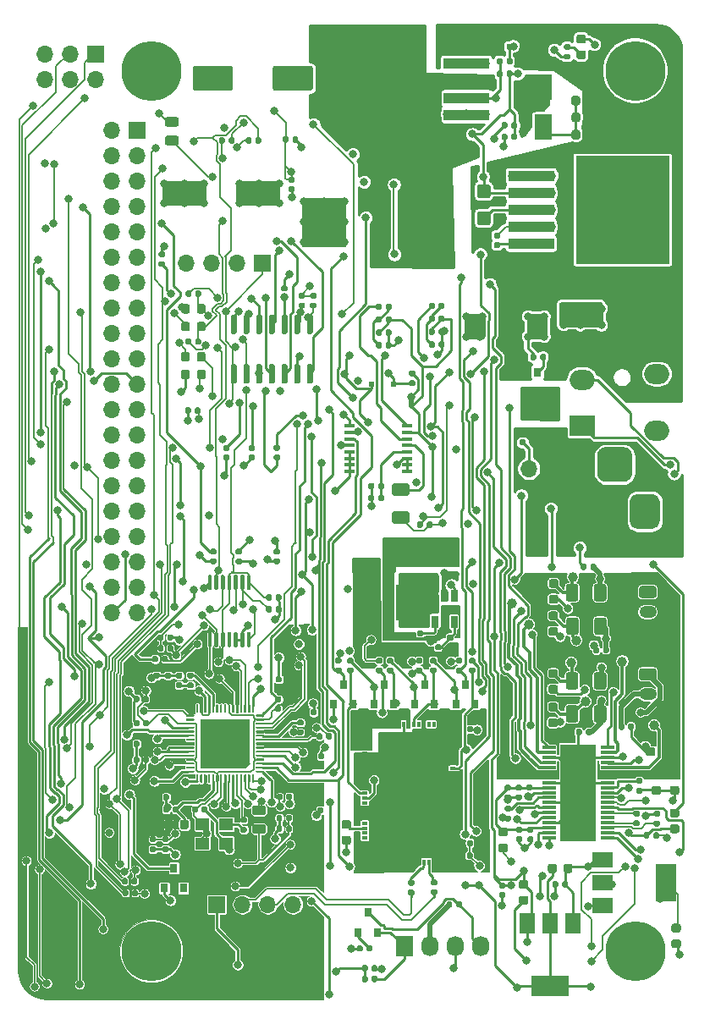
<source format=gbr>
G04 #@! TF.GenerationSoftware,KiCad,Pcbnew,(5.1.9)-1*
G04 #@! TF.CreationDate,2021-01-16T15:24:30-08:00*
G04 #@! TF.ProjectId,SJ-201-R6,534a2d32-3031-42d5-9236-2e6b69636164,rev?*
G04 #@! TF.SameCoordinates,Original*
G04 #@! TF.FileFunction,Copper,L1,Top*
G04 #@! TF.FilePolarity,Positive*
%FSLAX46Y46*%
G04 Gerber Fmt 4.6, Leading zero omitted, Abs format (unit mm)*
G04 Created by KiCad (PCBNEW (5.1.9)-1) date 2021-01-16 15:24:30*
%MOMM*%
%LPD*%
G01*
G04 APERTURE LIST*
G04 #@! TA.AperFunction,EtchedComponent*
%ADD10C,0.100000*%
G04 #@! TD*
G04 #@! TA.AperFunction,SMDPad,CuDef*
%ADD11C,0.100000*%
G04 #@! TD*
G04 #@! TA.AperFunction,SMDPad,CuDef*
%ADD12R,5.000000X4.500000*%
G04 #@! TD*
G04 #@! TA.AperFunction,ComponentPad*
%ADD13C,0.600000*%
G04 #@! TD*
G04 #@! TA.AperFunction,SMDPad,CuDef*
%ADD14R,4.500000X5.000000*%
G04 #@! TD*
G04 #@! TA.AperFunction,ComponentPad*
%ADD15O,1.700000X1.700000*%
G04 #@! TD*
G04 #@! TA.AperFunction,ComponentPad*
%ADD16R,1.700000X1.700000*%
G04 #@! TD*
G04 #@! TA.AperFunction,SMDPad,CuDef*
%ADD17R,0.800000X0.900000*%
G04 #@! TD*
G04 #@! TA.AperFunction,SMDPad,CuDef*
%ADD18C,0.500000*%
G04 #@! TD*
G04 #@! TA.AperFunction,SMDPad,CuDef*
%ADD19R,1.000000X0.400000*%
G04 #@! TD*
G04 #@! TA.AperFunction,ComponentPad*
%ADD20O,2.500000X2.000000*%
G04 #@! TD*
G04 #@! TA.AperFunction,ComponentPad*
%ADD21R,2.500000X2.000000*%
G04 #@! TD*
G04 #@! TA.AperFunction,ComponentPad*
%ADD22O,1.730000X2.030000*%
G04 #@! TD*
G04 #@! TA.AperFunction,ComponentPad*
%ADD23R,1.730000X2.030000*%
G04 #@! TD*
G04 #@! TA.AperFunction,SMDPad,CuDef*
%ADD24R,1.500000X2.000000*%
G04 #@! TD*
G04 #@! TA.AperFunction,SMDPad,CuDef*
%ADD25R,3.800000X2.000000*%
G04 #@! TD*
G04 #@! TA.AperFunction,SMDPad,CuDef*
%ADD26R,1.500000X3.600000*%
G04 #@! TD*
G04 #@! TA.AperFunction,ComponentPad*
%ADD27R,3.500000X3.500000*%
G04 #@! TD*
G04 #@! TA.AperFunction,SMDPad,CuDef*
%ADD28R,9.400000X10.800000*%
G04 #@! TD*
G04 #@! TA.AperFunction,SMDPad,CuDef*
%ADD29R,4.600000X1.100000*%
G04 #@! TD*
G04 #@! TA.AperFunction,ComponentPad*
%ADD30O,1.750000X1.200000*%
G04 #@! TD*
G04 #@! TA.AperFunction,SMDPad,CuDef*
%ADD31R,2.000000X1.500000*%
G04 #@! TD*
G04 #@! TA.AperFunction,SMDPad,CuDef*
%ADD32R,2.000000X3.800000*%
G04 #@! TD*
G04 #@! TA.AperFunction,ComponentPad*
%ADD33C,0.499999*%
G04 #@! TD*
G04 #@! TA.AperFunction,SMDPad,CuDef*
%ADD34R,3.600000X9.700001*%
G04 #@! TD*
G04 #@! TA.AperFunction,SMDPad,CuDef*
%ADD35R,1.400000X0.299999*%
G04 #@! TD*
G04 #@! TA.AperFunction,SMDPad,CuDef*
%ADD36R,0.400000X0.400000*%
G04 #@! TD*
G04 #@! TA.AperFunction,SMDPad,CuDef*
%ADD37R,0.800000X0.800000*%
G04 #@! TD*
G04 #@! TA.AperFunction,SMDPad,CuDef*
%ADD38R,0.600000X0.300000*%
G04 #@! TD*
G04 #@! TA.AperFunction,SMDPad,CuDef*
%ADD39R,0.300000X0.600000*%
G04 #@! TD*
G04 #@! TA.AperFunction,ComponentPad*
%ADD40C,6.000000*%
G04 #@! TD*
G04 #@! TA.AperFunction,SMDPad,CuDef*
%ADD41R,1.200000X0.900000*%
G04 #@! TD*
G04 #@! TA.AperFunction,SMDPad,CuDef*
%ADD42R,0.650000X1.220000*%
G04 #@! TD*
G04 #@! TA.AperFunction,SMDPad,CuDef*
%ADD43R,1.400000X1.200000*%
G04 #@! TD*
G04 #@! TA.AperFunction,SMDPad,CuDef*
%ADD44R,1.800000X2.500000*%
G04 #@! TD*
G04 #@! TA.AperFunction,SMDPad,CuDef*
%ADD45R,0.500000X0.500000*%
G04 #@! TD*
G04 #@! TA.AperFunction,ViaPad*
%ADD46C,0.800000*%
G04 #@! TD*
G04 #@! TA.AperFunction,ViaPad*
%ADD47C,1.000000*%
G04 #@! TD*
G04 #@! TA.AperFunction,Conductor*
%ADD48C,0.250000*%
G04 #@! TD*
G04 #@! TA.AperFunction,Conductor*
%ADD49C,0.200000*%
G04 #@! TD*
G04 #@! TA.AperFunction,Conductor*
%ADD50C,0.500000*%
G04 #@! TD*
G04 #@! TA.AperFunction,Conductor*
%ADD51C,0.350000*%
G04 #@! TD*
G04 #@! TA.AperFunction,Conductor*
%ADD52C,0.261112*%
G04 #@! TD*
G04 #@! TA.AperFunction,Conductor*
%ADD53C,0.127000*%
G04 #@! TD*
G04 #@! TA.AperFunction,Conductor*
%ADD54C,0.100000*%
G04 #@! TD*
G04 #@! TA.AperFunction,Conductor*
%ADD55C,0.254000*%
G04 #@! TD*
G04 #@! TA.AperFunction,Conductor*
%ADD56C,0.300000*%
G04 #@! TD*
G04 #@! TA.AperFunction,Conductor*
%ADD57C,0.050000*%
G04 #@! TD*
G04 APERTURE END LIST*
D10*
G04 #@! TO.C,NT1*
G36*
X39750000Y-37600000D02*
G01*
X39750000Y-38600000D01*
X39250000Y-38600000D01*
X39250000Y-37600000D01*
X39750000Y-37600000D01*
G37*
G04 #@! TD*
G04 #@! TA.AperFunction,SMDPad,CuDef*
D11*
G04 #@! TO.P,U8,61*
G04 #@! TO.N,GND*
G36*
X22882336Y-73815290D02*
G01*
X23377310Y-74310264D01*
X22875264Y-74812310D01*
X22380290Y-74317336D01*
X22882336Y-73815290D01*
G37*
G04 #@! TD.AperFunction*
D12*
X20878800Y-72059800D03*
D13*
X18783800Y-70345800D03*
X19783800Y-70345800D03*
X20783800Y-70345800D03*
X21783800Y-70345800D03*
X22783800Y-70345800D03*
X18783800Y-71345800D03*
X19783800Y-71345800D03*
X20783800Y-71345800D03*
X21783800Y-71345800D03*
X22783800Y-71345800D03*
X18783800Y-72345800D03*
X19783800Y-72345800D03*
X20783800Y-72345800D03*
X21783800Y-72345800D03*
X22783800Y-72345800D03*
X18783800Y-73345800D03*
X19783800Y-73345800D03*
X20783800Y-73345800D03*
X21783800Y-73345800D03*
X22783800Y-73345800D03*
X18783800Y-74345800D03*
X19783800Y-74345800D03*
X20783800Y-74345800D03*
X21783800Y-74345800D03*
X22783800Y-74345800D03*
D14*
X20624800Y-72313800D03*
G04 #@! TO.P,U8,60*
G04 #@! TO.N,/xmos/TDO*
G04 #@! TA.AperFunction,SMDPad,CuDef*
G36*
G01*
X23778800Y-75451300D02*
X23778800Y-76176300D01*
G75*
G02*
X23728800Y-76226300I-50000J0D01*
G01*
X23628800Y-76226300D01*
G75*
G02*
X23578800Y-76176300I0J50000D01*
G01*
X23578800Y-75451300D01*
G75*
G02*
X23628800Y-75401300I50000J0D01*
G01*
X23728800Y-75401300D01*
G75*
G02*
X23778800Y-75451300I0J-50000D01*
G01*
G37*
G04 #@! TD.AperFunction*
G04 #@! TO.P,U8,59*
G04 #@! TO.N,/xmos/TDI*
G04 #@! TA.AperFunction,SMDPad,CuDef*
G36*
G01*
X23378800Y-75451300D02*
X23378800Y-76176300D01*
G75*
G02*
X23328800Y-76226300I-50000J0D01*
G01*
X23228800Y-76226300D01*
G75*
G02*
X23178800Y-76176300I0J50000D01*
G01*
X23178800Y-75451300D01*
G75*
G02*
X23228800Y-75401300I50000J0D01*
G01*
X23328800Y-75401300D01*
G75*
G02*
X23378800Y-75451300I0J-50000D01*
G01*
G37*
G04 #@! TD.AperFunction*
G04 #@! TO.P,U8,58*
G04 #@! TO.N,/xmos/TCK*
G04 #@! TA.AperFunction,SMDPad,CuDef*
G36*
G01*
X22978800Y-75451300D02*
X22978800Y-76176300D01*
G75*
G02*
X22928800Y-76226300I-50000J0D01*
G01*
X22828800Y-76226300D01*
G75*
G02*
X22778800Y-76176300I0J50000D01*
G01*
X22778800Y-75451300D01*
G75*
G02*
X22828800Y-75401300I50000J0D01*
G01*
X22928800Y-75401300D01*
G75*
G02*
X22978800Y-75451300I0J-50000D01*
G01*
G37*
G04 #@! TD.AperFunction*
G04 #@! TO.P,U8,57*
G04 #@! TO.N,/xmos/TMS*
G04 #@! TA.AperFunction,SMDPad,CuDef*
G36*
G01*
X22578800Y-75451300D02*
X22578800Y-76176300D01*
G75*
G02*
X22528800Y-76226300I-50000J0D01*
G01*
X22428800Y-76226300D01*
G75*
G02*
X22378800Y-76176300I0J50000D01*
G01*
X22378800Y-75451300D01*
G75*
G02*
X22428800Y-75401300I50000J0D01*
G01*
X22528800Y-75401300D01*
G75*
G02*
X22578800Y-75451300I0J-50000D01*
G01*
G37*
G04 #@! TD.AperFunction*
G04 #@! TO.P,U8,56*
G04 #@! TO.N,/xmos/24M*
G04 #@! TA.AperFunction,SMDPad,CuDef*
G36*
G01*
X22178800Y-75451300D02*
X22178800Y-76176300D01*
G75*
G02*
X22128800Y-76226300I-50000J0D01*
G01*
X22028800Y-76226300D01*
G75*
G02*
X21978800Y-76176300I0J50000D01*
G01*
X21978800Y-75451300D01*
G75*
G02*
X22028800Y-75401300I50000J0D01*
G01*
X22128800Y-75401300D01*
G75*
G02*
X22178800Y-75451300I0J-50000D01*
G01*
G37*
G04 #@! TD.AperFunction*
G04 #@! TO.P,U8,55*
G04 #@! TO.N,XMOS_Reset*
G04 #@! TA.AperFunction,SMDPad,CuDef*
G36*
G01*
X21778800Y-75451300D02*
X21778800Y-76176300D01*
G75*
G02*
X21728800Y-76226300I-50000J0D01*
G01*
X21628800Y-76226300D01*
G75*
G02*
X21578800Y-76176300I0J50000D01*
G01*
X21578800Y-75451300D01*
G75*
G02*
X21628800Y-75401300I50000J0D01*
G01*
X21728800Y-75401300D01*
G75*
G02*
X21778800Y-75451300I0J-50000D01*
G01*
G37*
G04 #@! TD.AperFunction*
G04 #@! TO.P,U8,54*
G04 #@! TO.N,SDA*
G04 #@! TA.AperFunction,SMDPad,CuDef*
G36*
G01*
X21378800Y-75451300D02*
X21378800Y-76176300D01*
G75*
G02*
X21328800Y-76226300I-50000J0D01*
G01*
X21228800Y-76226300D01*
G75*
G02*
X21178800Y-76176300I0J50000D01*
G01*
X21178800Y-75451300D01*
G75*
G02*
X21228800Y-75401300I50000J0D01*
G01*
X21328800Y-75401300D01*
G75*
G02*
X21378800Y-75451300I0J-50000D01*
G01*
G37*
G04 #@! TD.AperFunction*
G04 #@! TO.P,U8,53*
G04 #@! TO.N,+1V0*
G04 #@! TA.AperFunction,SMDPad,CuDef*
G36*
G01*
X20978800Y-75451300D02*
X20978800Y-76176300D01*
G75*
G02*
X20928800Y-76226300I-50000J0D01*
G01*
X20828800Y-76226300D01*
G75*
G02*
X20778800Y-76176300I0J50000D01*
G01*
X20778800Y-75451300D01*
G75*
G02*
X20828800Y-75401300I50000J0D01*
G01*
X20928800Y-75401300D01*
G75*
G02*
X20978800Y-75451300I0J-50000D01*
G01*
G37*
G04 #@! TD.AperFunction*
G04 #@! TO.P,U8,52*
G04 #@! TO.N,SCL*
G04 #@! TA.AperFunction,SMDPad,CuDef*
G36*
G01*
X20578800Y-75451300D02*
X20578800Y-76176300D01*
G75*
G02*
X20528800Y-76226300I-50000J0D01*
G01*
X20428800Y-76226300D01*
G75*
G02*
X20378800Y-76176300I0J50000D01*
G01*
X20378800Y-75451300D01*
G75*
G02*
X20428800Y-75401300I50000J0D01*
G01*
X20528800Y-75401300D01*
G75*
G02*
X20578800Y-75451300I0J-50000D01*
G01*
G37*
G04 #@! TD.AperFunction*
G04 #@! TO.P,U8,51*
G04 #@! TO.N,+3V3*
G04 #@! TA.AperFunction,SMDPad,CuDef*
G36*
G01*
X20028800Y-75401300D02*
X20128800Y-75401300D01*
G75*
G02*
X20178800Y-75451300I0J-50000D01*
G01*
X20178800Y-76176300D01*
G75*
G02*
X20128800Y-76226300I-50000J0D01*
G01*
X20028800Y-76226300D01*
G75*
G02*
X19978800Y-76176300I0J50000D01*
G01*
X19978800Y-75451300D01*
G75*
G02*
X20028800Y-75401300I50000J0D01*
G01*
G37*
G04 #@! TD.AperFunction*
G04 #@! TO.P,U8,50*
G04 #@! TO.N,Net-(C36-Pad1)*
G04 #@! TA.AperFunction,SMDPad,CuDef*
G36*
G01*
X19628800Y-75401300D02*
X19728800Y-75401300D01*
G75*
G02*
X19778800Y-75451300I0J-50000D01*
G01*
X19778800Y-76176300D01*
G75*
G02*
X19728800Y-76226300I-50000J0D01*
G01*
X19628800Y-76226300D01*
G75*
G02*
X19578800Y-76176300I0J50000D01*
G01*
X19578800Y-75451300D01*
G75*
G02*
X19628800Y-75401300I50000J0D01*
G01*
G37*
G04 #@! TD.AperFunction*
G04 #@! TO.P,U8,49*
G04 #@! TO.N,N/C*
G04 #@! TA.AperFunction,SMDPad,CuDef*
G36*
G01*
X19228800Y-75401300D02*
X19328800Y-75401300D01*
G75*
G02*
X19378800Y-75451300I0J-50000D01*
G01*
X19378800Y-76176300D01*
G75*
G02*
X19328800Y-76226300I-50000J0D01*
G01*
X19228800Y-76226300D01*
G75*
G02*
X19178800Y-76176300I0J50000D01*
G01*
X19178800Y-75451300D01*
G75*
G02*
X19228800Y-75401300I50000J0D01*
G01*
G37*
G04 #@! TD.AperFunction*
G04 #@! TO.P,U8,48*
G04 #@! TO.N,+1V0*
G04 #@! TA.AperFunction,SMDPad,CuDef*
G36*
G01*
X18828800Y-75401300D02*
X18928800Y-75401300D01*
G75*
G02*
X18978800Y-75451300I0J-50000D01*
G01*
X18978800Y-76176300D01*
G75*
G02*
X18928800Y-76226300I-50000J0D01*
G01*
X18828800Y-76226300D01*
G75*
G02*
X18778800Y-76176300I0J50000D01*
G01*
X18778800Y-75451300D01*
G75*
G02*
X18828800Y-75401300I50000J0D01*
G01*
G37*
G04 #@! TD.AperFunction*
G04 #@! TO.P,U8,47*
G04 #@! TO.N,N/C*
G04 #@! TA.AperFunction,SMDPad,CuDef*
G36*
G01*
X18428800Y-75401300D02*
X18528800Y-75401300D01*
G75*
G02*
X18578800Y-75451300I0J-50000D01*
G01*
X18578800Y-76176300D01*
G75*
G02*
X18528800Y-76226300I-50000J0D01*
G01*
X18428800Y-76226300D01*
G75*
G02*
X18378800Y-76176300I0J50000D01*
G01*
X18378800Y-75451300D01*
G75*
G02*
X18428800Y-75401300I50000J0D01*
G01*
G37*
G04 #@! TD.AperFunction*
G04 #@! TO.P,U8,46*
G04 #@! TO.N,Net-(GO_2-Pad1)*
G04 #@! TA.AperFunction,SMDPad,CuDef*
G36*
G01*
X18028800Y-75401300D02*
X18128800Y-75401300D01*
G75*
G02*
X18178800Y-75451300I0J-50000D01*
G01*
X18178800Y-76176300D01*
G75*
G02*
X18128800Y-76226300I-50000J0D01*
G01*
X18028800Y-76226300D01*
G75*
G02*
X17978800Y-76176300I0J50000D01*
G01*
X17978800Y-75451300D01*
G75*
G02*
X18028800Y-75401300I50000J0D01*
G01*
G37*
G04 #@! TD.AperFunction*
G04 #@! TO.P,U8,45*
G04 #@! TO.N,Net-(GO_1-Pad1)*
G04 #@! TA.AperFunction,SMDPad,CuDef*
G36*
G01*
X16966300Y-75163800D02*
X16966300Y-75063800D01*
G75*
G02*
X17016300Y-75013800I50000J0D01*
G01*
X17741300Y-75013800D01*
G75*
G02*
X17791300Y-75063800I0J-50000D01*
G01*
X17791300Y-75163800D01*
G75*
G02*
X17741300Y-75213800I-50000J0D01*
G01*
X17016300Y-75213800D01*
G75*
G02*
X16966300Y-75163800I0J50000D01*
G01*
G37*
G04 #@! TD.AperFunction*
G04 #@! TO.P,U8,44*
G04 #@! TO.N,N/C*
G04 #@! TA.AperFunction,SMDPad,CuDef*
G36*
G01*
X17791300Y-74663800D02*
X17791300Y-74763800D01*
G75*
G02*
X17741300Y-74813800I-50000J0D01*
G01*
X17016300Y-74813800D01*
G75*
G02*
X16966300Y-74763800I0J50000D01*
G01*
X16966300Y-74663800D01*
G75*
G02*
X17016300Y-74613800I50000J0D01*
G01*
X17741300Y-74613800D01*
G75*
G02*
X17791300Y-74663800I0J-50000D01*
G01*
G37*
G04 #@! TD.AperFunction*
G04 #@! TO.P,U8,43*
G04 #@! TO.N,/xmos/MIC_DATA*
G04 #@! TA.AperFunction,SMDPad,CuDef*
G36*
G01*
X17791300Y-74263800D02*
X17791300Y-74363800D01*
G75*
G02*
X17741300Y-74413800I-50000J0D01*
G01*
X17016300Y-74413800D01*
G75*
G02*
X16966300Y-74363800I0J50000D01*
G01*
X16966300Y-74263800D01*
G75*
G02*
X17016300Y-74213800I50000J0D01*
G01*
X17741300Y-74213800D01*
G75*
G02*
X17791300Y-74263800I0J-50000D01*
G01*
G37*
G04 #@! TD.AperFunction*
G04 #@! TO.P,U8,42*
G04 #@! TO.N,+3V3*
G04 #@! TA.AperFunction,SMDPad,CuDef*
G36*
G01*
X17791300Y-73863800D02*
X17791300Y-73963800D01*
G75*
G02*
X17741300Y-74013800I-50000J0D01*
G01*
X17016300Y-74013800D01*
G75*
G02*
X16966300Y-73963800I0J50000D01*
G01*
X16966300Y-73863800D01*
G75*
G02*
X17016300Y-73813800I50000J0D01*
G01*
X17741300Y-73813800D01*
G75*
G02*
X17791300Y-73863800I0J-50000D01*
G01*
G37*
G04 #@! TD.AperFunction*
G04 #@! TO.P,U8,41*
G04 #@! TO.N,/xmos/MIC_CLK*
G04 #@! TA.AperFunction,SMDPad,CuDef*
G36*
G01*
X17791300Y-73463800D02*
X17791300Y-73563800D01*
G75*
G02*
X17741300Y-73613800I-50000J0D01*
G01*
X17016300Y-73613800D01*
G75*
G02*
X16966300Y-73563800I0J50000D01*
G01*
X16966300Y-73463800D01*
G75*
G02*
X17016300Y-73413800I50000J0D01*
G01*
X17741300Y-73413800D01*
G75*
G02*
X17791300Y-73463800I0J-50000D01*
G01*
G37*
G04 #@! TD.AperFunction*
G04 #@! TO.P,U8,40*
G04 #@! TO.N,I2S_MCLK_XMOS*
G04 #@! TA.AperFunction,SMDPad,CuDef*
G36*
G01*
X17791300Y-73063800D02*
X17791300Y-73163800D01*
G75*
G02*
X17741300Y-73213800I-50000J0D01*
G01*
X17016300Y-73213800D01*
G75*
G02*
X16966300Y-73163800I0J50000D01*
G01*
X16966300Y-73063800D01*
G75*
G02*
X17016300Y-73013800I50000J0D01*
G01*
X17741300Y-73013800D01*
G75*
G02*
X17791300Y-73063800I0J-50000D01*
G01*
G37*
G04 #@! TD.AperFunction*
G04 #@! TO.P,U8,39*
G04 #@! TA.AperFunction,SMDPad,CuDef*
G36*
G01*
X17791300Y-72663800D02*
X17791300Y-72763800D01*
G75*
G02*
X17741300Y-72813800I-50000J0D01*
G01*
X17016300Y-72813800D01*
G75*
G02*
X16966300Y-72763800I0J50000D01*
G01*
X16966300Y-72663800D01*
G75*
G02*
X17016300Y-72613800I50000J0D01*
G01*
X17741300Y-72613800D01*
G75*
G02*
X17791300Y-72663800I0J-50000D01*
G01*
G37*
G04 #@! TD.AperFunction*
G04 #@! TO.P,U8,38*
G04 #@! TO.N,+1V0*
G04 #@! TA.AperFunction,SMDPad,CuDef*
G36*
G01*
X17791300Y-72263800D02*
X17791300Y-72363800D01*
G75*
G02*
X17741300Y-72413800I-50000J0D01*
G01*
X17016300Y-72413800D01*
G75*
G02*
X16966300Y-72363800I0J50000D01*
G01*
X16966300Y-72263800D01*
G75*
G02*
X17016300Y-72213800I50000J0D01*
G01*
X17741300Y-72213800D01*
G75*
G02*
X17791300Y-72263800I0J-50000D01*
G01*
G37*
G04 #@! TD.AperFunction*
G04 #@! TO.P,U8,37*
G04 #@! TO.N,N/C*
G04 #@! TA.AperFunction,SMDPad,CuDef*
G36*
G01*
X17791300Y-71863800D02*
X17791300Y-71963800D01*
G75*
G02*
X17741300Y-72013800I-50000J0D01*
G01*
X17016300Y-72013800D01*
G75*
G02*
X16966300Y-71963800I0J50000D01*
G01*
X16966300Y-71863800D01*
G75*
G02*
X17016300Y-71813800I50000J0D01*
G01*
X17741300Y-71813800D01*
G75*
G02*
X17791300Y-71863800I0J-50000D01*
G01*
G37*
G04 #@! TD.AperFunction*
G04 #@! TO.P,U8,36*
G04 #@! TO.N,Net-(GI_2-Pad1)*
G04 #@! TA.AperFunction,SMDPad,CuDef*
G36*
G01*
X17791300Y-71463800D02*
X17791300Y-71563800D01*
G75*
G02*
X17741300Y-71613800I-50000J0D01*
G01*
X17016300Y-71613800D01*
G75*
G02*
X16966300Y-71563800I0J50000D01*
G01*
X16966300Y-71463800D01*
G75*
G02*
X17016300Y-71413800I50000J0D01*
G01*
X17741300Y-71413800D01*
G75*
G02*
X17791300Y-71463800I0J-50000D01*
G01*
G37*
G04 #@! TD.AperFunction*
G04 #@! TO.P,U8,35*
G04 #@! TO.N,Net-(GI_1-Pad1)*
G04 #@! TA.AperFunction,SMDPad,CuDef*
G36*
G01*
X17791300Y-71063800D02*
X17791300Y-71163800D01*
G75*
G02*
X17741300Y-71213800I-50000J0D01*
G01*
X17016300Y-71213800D01*
G75*
G02*
X16966300Y-71163800I0J50000D01*
G01*
X16966300Y-71063800D01*
G75*
G02*
X17016300Y-71013800I50000J0D01*
G01*
X17741300Y-71013800D01*
G75*
G02*
X17791300Y-71063800I0J-50000D01*
G01*
G37*
G04 #@! TD.AperFunction*
G04 #@! TO.P,U8,34*
G04 #@! TO.N,TPU_INTR_33*
G04 #@! TA.AperFunction,SMDPad,CuDef*
G36*
G01*
X17016300Y-70613800D02*
X17741300Y-70613800D01*
G75*
G02*
X17791300Y-70663800I0J-50000D01*
G01*
X17791300Y-70763800D01*
G75*
G02*
X17741300Y-70813800I-50000J0D01*
G01*
X17016300Y-70813800D01*
G75*
G02*
X16966300Y-70763800I0J50000D01*
G01*
X16966300Y-70663800D01*
G75*
G02*
X17016300Y-70613800I50000J0D01*
G01*
G37*
G04 #@! TD.AperFunction*
G04 #@! TO.P,U8,33*
G04 #@! TO.N,+3V3*
G04 #@! TA.AperFunction,SMDPad,CuDef*
G36*
G01*
X17016300Y-70213800D02*
X17741300Y-70213800D01*
G75*
G02*
X17791300Y-70263800I0J-50000D01*
G01*
X17791300Y-70363800D01*
G75*
G02*
X17741300Y-70413800I-50000J0D01*
G01*
X17016300Y-70413800D01*
G75*
G02*
X16966300Y-70363800I0J50000D01*
G01*
X16966300Y-70263800D01*
G75*
G02*
X17016300Y-70213800I50000J0D01*
G01*
G37*
G04 #@! TD.AperFunction*
G04 #@! TO.P,U8,32*
G04 #@! TO.N,N/C*
G04 #@! TA.AperFunction,SMDPad,CuDef*
G36*
G01*
X17016300Y-69813800D02*
X17741300Y-69813800D01*
G75*
G02*
X17791300Y-69863800I0J-50000D01*
G01*
X17791300Y-69963800D01*
G75*
G02*
X17741300Y-70013800I-50000J0D01*
G01*
X17016300Y-70013800D01*
G75*
G02*
X16966300Y-69963800I0J50000D01*
G01*
X16966300Y-69863800D01*
G75*
G02*
X17016300Y-69813800I50000J0D01*
G01*
G37*
G04 #@! TD.AperFunction*
G04 #@! TO.P,U8,31*
G04 #@! TO.N,/xmos/MIC_DATA*
G04 #@! TA.AperFunction,SMDPad,CuDef*
G36*
G01*
X17016300Y-69413800D02*
X17741300Y-69413800D01*
G75*
G02*
X17791300Y-69463800I0J-50000D01*
G01*
X17791300Y-69563800D01*
G75*
G02*
X17741300Y-69613800I-50000J0D01*
G01*
X17016300Y-69613800D01*
G75*
G02*
X16966300Y-69563800I0J50000D01*
G01*
X16966300Y-69463800D01*
G75*
G02*
X17016300Y-69413800I50000J0D01*
G01*
G37*
G04 #@! TD.AperFunction*
G04 #@! TO.P,U8,30*
G04 #@! TO.N,N/C*
G04 #@! TA.AperFunction,SMDPad,CuDef*
G36*
G01*
X18178800Y-68451300D02*
X18178800Y-69176300D01*
G75*
G02*
X18128800Y-69226300I-50000J0D01*
G01*
X18028800Y-69226300D01*
G75*
G02*
X17978800Y-69176300I0J50000D01*
G01*
X17978800Y-68451300D01*
G75*
G02*
X18028800Y-68401300I50000J0D01*
G01*
X18128800Y-68401300D01*
G75*
G02*
X18178800Y-68451300I0J-50000D01*
G01*
G37*
G04 #@! TD.AperFunction*
G04 #@! TO.P,U8,29*
G04 #@! TO.N,+1V0*
G04 #@! TA.AperFunction,SMDPad,CuDef*
G36*
G01*
X18578800Y-68451300D02*
X18578800Y-69176300D01*
G75*
G02*
X18528800Y-69226300I-50000J0D01*
G01*
X18428800Y-69226300D01*
G75*
G02*
X18378800Y-69176300I0J50000D01*
G01*
X18378800Y-68451300D01*
G75*
G02*
X18428800Y-68401300I50000J0D01*
G01*
X18528800Y-68401300D01*
G75*
G02*
X18578800Y-68451300I0J-50000D01*
G01*
G37*
G04 #@! TD.AperFunction*
G04 #@! TO.P,U8,28*
G04 #@! TO.N,SPI_MISO*
G04 #@! TA.AperFunction,SMDPad,CuDef*
G36*
G01*
X18978800Y-68451300D02*
X18978800Y-69176300D01*
G75*
G02*
X18928800Y-69226300I-50000J0D01*
G01*
X18828800Y-69226300D01*
G75*
G02*
X18778800Y-69176300I0J50000D01*
G01*
X18778800Y-68451300D01*
G75*
G02*
X18828800Y-68401300I50000J0D01*
G01*
X18928800Y-68401300D01*
G75*
G02*
X18978800Y-68451300I0J-50000D01*
G01*
G37*
G04 #@! TD.AperFunction*
G04 #@! TO.P,U8,27*
G04 #@! TO.N,+1V0*
G04 #@! TA.AperFunction,SMDPad,CuDef*
G36*
G01*
X19378800Y-68451300D02*
X19378800Y-69176300D01*
G75*
G02*
X19328800Y-69226300I-50000J0D01*
G01*
X19228800Y-69226300D01*
G75*
G02*
X19178800Y-69176300I0J50000D01*
G01*
X19178800Y-68451300D01*
G75*
G02*
X19228800Y-68401300I50000J0D01*
G01*
X19328800Y-68401300D01*
G75*
G02*
X19378800Y-68451300I0J-50000D01*
G01*
G37*
G04 #@! TD.AperFunction*
G04 #@! TO.P,U8,26*
G04 #@! TO.N,Net-(R34-Pad1)*
G04 #@! TA.AperFunction,SMDPad,CuDef*
G36*
G01*
X19778800Y-68451300D02*
X19778800Y-69176300D01*
G75*
G02*
X19728800Y-69226300I-50000J0D01*
G01*
X19628800Y-69226300D01*
G75*
G02*
X19578800Y-69176300I0J50000D01*
G01*
X19578800Y-68451300D01*
G75*
G02*
X19628800Y-68401300I50000J0D01*
G01*
X19728800Y-68401300D01*
G75*
G02*
X19778800Y-68451300I0J-50000D01*
G01*
G37*
G04 #@! TD.AperFunction*
G04 #@! TO.P,U8,25*
G04 #@! TO.N,N/C*
G04 #@! TA.AperFunction,SMDPad,CuDef*
G36*
G01*
X20178800Y-68451300D02*
X20178800Y-69176300D01*
G75*
G02*
X20128800Y-69226300I-50000J0D01*
G01*
X20028800Y-69226300D01*
G75*
G02*
X19978800Y-69176300I0J50000D01*
G01*
X19978800Y-68451300D01*
G75*
G02*
X20028800Y-68401300I50000J0D01*
G01*
X20128800Y-68401300D01*
G75*
G02*
X20178800Y-68451300I0J-50000D01*
G01*
G37*
G04 #@! TD.AperFunction*
G04 #@! TO.P,U8,24*
G04 #@! TA.AperFunction,SMDPad,CuDef*
G36*
G01*
X20578800Y-68451300D02*
X20578800Y-69176300D01*
G75*
G02*
X20528800Y-69226300I-50000J0D01*
G01*
X20428800Y-69226300D01*
G75*
G02*
X20378800Y-69176300I0J50000D01*
G01*
X20378800Y-68451300D01*
G75*
G02*
X20428800Y-68401300I50000J0D01*
G01*
X20528800Y-68401300D01*
G75*
G02*
X20578800Y-68451300I0J-50000D01*
G01*
G37*
G04 #@! TD.AperFunction*
G04 #@! TO.P,U8,23*
G04 #@! TA.AperFunction,SMDPad,CuDef*
G36*
G01*
X20978800Y-68451300D02*
X20978800Y-69176300D01*
G75*
G02*
X20928800Y-69226300I-50000J0D01*
G01*
X20828800Y-69226300D01*
G75*
G02*
X20778800Y-69176300I0J50000D01*
G01*
X20778800Y-68451300D01*
G75*
G02*
X20828800Y-68401300I50000J0D01*
G01*
X20928800Y-68401300D01*
G75*
G02*
X20978800Y-68451300I0J-50000D01*
G01*
G37*
G04 #@! TD.AperFunction*
G04 #@! TO.P,U8,22*
G04 #@! TO.N,+3V3*
G04 #@! TA.AperFunction,SMDPad,CuDef*
G36*
G01*
X21378800Y-68451300D02*
X21378800Y-69176300D01*
G75*
G02*
X21328800Y-69226300I-50000J0D01*
G01*
X21228800Y-69226300D01*
G75*
G02*
X21178800Y-69176300I0J50000D01*
G01*
X21178800Y-68451300D01*
G75*
G02*
X21228800Y-68401300I50000J0D01*
G01*
X21328800Y-68401300D01*
G75*
G02*
X21378800Y-68451300I0J-50000D01*
G01*
G37*
G04 #@! TD.AperFunction*
G04 #@! TO.P,U8,21*
G04 #@! TO.N,/xmos/QSPI_D3*
G04 #@! TA.AperFunction,SMDPad,CuDef*
G36*
G01*
X21778800Y-68451300D02*
X21778800Y-69176300D01*
G75*
G02*
X21728800Y-69226300I-50000J0D01*
G01*
X21628800Y-69226300D01*
G75*
G02*
X21578800Y-69176300I0J50000D01*
G01*
X21578800Y-68451300D01*
G75*
G02*
X21628800Y-68401300I50000J0D01*
G01*
X21728800Y-68401300D01*
G75*
G02*
X21778800Y-68451300I0J-50000D01*
G01*
G37*
G04 #@! TD.AperFunction*
G04 #@! TO.P,U8,20*
G04 #@! TO.N,+1V0*
G04 #@! TA.AperFunction,SMDPad,CuDef*
G36*
G01*
X22178800Y-68451300D02*
X22178800Y-69176300D01*
G75*
G02*
X22128800Y-69226300I-50000J0D01*
G01*
X22028800Y-69226300D01*
G75*
G02*
X21978800Y-69176300I0J50000D01*
G01*
X21978800Y-68451300D01*
G75*
G02*
X22028800Y-68401300I50000J0D01*
G01*
X22128800Y-68401300D01*
G75*
G02*
X22178800Y-68451300I0J-50000D01*
G01*
G37*
G04 #@! TD.AperFunction*
G04 #@! TO.P,U8,19*
G04 #@! TO.N,/xmos/QSPI_D2*
G04 #@! TA.AperFunction,SMDPad,CuDef*
G36*
G01*
X22578800Y-68451300D02*
X22578800Y-69176300D01*
G75*
G02*
X22528800Y-69226300I-50000J0D01*
G01*
X22428800Y-69226300D01*
G75*
G02*
X22378800Y-69176300I0J50000D01*
G01*
X22378800Y-68451300D01*
G75*
G02*
X22428800Y-68401300I50000J0D01*
G01*
X22528800Y-68401300D01*
G75*
G02*
X22578800Y-68451300I0J-50000D01*
G01*
G37*
G04 #@! TD.AperFunction*
G04 #@! TO.P,U8,18*
G04 #@! TO.N,/xmos/QSPI_D1*
G04 #@! TA.AperFunction,SMDPad,CuDef*
G36*
G01*
X22978800Y-68451300D02*
X22978800Y-69176300D01*
G75*
G02*
X22928800Y-69226300I-50000J0D01*
G01*
X22828800Y-69226300D01*
G75*
G02*
X22778800Y-69176300I0J50000D01*
G01*
X22778800Y-68451300D01*
G75*
G02*
X22828800Y-68401300I50000J0D01*
G01*
X22928800Y-68401300D01*
G75*
G02*
X22978800Y-68451300I0J-50000D01*
G01*
G37*
G04 #@! TD.AperFunction*
G04 #@! TO.P,U8,17*
G04 #@! TO.N,/xmos/QSPI_D0*
G04 #@! TA.AperFunction,SMDPad,CuDef*
G36*
G01*
X23228800Y-68401300D02*
X23328800Y-68401300D01*
G75*
G02*
X23378800Y-68451300I0J-50000D01*
G01*
X23378800Y-69176300D01*
G75*
G02*
X23328800Y-69226300I-50000J0D01*
G01*
X23228800Y-69226300D01*
G75*
G02*
X23178800Y-69176300I0J50000D01*
G01*
X23178800Y-68451300D01*
G75*
G02*
X23228800Y-68401300I50000J0D01*
G01*
G37*
G04 #@! TD.AperFunction*
G04 #@! TO.P,U8,16*
G04 #@! TO.N,SPI_MOSI*
G04 #@! TA.AperFunction,SMDPad,CuDef*
G36*
G01*
X23628800Y-68401300D02*
X23728800Y-68401300D01*
G75*
G02*
X23778800Y-68451300I0J-50000D01*
G01*
X23778800Y-69176300D01*
G75*
G02*
X23728800Y-69226300I-50000J0D01*
G01*
X23628800Y-69226300D01*
G75*
G02*
X23578800Y-69176300I0J50000D01*
G01*
X23578800Y-68451300D01*
G75*
G02*
X23628800Y-68401300I50000J0D01*
G01*
G37*
G04 #@! TD.AperFunction*
G04 #@! TO.P,U8,15*
G04 #@! TO.N,SPI_CSn*
G04 #@! TA.AperFunction,SMDPad,CuDef*
G36*
G01*
X24791300Y-69463800D02*
X24791300Y-69563800D01*
G75*
G02*
X24741300Y-69613800I-50000J0D01*
G01*
X24016300Y-69613800D01*
G75*
G02*
X23966300Y-69563800I0J50000D01*
G01*
X23966300Y-69463800D01*
G75*
G02*
X24016300Y-69413800I50000J0D01*
G01*
X24741300Y-69413800D01*
G75*
G02*
X24791300Y-69463800I0J-50000D01*
G01*
G37*
G04 #@! TD.AperFunction*
G04 #@! TO.P,U8,14*
G04 #@! TO.N,+3V3*
G04 #@! TA.AperFunction,SMDPad,CuDef*
G36*
G01*
X24791300Y-69863800D02*
X24791300Y-69963800D01*
G75*
G02*
X24741300Y-70013800I-50000J0D01*
G01*
X24016300Y-70013800D01*
G75*
G02*
X23966300Y-69963800I0J50000D01*
G01*
X23966300Y-69863800D01*
G75*
G02*
X24016300Y-69813800I50000J0D01*
G01*
X24741300Y-69813800D01*
G75*
G02*
X24791300Y-69863800I0J-50000D01*
G01*
G37*
G04 #@! TD.AperFunction*
G04 #@! TO.P,U8,13*
G04 #@! TO.N,/xmos/QSPI_CLK*
G04 #@! TA.AperFunction,SMDPad,CuDef*
G36*
G01*
X24791300Y-70263800D02*
X24791300Y-70363800D01*
G75*
G02*
X24741300Y-70413800I-50000J0D01*
G01*
X24016300Y-70413800D01*
G75*
G02*
X23966300Y-70363800I0J50000D01*
G01*
X23966300Y-70263800D01*
G75*
G02*
X24016300Y-70213800I50000J0D01*
G01*
X24741300Y-70213800D01*
G75*
G02*
X24791300Y-70263800I0J-50000D01*
G01*
G37*
G04 #@! TD.AperFunction*
G04 #@! TO.P,U8,12*
G04 #@! TO.N,/xmos/QSPI_CS_N*
G04 #@! TA.AperFunction,SMDPad,CuDef*
G36*
G01*
X24791300Y-70663800D02*
X24791300Y-70763800D01*
G75*
G02*
X24741300Y-70813800I-50000J0D01*
G01*
X24016300Y-70813800D01*
G75*
G02*
X23966300Y-70763800I0J50000D01*
G01*
X23966300Y-70663800D01*
G75*
G02*
X24016300Y-70613800I50000J0D01*
G01*
X24741300Y-70613800D01*
G75*
G02*
X24791300Y-70663800I0J-50000D01*
G01*
G37*
G04 #@! TD.AperFunction*
G04 #@! TO.P,U8,11*
G04 #@! TO.N,+1V0*
G04 #@! TA.AperFunction,SMDPad,CuDef*
G36*
G01*
X24791300Y-71063800D02*
X24791300Y-71163800D01*
G75*
G02*
X24741300Y-71213800I-50000J0D01*
G01*
X24016300Y-71213800D01*
G75*
G02*
X23966300Y-71163800I0J50000D01*
G01*
X23966300Y-71063800D01*
G75*
G02*
X24016300Y-71013800I50000J0D01*
G01*
X24741300Y-71013800D01*
G75*
G02*
X24791300Y-71063800I0J-50000D01*
G01*
G37*
G04 #@! TD.AperFunction*
G04 #@! TO.P,U8,10*
G04 #@! TO.N,Net-(R36-Pad1)*
G04 #@! TA.AperFunction,SMDPad,CuDef*
G36*
G01*
X24791300Y-71463800D02*
X24791300Y-71563800D01*
G75*
G02*
X24741300Y-71613800I-50000J0D01*
G01*
X24016300Y-71613800D01*
G75*
G02*
X23966300Y-71563800I0J50000D01*
G01*
X23966300Y-71463800D01*
G75*
G02*
X24016300Y-71413800I50000J0D01*
G01*
X24741300Y-71413800D01*
G75*
G02*
X24791300Y-71463800I0J-50000D01*
G01*
G37*
G04 #@! TD.AperFunction*
G04 #@! TO.P,U8,9*
G04 #@! TO.N,Net-(R35-Pad1)*
G04 #@! TA.AperFunction,SMDPad,CuDef*
G36*
G01*
X24791300Y-71863800D02*
X24791300Y-71963800D01*
G75*
G02*
X24741300Y-72013800I-50000J0D01*
G01*
X24016300Y-72013800D01*
G75*
G02*
X23966300Y-71963800I0J50000D01*
G01*
X23966300Y-71863800D01*
G75*
G02*
X24016300Y-71813800I50000J0D01*
G01*
X24741300Y-71813800D01*
G75*
G02*
X24791300Y-71863800I0J-50000D01*
G01*
G37*
G04 #@! TD.AperFunction*
G04 #@! TO.P,U8,8*
G04 #@! TO.N,+1V0*
G04 #@! TA.AperFunction,SMDPad,CuDef*
G36*
G01*
X24791300Y-72263800D02*
X24791300Y-72363800D01*
G75*
G02*
X24741300Y-72413800I-50000J0D01*
G01*
X24016300Y-72413800D01*
G75*
G02*
X23966300Y-72363800I0J50000D01*
G01*
X23966300Y-72263800D01*
G75*
G02*
X24016300Y-72213800I50000J0D01*
G01*
X24741300Y-72213800D01*
G75*
G02*
X24791300Y-72263800I0J-50000D01*
G01*
G37*
G04 #@! TD.AperFunction*
G04 #@! TO.P,U8,7*
G04 #@! TO.N,/xmos/XL_DN0*
G04 #@! TA.AperFunction,SMDPad,CuDef*
G36*
G01*
X24791300Y-72663800D02*
X24791300Y-72763800D01*
G75*
G02*
X24741300Y-72813800I-50000J0D01*
G01*
X24016300Y-72813800D01*
G75*
G02*
X23966300Y-72763800I0J50000D01*
G01*
X23966300Y-72663800D01*
G75*
G02*
X24016300Y-72613800I50000J0D01*
G01*
X24741300Y-72613800D01*
G75*
G02*
X24791300Y-72663800I0J-50000D01*
G01*
G37*
G04 #@! TD.AperFunction*
G04 #@! TO.P,U8,6*
G04 #@! TO.N,/xmos/XL_DN1*
G04 #@! TA.AperFunction,SMDPad,CuDef*
G36*
G01*
X24791300Y-73063800D02*
X24791300Y-73163800D01*
G75*
G02*
X24741300Y-73213800I-50000J0D01*
G01*
X24016300Y-73213800D01*
G75*
G02*
X23966300Y-73163800I0J50000D01*
G01*
X23966300Y-73063800D01*
G75*
G02*
X24016300Y-73013800I50000J0D01*
G01*
X24741300Y-73013800D01*
G75*
G02*
X24791300Y-73063800I0J-50000D01*
G01*
G37*
G04 #@! TD.AperFunction*
G04 #@! TO.P,U8,5*
G04 #@! TO.N,I2S_BCLK_XMOS*
G04 #@! TA.AperFunction,SMDPad,CuDef*
G36*
G01*
X24791300Y-73463800D02*
X24791300Y-73563800D01*
G75*
G02*
X24741300Y-73613800I-50000J0D01*
G01*
X24016300Y-73613800D01*
G75*
G02*
X23966300Y-73563800I0J50000D01*
G01*
X23966300Y-73463800D01*
G75*
G02*
X24016300Y-73413800I50000J0D01*
G01*
X24741300Y-73413800D01*
G75*
G02*
X24791300Y-73463800I0J-50000D01*
G01*
G37*
G04 #@! TD.AperFunction*
G04 #@! TO.P,U8,4*
G04 #@! TO.N,+3V3*
G04 #@! TA.AperFunction,SMDPad,CuDef*
G36*
G01*
X24791300Y-73863800D02*
X24791300Y-73963800D01*
G75*
G02*
X24741300Y-74013800I-50000J0D01*
G01*
X24016300Y-74013800D01*
G75*
G02*
X23966300Y-73963800I0J50000D01*
G01*
X23966300Y-73863800D01*
G75*
G02*
X24016300Y-73813800I50000J0D01*
G01*
X24741300Y-73813800D01*
G75*
G02*
X24791300Y-73863800I0J-50000D01*
G01*
G37*
G04 #@! TD.AperFunction*
G04 #@! TO.P,U8,3*
G04 #@! TO.N,I2S_LRCK_AMP*
G04 #@! TA.AperFunction,SMDPad,CuDef*
G36*
G01*
X24791300Y-74263800D02*
X24791300Y-74363800D01*
G75*
G02*
X24741300Y-74413800I-50000J0D01*
G01*
X24016300Y-74413800D01*
G75*
G02*
X23966300Y-74363800I0J50000D01*
G01*
X23966300Y-74263800D01*
G75*
G02*
X24016300Y-74213800I50000J0D01*
G01*
X24741300Y-74213800D01*
G75*
G02*
X24791300Y-74263800I0J-50000D01*
G01*
G37*
G04 #@! TD.AperFunction*
G04 #@! TO.P,U8,2*
G04 #@! TO.N,I2S_DIN_XMOS*
G04 #@! TA.AperFunction,SMDPad,CuDef*
G36*
G01*
X24791300Y-74663800D02*
X24791300Y-74763800D01*
G75*
G02*
X24741300Y-74813800I-50000J0D01*
G01*
X24016300Y-74813800D01*
G75*
G02*
X23966300Y-74763800I0J50000D01*
G01*
X23966300Y-74663800D01*
G75*
G02*
X24016300Y-74613800I50000J0D01*
G01*
X24741300Y-74613800D01*
G75*
G02*
X24791300Y-74663800I0J-50000D01*
G01*
G37*
G04 #@! TD.AperFunction*
G04 #@! TO.P,U8,1*
G04 #@! TO.N,I2S_DIN_PI*
G04 #@! TA.AperFunction,SMDPad,CuDef*
G36*
G01*
X24791300Y-75063800D02*
X24791300Y-75163800D01*
G75*
G02*
X24741300Y-75213800I-50000J0D01*
G01*
X24016300Y-75213800D01*
G75*
G02*
X23966300Y-75163800I0J50000D01*
G01*
X23966300Y-75063800D01*
G75*
G02*
X24016300Y-75013800I50000J0D01*
G01*
X24741300Y-75013800D01*
G75*
G02*
X24791300Y-75063800I0J-50000D01*
G01*
G37*
G04 #@! TD.AperFunction*
G04 #@! TD*
G04 #@! TO.P,R30,2*
G04 #@! TO.N,/Coral Processor/D-*
G04 #@! TA.AperFunction,SMDPad,CuDef*
G36*
G01*
X41962500Y-86500000D02*
X41617500Y-86500000D01*
G75*
G02*
X41470000Y-86352500I0J147500D01*
G01*
X41470000Y-86057500D01*
G75*
G02*
X41617500Y-85910000I147500J0D01*
G01*
X41962500Y-85910000D01*
G75*
G02*
X42110000Y-86057500I0J-147500D01*
G01*
X42110000Y-86352500D01*
G75*
G02*
X41962500Y-86500000I-147500J0D01*
G01*
G37*
G04 #@! TD.AperFunction*
G04 #@! TO.P,R30,1*
G04 #@! TO.N,USB_CORAL_D-*
G04 #@! TA.AperFunction,SMDPad,CuDef*
G36*
G01*
X41962500Y-87470000D02*
X41617500Y-87470000D01*
G75*
G02*
X41470000Y-87322500I0J147500D01*
G01*
X41470000Y-87027500D01*
G75*
G02*
X41617500Y-86880000I147500J0D01*
G01*
X41962500Y-86880000D01*
G75*
G02*
X42110000Y-87027500I0J-147500D01*
G01*
X42110000Y-87322500D01*
G75*
G02*
X41962500Y-87470000I-147500J0D01*
G01*
G37*
G04 #@! TD.AperFunction*
G04 #@! TD*
G04 #@! TO.P,R23,2*
G04 #@! TO.N,/Coral Processor/D+*
G04 #@! TA.AperFunction,SMDPad,CuDef*
G36*
G01*
X39672500Y-86530000D02*
X39327500Y-86530000D01*
G75*
G02*
X39180000Y-86382500I0J147500D01*
G01*
X39180000Y-86087500D01*
G75*
G02*
X39327500Y-85940000I147500J0D01*
G01*
X39672500Y-85940000D01*
G75*
G02*
X39820000Y-86087500I0J-147500D01*
G01*
X39820000Y-86382500D01*
G75*
G02*
X39672500Y-86530000I-147500J0D01*
G01*
G37*
G04 #@! TD.AperFunction*
G04 #@! TO.P,R23,1*
G04 #@! TO.N,USB_CORAL_D+*
G04 #@! TA.AperFunction,SMDPad,CuDef*
G36*
G01*
X39672500Y-87500000D02*
X39327500Y-87500000D01*
G75*
G02*
X39180000Y-87352500I0J147500D01*
G01*
X39180000Y-87057500D01*
G75*
G02*
X39327500Y-86910000I147500J0D01*
G01*
X39672500Y-86910000D01*
G75*
G02*
X39820000Y-87057500I0J-147500D01*
G01*
X39820000Y-87352500D01*
G75*
G02*
X39672500Y-87500000I-147500J0D01*
G01*
G37*
G04 #@! TD.AperFunction*
G04 #@! TD*
D15*
G04 #@! TO.P,J10,4*
G04 #@! TO.N,GND*
X17020000Y-24250000D03*
G04 #@! TO.P,J10,3*
G04 #@! TO.N,GPIO0*
X19560000Y-24250000D03*
G04 #@! TO.P,J10,2*
G04 #@! TO.N,GPIO_PA7*
X22100000Y-24250000D03*
D16*
G04 #@! TO.P,J10,1*
G04 #@! TO.N,+3V3*
X24640000Y-24250000D03*
G04 #@! TD*
G04 #@! TO.P,R15,2*
G04 #@! TO.N,GPIO25*
G04 #@! TA.AperFunction,SMDPad,CuDef*
G36*
G01*
X18050000Y-35644490D02*
X18050000Y-35131990D01*
G75*
G02*
X18268750Y-34913240I218750J0D01*
G01*
X18706250Y-34913240D01*
G75*
G02*
X18925000Y-35131990I0J-218750D01*
G01*
X18925000Y-35644490D01*
G75*
G02*
X18706250Y-35863240I-218750J0D01*
G01*
X18268750Y-35863240D01*
G75*
G02*
X18050000Y-35644490I0J218750D01*
G01*
G37*
G04 #@! TD.AperFunction*
G04 #@! TO.P,R15,1*
G04 #@! TO.N,Net-(J6-Pad22)*
G04 #@! TA.AperFunction,SMDPad,CuDef*
G36*
G01*
X16475000Y-35644490D02*
X16475000Y-35131990D01*
G75*
G02*
X16693750Y-34913240I218750J0D01*
G01*
X17131250Y-34913240D01*
G75*
G02*
X17350000Y-35131990I0J-218750D01*
G01*
X17350000Y-35644490D01*
G75*
G02*
X17131250Y-35863240I-218750J0D01*
G01*
X16693750Y-35863240D01*
G75*
G02*
X16475000Y-35644490I0J218750D01*
G01*
G37*
G04 #@! TD.AperFunction*
G04 #@! TD*
G04 #@! TO.P,R33,2*
G04 #@! TO.N,I2S_LRCK_AMP*
G04 #@! TA.AperFunction,SMDPad,CuDef*
G36*
G01*
X25877500Y-53790000D02*
X26222500Y-53790000D01*
G75*
G02*
X26370000Y-53937500I0J-147500D01*
G01*
X26370000Y-54232500D01*
G75*
G02*
X26222500Y-54380000I-147500J0D01*
G01*
X25877500Y-54380000D01*
G75*
G02*
X25730000Y-54232500I0J147500D01*
G01*
X25730000Y-53937500D01*
G75*
G02*
X25877500Y-53790000I147500J0D01*
G01*
G37*
G04 #@! TD.AperFunction*
G04 #@! TO.P,R33,1*
G04 #@! TO.N,I2S_WS_PI*
G04 #@! TA.AperFunction,SMDPad,CuDef*
G36*
G01*
X25877500Y-52820000D02*
X26222500Y-52820000D01*
G75*
G02*
X26370000Y-52967500I0J-147500D01*
G01*
X26370000Y-53262500D01*
G75*
G02*
X26222500Y-53410000I-147500J0D01*
G01*
X25877500Y-53410000D01*
G75*
G02*
X25730000Y-53262500I0J147500D01*
G01*
X25730000Y-52967500D01*
G75*
G02*
X25877500Y-52820000I147500J0D01*
G01*
G37*
G04 #@! TD.AperFunction*
G04 #@! TD*
G04 #@! TO.P,R16,2*
G04 #@! TO.N,I2S_DIN_AMP*
G04 #@! TA.AperFunction,SMDPad,CuDef*
G36*
G01*
X22077500Y-53790000D02*
X22422500Y-53790000D01*
G75*
G02*
X22570000Y-53937500I0J-147500D01*
G01*
X22570000Y-54232500D01*
G75*
G02*
X22422500Y-54380000I-147500J0D01*
G01*
X22077500Y-54380000D01*
G75*
G02*
X21930000Y-54232500I0J147500D01*
G01*
X21930000Y-53937500D01*
G75*
G02*
X22077500Y-53790000I147500J0D01*
G01*
G37*
G04 #@! TD.AperFunction*
G04 #@! TO.P,R16,1*
G04 #@! TO.N,I2S_DOUT_PI*
G04 #@! TA.AperFunction,SMDPad,CuDef*
G36*
G01*
X22077500Y-52820000D02*
X22422500Y-52820000D01*
G75*
G02*
X22570000Y-52967500I0J-147500D01*
G01*
X22570000Y-53262500D01*
G75*
G02*
X22422500Y-53410000I-147500J0D01*
G01*
X22077500Y-53410000D01*
G75*
G02*
X21930000Y-53262500I0J147500D01*
G01*
X21930000Y-52967500D01*
G75*
G02*
X22077500Y-52820000I147500J0D01*
G01*
G37*
G04 #@! TD.AperFunction*
G04 #@! TD*
G04 #@! TO.P,R31,2*
G04 #@! TO.N,I2S_BCLK_UDA*
G04 #@! TA.AperFunction,SMDPad,CuDef*
G36*
G01*
X19527500Y-53790000D02*
X19872500Y-53790000D01*
G75*
G02*
X20020000Y-53937500I0J-147500D01*
G01*
X20020000Y-54232500D01*
G75*
G02*
X19872500Y-54380000I-147500J0D01*
G01*
X19527500Y-54380000D01*
G75*
G02*
X19380000Y-54232500I0J147500D01*
G01*
X19380000Y-53937500D01*
G75*
G02*
X19527500Y-53790000I147500J0D01*
G01*
G37*
G04 #@! TD.AperFunction*
G04 #@! TO.P,R31,1*
G04 #@! TO.N,I2S_BCLK_PI*
G04 #@! TA.AperFunction,SMDPad,CuDef*
G36*
G01*
X19527500Y-52820000D02*
X19872500Y-52820000D01*
G75*
G02*
X20020000Y-52967500I0J-147500D01*
G01*
X20020000Y-53262500D01*
G75*
G02*
X19872500Y-53410000I-147500J0D01*
G01*
X19527500Y-53410000D01*
G75*
G02*
X19380000Y-53262500I0J147500D01*
G01*
X19380000Y-52967500D01*
G75*
G02*
X19527500Y-52820000I147500J0D01*
G01*
G37*
G04 #@! TD.AperFunction*
G04 #@! TD*
D17*
G04 #@! TO.P,Q3,3*
G04 #@! TO.N,Net-(FB8-Pad2)*
X51200000Y-37150000D03*
G04 #@! TO.P,Q3,2*
G04 #@! TO.N,PVDD*
X50250000Y-35150000D03*
G04 #@! TO.P,Q3,1*
G04 #@! TO.N,Net-(Q3-Pad1)*
X52150000Y-35150000D03*
G04 #@! TD*
G04 #@! TO.P,C30,2*
G04 #@! TO.N,Net-(C30-Pad2)*
G04 #@! TA.AperFunction,SMDPad,CuDef*
G36*
G01*
X42240000Y-28693928D02*
X42240000Y-28348928D01*
G75*
G02*
X42387500Y-28201428I147500J0D01*
G01*
X42682500Y-28201428D01*
G75*
G02*
X42830000Y-28348928I0J-147500D01*
G01*
X42830000Y-28693928D01*
G75*
G02*
X42682500Y-28841428I-147500J0D01*
G01*
X42387500Y-28841428D01*
G75*
G02*
X42240000Y-28693928I0J147500D01*
G01*
G37*
G04 #@! TD.AperFunction*
G04 #@! TO.P,C30,1*
G04 #@! TO.N,Net-(C30-Pad1)*
G04 #@! TA.AperFunction,SMDPad,CuDef*
G36*
G01*
X41270000Y-28693928D02*
X41270000Y-28348928D01*
G75*
G02*
X41417500Y-28201428I147500J0D01*
G01*
X41712500Y-28201428D01*
G75*
G02*
X41860000Y-28348928I0J-147500D01*
G01*
X41860000Y-28693928D01*
G75*
G02*
X41712500Y-28841428I-147500J0D01*
G01*
X41417500Y-28841428D01*
G75*
G02*
X41270000Y-28693928I0J147500D01*
G01*
G37*
G04 #@! TD.AperFunction*
G04 #@! TD*
G04 #@! TO.P,C29,2*
G04 #@! TO.N,Net-(C29-Pad2)*
G04 #@! TA.AperFunction,SMDPad,CuDef*
G36*
G01*
X36940000Y-28772500D02*
X36940000Y-28427500D01*
G75*
G02*
X37087500Y-28280000I147500J0D01*
G01*
X37382500Y-28280000D01*
G75*
G02*
X37530000Y-28427500I0J-147500D01*
G01*
X37530000Y-28772500D01*
G75*
G02*
X37382500Y-28920000I-147500J0D01*
G01*
X37087500Y-28920000D01*
G75*
G02*
X36940000Y-28772500I0J147500D01*
G01*
G37*
G04 #@! TD.AperFunction*
G04 #@! TO.P,C29,1*
G04 #@! TO.N,Net-(C29-Pad1)*
G04 #@! TA.AperFunction,SMDPad,CuDef*
G36*
G01*
X35970000Y-28772500D02*
X35970000Y-28427500D01*
G75*
G02*
X36117500Y-28280000I147500J0D01*
G01*
X36412500Y-28280000D01*
G75*
G02*
X36560000Y-28427500I0J-147500D01*
G01*
X36560000Y-28772500D01*
G75*
G02*
X36412500Y-28920000I-147500J0D01*
G01*
X36117500Y-28920000D01*
G75*
G02*
X35970000Y-28772500I0J147500D01*
G01*
G37*
G04 #@! TD.AperFunction*
G04 #@! TD*
G04 #@! TO.P,R19,2*
G04 #@! TO.N,Net-(J6-Pad29)*
G04 #@! TA.AperFunction,SMDPad,CuDef*
G36*
G01*
X66106250Y-79700000D02*
X65593750Y-79700000D01*
G75*
G02*
X65375000Y-79481250I0J218750D01*
G01*
X65375000Y-79043750D01*
G75*
G02*
X65593750Y-78825000I218750J0D01*
G01*
X66106250Y-78825000D01*
G75*
G02*
X66325000Y-79043750I0J-218750D01*
G01*
X66325000Y-79481250D01*
G75*
G02*
X66106250Y-79700000I-218750J0D01*
G01*
G37*
G04 #@! TD.AperFunction*
G04 #@! TO.P,R19,1*
G04 #@! TO.N,GPIO5*
G04 #@! TA.AperFunction,SMDPad,CuDef*
G36*
G01*
X66106250Y-81275000D02*
X65593750Y-81275000D01*
G75*
G02*
X65375000Y-81056250I0J218750D01*
G01*
X65375000Y-80618750D01*
G75*
G02*
X65593750Y-80400000I218750J0D01*
G01*
X66106250Y-80400000D01*
G75*
G02*
X66325000Y-80618750I0J-218750D01*
G01*
X66325000Y-81056250D01*
G75*
G02*
X66106250Y-81275000I-218750J0D01*
G01*
G37*
G04 #@! TD.AperFunction*
G04 #@! TD*
D15*
G04 #@! TO.P,J9,6*
G04 #@! TO.N,GND*
X2820000Y-5840000D03*
G04 #@! TO.P,J9,5*
X2820000Y-3300000D03*
G04 #@! TO.P,J9,4*
G04 #@! TO.N,GPIO1*
X5360000Y-5840000D03*
G04 #@! TO.P,J9,3*
G04 #@! TO.N,GPIO13*
X5360000Y-3300000D03*
G04 #@! TO.P,J9,2*
G04 #@! TO.N,+3V3*
X7900000Y-5840000D03*
D16*
G04 #@! TO.P,J9,1*
G04 #@! TO.N,GPIO12*
X7900000Y-3300000D03*
G04 #@! TD*
G04 #@! TO.P,R25,2*
G04 #@! TO.N,GND*
G04 #@! TA.AperFunction,SMDPad,CuDef*
G36*
G01*
X35536800Y-96029060D02*
X35536800Y-95684060D01*
G75*
G02*
X35684300Y-95536560I147500J0D01*
G01*
X35979300Y-95536560D01*
G75*
G02*
X36126800Y-95684060I0J-147500D01*
G01*
X36126800Y-96029060D01*
G75*
G02*
X35979300Y-96176560I-147500J0D01*
G01*
X35684300Y-96176560D01*
G75*
G02*
X35536800Y-96029060I0J147500D01*
G01*
G37*
G04 #@! TD.AperFunction*
G04 #@! TO.P,R25,1*
G04 #@! TO.N,FanTach*
G04 #@! TA.AperFunction,SMDPad,CuDef*
G36*
G01*
X34566800Y-96029060D02*
X34566800Y-95684060D01*
G75*
G02*
X34714300Y-95536560I147500J0D01*
G01*
X35009300Y-95536560D01*
G75*
G02*
X35156800Y-95684060I0J-147500D01*
G01*
X35156800Y-96029060D01*
G75*
G02*
X35009300Y-96176560I-147500J0D01*
G01*
X34714300Y-96176560D01*
G75*
G02*
X34566800Y-96029060I0J147500D01*
G01*
G37*
G04 #@! TD.AperFunction*
G04 #@! TD*
G04 #@! TO.P,R20,2*
G04 #@! TO.N,Net-(J7-Pad3)*
G04 #@! TA.AperFunction,SMDPad,CuDef*
G36*
G01*
X35531720Y-94967340D02*
X35531720Y-94622340D01*
G75*
G02*
X35679220Y-94474840I147500J0D01*
G01*
X35974220Y-94474840D01*
G75*
G02*
X36121720Y-94622340I0J-147500D01*
G01*
X36121720Y-94967340D01*
G75*
G02*
X35974220Y-95114840I-147500J0D01*
G01*
X35679220Y-95114840D01*
G75*
G02*
X35531720Y-94967340I0J147500D01*
G01*
G37*
G04 #@! TD.AperFunction*
G04 #@! TO.P,R20,1*
G04 #@! TO.N,FanTach*
G04 #@! TA.AperFunction,SMDPad,CuDef*
G36*
G01*
X34561720Y-94967340D02*
X34561720Y-94622340D01*
G75*
G02*
X34709220Y-94474840I147500J0D01*
G01*
X35004220Y-94474840D01*
G75*
G02*
X35151720Y-94622340I0J-147500D01*
G01*
X35151720Y-94967340D01*
G75*
G02*
X35004220Y-95114840I-147500J0D01*
G01*
X34709220Y-95114840D01*
G75*
G02*
X34561720Y-94967340I0J147500D01*
G01*
G37*
G04 #@! TD.AperFunction*
G04 #@! TD*
G04 #@! TO.P,R67,2*
G04 #@! TO.N,Net-(C30-Pad2)*
G04 #@! TA.AperFunction,SMDPad,CuDef*
G36*
G01*
X41860000Y-29641785D02*
X41860000Y-29986785D01*
G75*
G02*
X41712500Y-30134285I-147500J0D01*
G01*
X41417500Y-30134285D01*
G75*
G02*
X41270000Y-29986785I0J147500D01*
G01*
X41270000Y-29641785D01*
G75*
G02*
X41417500Y-29494285I147500J0D01*
G01*
X41712500Y-29494285D01*
G75*
G02*
X41860000Y-29641785I0J-147500D01*
G01*
G37*
G04 #@! TD.AperFunction*
G04 #@! TO.P,R67,1*
G04 #@! TO.N,PGND*
G04 #@! TA.AperFunction,SMDPad,CuDef*
G36*
G01*
X42830000Y-29641785D02*
X42830000Y-29986785D01*
G75*
G02*
X42682500Y-30134285I-147500J0D01*
G01*
X42387500Y-30134285D01*
G75*
G02*
X42240000Y-29986785I0J147500D01*
G01*
X42240000Y-29641785D01*
G75*
G02*
X42387500Y-29494285I147500J0D01*
G01*
X42682500Y-29494285D01*
G75*
G02*
X42830000Y-29641785I0J-147500D01*
G01*
G37*
G04 #@! TD.AperFunction*
G04 #@! TD*
D18*
G04 #@! TO.P,NT1,2*
G04 #@! TO.N,PGND*
X39500000Y-38600000D03*
G04 #@! TO.P,NT1,1*
G04 #@! TO.N,GND*
X39500000Y-37600000D03*
G04 #@! TD*
D17*
G04 #@! TO.P,Q6,1*
G04 #@! TO.N,+1V8*
X35816666Y-68400000D03*
G04 #@! TO.P,Q6,2*
G04 #@! TO.N,TPU_INTR_18*
X37716666Y-68400000D03*
G04 #@! TO.P,Q6,3*
G04 #@! TO.N,TPU_INTR_33*
X36766666Y-66400000D03*
G04 #@! TD*
D15*
G04 #@! TO.P,J8,2*
G04 #@! TO.N,GND*
X51260000Y-44800000D03*
D16*
G04 #@! TO.P,J8,1*
G04 #@! TO.N,12v_Unregulated*
X53800000Y-44800000D03*
G04 #@! TD*
D19*
G04 #@! TO.P,U16,16*
G04 #@! TO.N,Net-(C30-Pad1)*
X39100000Y-40525000D03*
G04 #@! TO.P,U16,15*
G04 #@! TO.N,PGND*
X39100000Y-41175000D03*
G04 #@! TO.P,U16,14*
G04 #@! TO.N,Net-(C29-Pad1)*
X39100000Y-41825000D03*
G04 #@! TO.P,U16,13*
G04 #@! TO.N,Net-(FB7-Pad2)*
X39100000Y-42475000D03*
G04 #@! TO.P,U16,12*
G04 #@! TO.N,Net-(C70-Pad1)*
X39100000Y-43125000D03*
G04 #@! TO.P,U16,11*
G04 #@! TO.N,GND*
X39100000Y-43775000D03*
G04 #@! TO.P,U16,10*
X39100000Y-44425000D03*
G04 #@! TO.P,U16,9*
X39100000Y-45075000D03*
G04 #@! TO.P,U16,8*
X33300000Y-45075000D03*
G04 #@! TO.P,U16,7*
X33300000Y-44425000D03*
G04 #@! TO.P,U16,6*
X33300000Y-43775000D03*
G04 #@! TO.P,U16,5*
X33300000Y-43125000D03*
G04 #@! TO.P,U16,4*
G04 #@! TO.N,+3V3*
X33300000Y-42475000D03*
G04 #@! TO.P,U16,3*
G04 #@! TO.N,I2S_DIN_XMOS*
X33300000Y-41825000D03*
G04 #@! TO.P,U16,2*
G04 #@! TO.N,I2S_LRCK_AMP*
X33300000Y-41175000D03*
G04 #@! TO.P,U16,1*
G04 #@! TO.N,I2S_BCLK_UDA*
X33300000Y-40525000D03*
G04 #@! TD*
G04 #@! TO.P,R69,2*
G04 #@! TO.N,Net-(C30-Pad2)*
G04 #@! TA.AperFunction,SMDPad,CuDef*
G36*
G01*
X41860000Y-32227500D02*
X41860000Y-32572500D01*
G75*
G02*
X41712500Y-32720000I-147500J0D01*
G01*
X41417500Y-32720000D01*
G75*
G02*
X41270000Y-32572500I0J147500D01*
G01*
X41270000Y-32227500D01*
G75*
G02*
X41417500Y-32080000I147500J0D01*
G01*
X41712500Y-32080000D01*
G75*
G02*
X41860000Y-32227500I0J-147500D01*
G01*
G37*
G04 #@! TD.AperFunction*
G04 #@! TO.P,R69,1*
G04 #@! TO.N,UDA_R*
G04 #@! TA.AperFunction,SMDPad,CuDef*
G36*
G01*
X42830000Y-32227500D02*
X42830000Y-32572500D01*
G75*
G02*
X42682500Y-32720000I-147500J0D01*
G01*
X42387500Y-32720000D01*
G75*
G02*
X42240000Y-32572500I0J147500D01*
G01*
X42240000Y-32227500D01*
G75*
G02*
X42387500Y-32080000I147500J0D01*
G01*
X42682500Y-32080000D01*
G75*
G02*
X42830000Y-32227500I0J-147500D01*
G01*
G37*
G04 #@! TD.AperFunction*
G04 #@! TD*
G04 #@! TO.P,R68,2*
G04 #@! TO.N,Net-(C29-Pad2)*
G04 #@! TA.AperFunction,SMDPad,CuDef*
G36*
G01*
X36560000Y-32306071D02*
X36560000Y-32651071D01*
G75*
G02*
X36412500Y-32798571I-147500J0D01*
G01*
X36117500Y-32798571D01*
G75*
G02*
X35970000Y-32651071I0J147500D01*
G01*
X35970000Y-32306071D01*
G75*
G02*
X36117500Y-32158571I147500J0D01*
G01*
X36412500Y-32158571D01*
G75*
G02*
X36560000Y-32306071I0J-147500D01*
G01*
G37*
G04 #@! TD.AperFunction*
G04 #@! TO.P,R68,1*
G04 #@! TO.N,UDA_L*
G04 #@! TA.AperFunction,SMDPad,CuDef*
G36*
G01*
X37530000Y-32306071D02*
X37530000Y-32651071D01*
G75*
G02*
X37382500Y-32798571I-147500J0D01*
G01*
X37087500Y-32798571D01*
G75*
G02*
X36940000Y-32651071I0J147500D01*
G01*
X36940000Y-32306071D01*
G75*
G02*
X37087500Y-32158571I147500J0D01*
G01*
X37382500Y-32158571D01*
G75*
G02*
X37530000Y-32306071I0J-147500D01*
G01*
G37*
G04 #@! TD.AperFunction*
G04 #@! TD*
G04 #@! TO.P,R61,2*
G04 #@! TO.N,Net-(C29-Pad2)*
G04 #@! TA.AperFunction,SMDPad,CuDef*
G36*
G01*
X36560000Y-29720357D02*
X36560000Y-30065357D01*
G75*
G02*
X36412500Y-30212857I-147500J0D01*
G01*
X36117500Y-30212857D01*
G75*
G02*
X35970000Y-30065357I0J147500D01*
G01*
X35970000Y-29720357D01*
G75*
G02*
X36117500Y-29572857I147500J0D01*
G01*
X36412500Y-29572857D01*
G75*
G02*
X36560000Y-29720357I0J-147500D01*
G01*
G37*
G04 #@! TD.AperFunction*
G04 #@! TO.P,R61,1*
G04 #@! TO.N,PGND*
G04 #@! TA.AperFunction,SMDPad,CuDef*
G36*
G01*
X37530000Y-29720357D02*
X37530000Y-30065357D01*
G75*
G02*
X37382500Y-30212857I-147500J0D01*
G01*
X37087500Y-30212857D01*
G75*
G02*
X36940000Y-30065357I0J147500D01*
G01*
X36940000Y-29720357D01*
G75*
G02*
X37087500Y-29572857I147500J0D01*
G01*
X37382500Y-29572857D01*
G75*
G02*
X37530000Y-29720357I0J-147500D01*
G01*
G37*
G04 #@! TD.AperFunction*
G04 #@! TD*
G04 #@! TO.P,FB7,2*
G04 #@! TO.N,Net-(FB7-Pad2)*
G04 #@! TA.AperFunction,SMDPad,CuDef*
G36*
G01*
X39075000Y-47525000D02*
X37825000Y-47525000D01*
G75*
G02*
X37575000Y-47275000I0J250000D01*
G01*
X37575000Y-46525000D01*
G75*
G02*
X37825000Y-46275000I250000J0D01*
G01*
X39075000Y-46275000D01*
G75*
G02*
X39325000Y-46525000I0J-250000D01*
G01*
X39325000Y-47275000D01*
G75*
G02*
X39075000Y-47525000I-250000J0D01*
G01*
G37*
G04 #@! TD.AperFunction*
G04 #@! TO.P,FB7,1*
G04 #@! TO.N,+3V3*
G04 #@! TA.AperFunction,SMDPad,CuDef*
G36*
G01*
X39075000Y-50325000D02*
X37825000Y-50325000D01*
G75*
G02*
X37575000Y-50075000I0J250000D01*
G01*
X37575000Y-49325000D01*
G75*
G02*
X37825000Y-49075000I250000J0D01*
G01*
X39075000Y-49075000D01*
G75*
G02*
X39325000Y-49325000I0J-250000D01*
G01*
X39325000Y-50075000D01*
G75*
G02*
X39075000Y-50325000I-250000J0D01*
G01*
G37*
G04 #@! TD.AperFunction*
G04 #@! TD*
G04 #@! TO.P,C75,2*
G04 #@! TO.N,UDA_R*
G04 #@! TA.AperFunction,SMDPad,CuDef*
G36*
G01*
X42240000Y-31279642D02*
X42240000Y-30934642D01*
G75*
G02*
X42387500Y-30787142I147500J0D01*
G01*
X42682500Y-30787142D01*
G75*
G02*
X42830000Y-30934642I0J-147500D01*
G01*
X42830000Y-31279642D01*
G75*
G02*
X42682500Y-31427142I-147500J0D01*
G01*
X42387500Y-31427142D01*
G75*
G02*
X42240000Y-31279642I0J147500D01*
G01*
G37*
G04 #@! TD.AperFunction*
G04 #@! TO.P,C75,1*
G04 #@! TO.N,PGND*
G04 #@! TA.AperFunction,SMDPad,CuDef*
G36*
G01*
X41270000Y-31279642D02*
X41270000Y-30934642D01*
G75*
G02*
X41417500Y-30787142I147500J0D01*
G01*
X41712500Y-30787142D01*
G75*
G02*
X41860000Y-30934642I0J-147500D01*
G01*
X41860000Y-31279642D01*
G75*
G02*
X41712500Y-31427142I-147500J0D01*
G01*
X41417500Y-31427142D01*
G75*
G02*
X41270000Y-31279642I0J147500D01*
G01*
G37*
G04 #@! TD.AperFunction*
G04 #@! TD*
G04 #@! TO.P,C74,2*
G04 #@! TO.N,UDA_L*
G04 #@! TA.AperFunction,SMDPad,CuDef*
G36*
G01*
X36940000Y-31358214D02*
X36940000Y-31013214D01*
G75*
G02*
X37087500Y-30865714I147500J0D01*
G01*
X37382500Y-30865714D01*
G75*
G02*
X37530000Y-31013214I0J-147500D01*
G01*
X37530000Y-31358214D01*
G75*
G02*
X37382500Y-31505714I-147500J0D01*
G01*
X37087500Y-31505714D01*
G75*
G02*
X36940000Y-31358214I0J147500D01*
G01*
G37*
G04 #@! TD.AperFunction*
G04 #@! TO.P,C74,1*
G04 #@! TO.N,PGND*
G04 #@! TA.AperFunction,SMDPad,CuDef*
G36*
G01*
X35970000Y-31358214D02*
X35970000Y-31013214D01*
G75*
G02*
X36117500Y-30865714I147500J0D01*
G01*
X36412500Y-30865714D01*
G75*
G02*
X36560000Y-31013214I0J-147500D01*
G01*
X36560000Y-31358214D01*
G75*
G02*
X36412500Y-31505714I-147500J0D01*
G01*
X36117500Y-31505714D01*
G75*
G02*
X35970000Y-31358214I0J147500D01*
G01*
G37*
G04 #@! TD.AperFunction*
G04 #@! TD*
G04 #@! TO.P,C73,2*
G04 #@! TO.N,PGND*
G04 #@! TA.AperFunction,SMDPad,CuDef*
G36*
G01*
X35810000Y-46377500D02*
X35810000Y-46722500D01*
G75*
G02*
X35662500Y-46870000I-147500J0D01*
G01*
X35367500Y-46870000D01*
G75*
G02*
X35220000Y-46722500I0J147500D01*
G01*
X35220000Y-46377500D01*
G75*
G02*
X35367500Y-46230000I147500J0D01*
G01*
X35662500Y-46230000D01*
G75*
G02*
X35810000Y-46377500I0J-147500D01*
G01*
G37*
G04 #@! TD.AperFunction*
G04 #@! TO.P,C73,1*
G04 #@! TO.N,Net-(C70-Pad1)*
G04 #@! TA.AperFunction,SMDPad,CuDef*
G36*
G01*
X36780000Y-46377500D02*
X36780000Y-46722500D01*
G75*
G02*
X36632500Y-46870000I-147500J0D01*
G01*
X36337500Y-46870000D01*
G75*
G02*
X36190000Y-46722500I0J147500D01*
G01*
X36190000Y-46377500D01*
G75*
G02*
X36337500Y-46230000I147500J0D01*
G01*
X36632500Y-46230000D01*
G75*
G02*
X36780000Y-46377500I0J-147500D01*
G01*
G37*
G04 #@! TD.AperFunction*
G04 #@! TD*
G04 #@! TO.P,C70,2*
G04 #@! TO.N,PGND*
G04 #@! TA.AperFunction,SMDPad,CuDef*
G36*
G01*
X35810000Y-47577500D02*
X35810000Y-47922500D01*
G75*
G02*
X35662500Y-48070000I-147500J0D01*
G01*
X35367500Y-48070000D01*
G75*
G02*
X35220000Y-47922500I0J147500D01*
G01*
X35220000Y-47577500D01*
G75*
G02*
X35367500Y-47430000I147500J0D01*
G01*
X35662500Y-47430000D01*
G75*
G02*
X35810000Y-47577500I0J-147500D01*
G01*
G37*
G04 #@! TD.AperFunction*
G04 #@! TO.P,C70,1*
G04 #@! TO.N,Net-(C70-Pad1)*
G04 #@! TA.AperFunction,SMDPad,CuDef*
G36*
G01*
X36780000Y-47577500D02*
X36780000Y-47922500D01*
G75*
G02*
X36632500Y-48070000I-147500J0D01*
G01*
X36337500Y-48070000D01*
G75*
G02*
X36190000Y-47922500I0J147500D01*
G01*
X36190000Y-47577500D01*
G75*
G02*
X36337500Y-47430000I147500J0D01*
G01*
X36632500Y-47430000D01*
G75*
G02*
X36780000Y-47577500I0J-147500D01*
G01*
G37*
G04 #@! TD.AperFunction*
G04 #@! TD*
D20*
G04 #@! TO.P,J2,G*
G04 #@! TO.N,GND*
X64100000Y-35350000D03*
D21*
G04 #@! TO.P,J2,T*
G04 #@! TO.N,VoutL*
X56600000Y-40500000D03*
D20*
G04 #@! TO.P,J2,S*
G04 #@! TO.N,VoutR*
X56600000Y-35900000D03*
G04 #@! TO.P,J2,G*
G04 #@! TO.N,GND*
X64100000Y-41050000D03*
G04 #@! TD*
D22*
G04 #@! TO.P,J7,4*
G04 #@! TO.N,/MCU/FAN_PWM*
X46420000Y-92600000D03*
G04 #@! TO.P,J7,3*
G04 #@! TO.N,Net-(J7-Pad3)*
X43880000Y-92600000D03*
G04 #@! TO.P,J7,2*
G04 #@! TO.N,PVDD*
X41340000Y-92600000D03*
D23*
G04 #@! TO.P,J7,1*
G04 #@! TO.N,GND*
X38800000Y-92600000D03*
G04 #@! TD*
D24*
G04 #@! TO.P,U15,1*
G04 #@! TO.N,GND*
X55700000Y-90250000D03*
G04 #@! TO.P,U15,3*
G04 #@! TO.N,+5V*
X51100000Y-90250000D03*
G04 #@! TO.P,U15,2*
G04 #@! TO.N,+1V8*
X53400000Y-90250000D03*
D25*
X53400000Y-96550000D03*
G04 #@! TD*
G04 #@! TO.P,R60,2*
G04 #@! TO.N,TPU_INTR_33*
G04 #@! TA.AperFunction,SMDPad,CuDef*
G36*
G01*
X36127500Y-64690000D02*
X36472500Y-64690000D01*
G75*
G02*
X36620000Y-64837500I0J-147500D01*
G01*
X36620000Y-65132500D01*
G75*
G02*
X36472500Y-65280000I-147500J0D01*
G01*
X36127500Y-65280000D01*
G75*
G02*
X35980000Y-65132500I0J147500D01*
G01*
X35980000Y-64837500D01*
G75*
G02*
X36127500Y-64690000I147500J0D01*
G01*
G37*
G04 #@! TD.AperFunction*
G04 #@! TO.P,R60,1*
G04 #@! TO.N,+3V3*
G04 #@! TA.AperFunction,SMDPad,CuDef*
G36*
G01*
X36127500Y-63720000D02*
X36472500Y-63720000D01*
G75*
G02*
X36620000Y-63867500I0J-147500D01*
G01*
X36620000Y-64162500D01*
G75*
G02*
X36472500Y-64310000I-147500J0D01*
G01*
X36127500Y-64310000D01*
G75*
G02*
X35980000Y-64162500I0J147500D01*
G01*
X35980000Y-63867500D01*
G75*
G02*
X36127500Y-63720000I147500J0D01*
G01*
G37*
G04 #@! TD.AperFunction*
G04 #@! TD*
G04 #@! TO.P,R59,2*
G04 #@! TO.N,TPU_PMIC_EN_33*
G04 #@! TA.AperFunction,SMDPad,CuDef*
G36*
G01*
X40127500Y-64690000D02*
X40472500Y-64690000D01*
G75*
G02*
X40620000Y-64837500I0J-147500D01*
G01*
X40620000Y-65132500D01*
G75*
G02*
X40472500Y-65280000I-147500J0D01*
G01*
X40127500Y-65280000D01*
G75*
G02*
X39980000Y-65132500I0J147500D01*
G01*
X39980000Y-64837500D01*
G75*
G02*
X40127500Y-64690000I147500J0D01*
G01*
G37*
G04 #@! TD.AperFunction*
G04 #@! TO.P,R59,1*
G04 #@! TO.N,+3V3*
G04 #@! TA.AperFunction,SMDPad,CuDef*
G36*
G01*
X40127500Y-63720000D02*
X40472500Y-63720000D01*
G75*
G02*
X40620000Y-63867500I0J-147500D01*
G01*
X40620000Y-64162500D01*
G75*
G02*
X40472500Y-64310000I-147500J0D01*
G01*
X40127500Y-64310000D01*
G75*
G02*
X39980000Y-64162500I0J147500D01*
G01*
X39980000Y-63867500D01*
G75*
G02*
X40127500Y-63720000I147500J0D01*
G01*
G37*
G04 #@! TD.AperFunction*
G04 #@! TD*
G04 #@! TO.P,R58,2*
G04 #@! TO.N,TPU_PGOOD_33*
G04 #@! TA.AperFunction,SMDPad,CuDef*
G36*
G01*
X44127500Y-64690000D02*
X44472500Y-64690000D01*
G75*
G02*
X44620000Y-64837500I0J-147500D01*
G01*
X44620000Y-65132500D01*
G75*
G02*
X44472500Y-65280000I-147500J0D01*
G01*
X44127500Y-65280000D01*
G75*
G02*
X43980000Y-65132500I0J147500D01*
G01*
X43980000Y-64837500D01*
G75*
G02*
X44127500Y-64690000I147500J0D01*
G01*
G37*
G04 #@! TD.AperFunction*
G04 #@! TO.P,R58,1*
G04 #@! TO.N,+3V3*
G04 #@! TA.AperFunction,SMDPad,CuDef*
G36*
G01*
X44127500Y-63720000D02*
X44472500Y-63720000D01*
G75*
G02*
X44620000Y-63867500I0J-147500D01*
G01*
X44620000Y-64162500D01*
G75*
G02*
X44472500Y-64310000I-147500J0D01*
G01*
X44127500Y-64310000D01*
G75*
G02*
X43980000Y-64162500I0J147500D01*
G01*
X43980000Y-63867500D01*
G75*
G02*
X44127500Y-63720000I147500J0D01*
G01*
G37*
G04 #@! TD.AperFunction*
G04 #@! TD*
G04 #@! TO.P,R56,2*
G04 #@! TO.N,TPU_RST_L_33*
G04 #@! TA.AperFunction,SMDPad,CuDef*
G36*
G01*
X32027500Y-64690000D02*
X32372500Y-64690000D01*
G75*
G02*
X32520000Y-64837500I0J-147500D01*
G01*
X32520000Y-65132500D01*
G75*
G02*
X32372500Y-65280000I-147500J0D01*
G01*
X32027500Y-65280000D01*
G75*
G02*
X31880000Y-65132500I0J147500D01*
G01*
X31880000Y-64837500D01*
G75*
G02*
X32027500Y-64690000I147500J0D01*
G01*
G37*
G04 #@! TD.AperFunction*
G04 #@! TO.P,R56,1*
G04 #@! TO.N,+3V3*
G04 #@! TA.AperFunction,SMDPad,CuDef*
G36*
G01*
X32027500Y-63720000D02*
X32372500Y-63720000D01*
G75*
G02*
X32520000Y-63867500I0J-147500D01*
G01*
X32520000Y-64162500D01*
G75*
G02*
X32372500Y-64310000I-147500J0D01*
G01*
X32027500Y-64310000D01*
G75*
G02*
X31880000Y-64162500I0J147500D01*
G01*
X31880000Y-63867500D01*
G75*
G02*
X32027500Y-63720000I147500J0D01*
G01*
G37*
G04 #@! TD.AperFunction*
G04 #@! TD*
G04 #@! TO.P,R55,2*
G04 #@! TO.N,TPU_INTR_18*
G04 #@! TA.AperFunction,SMDPad,CuDef*
G36*
G01*
X37227500Y-64690000D02*
X37572500Y-64690000D01*
G75*
G02*
X37720000Y-64837500I0J-147500D01*
G01*
X37720000Y-65132500D01*
G75*
G02*
X37572500Y-65280000I-147500J0D01*
G01*
X37227500Y-65280000D01*
G75*
G02*
X37080000Y-65132500I0J147500D01*
G01*
X37080000Y-64837500D01*
G75*
G02*
X37227500Y-64690000I147500J0D01*
G01*
G37*
G04 #@! TD.AperFunction*
G04 #@! TO.P,R55,1*
G04 #@! TO.N,+1V8*
G04 #@! TA.AperFunction,SMDPad,CuDef*
G36*
G01*
X37227500Y-63720000D02*
X37572500Y-63720000D01*
G75*
G02*
X37720000Y-63867500I0J-147500D01*
G01*
X37720000Y-64162500D01*
G75*
G02*
X37572500Y-64310000I-147500J0D01*
G01*
X37227500Y-64310000D01*
G75*
G02*
X37080000Y-64162500I0J147500D01*
G01*
X37080000Y-63867500D01*
G75*
G02*
X37227500Y-63720000I147500J0D01*
G01*
G37*
G04 #@! TD.AperFunction*
G04 #@! TD*
G04 #@! TO.P,R54,2*
G04 #@! TO.N,TPU_PMIC_EN_18*
G04 #@! TA.AperFunction,SMDPad,CuDef*
G36*
G01*
X41527500Y-64690000D02*
X41872500Y-64690000D01*
G75*
G02*
X42020000Y-64837500I0J-147500D01*
G01*
X42020000Y-65132500D01*
G75*
G02*
X41872500Y-65280000I-147500J0D01*
G01*
X41527500Y-65280000D01*
G75*
G02*
X41380000Y-65132500I0J147500D01*
G01*
X41380000Y-64837500D01*
G75*
G02*
X41527500Y-64690000I147500J0D01*
G01*
G37*
G04 #@! TD.AperFunction*
G04 #@! TO.P,R54,1*
G04 #@! TO.N,+1V8*
G04 #@! TA.AperFunction,SMDPad,CuDef*
G36*
G01*
X41527500Y-63720000D02*
X41872500Y-63720000D01*
G75*
G02*
X42020000Y-63867500I0J-147500D01*
G01*
X42020000Y-64162500D01*
G75*
G02*
X41872500Y-64310000I-147500J0D01*
G01*
X41527500Y-64310000D01*
G75*
G02*
X41380000Y-64162500I0J147500D01*
G01*
X41380000Y-63867500D01*
G75*
G02*
X41527500Y-63720000I147500J0D01*
G01*
G37*
G04 #@! TD.AperFunction*
G04 #@! TD*
G04 #@! TO.P,R37,2*
G04 #@! TO.N,TPU_PGOOD_18*
G04 #@! TA.AperFunction,SMDPad,CuDef*
G36*
G01*
X45427500Y-64690000D02*
X45772500Y-64690000D01*
G75*
G02*
X45920000Y-64837500I0J-147500D01*
G01*
X45920000Y-65132500D01*
G75*
G02*
X45772500Y-65280000I-147500J0D01*
G01*
X45427500Y-65280000D01*
G75*
G02*
X45280000Y-65132500I0J147500D01*
G01*
X45280000Y-64837500D01*
G75*
G02*
X45427500Y-64690000I147500J0D01*
G01*
G37*
G04 #@! TD.AperFunction*
G04 #@! TO.P,R37,1*
G04 #@! TO.N,+1V8*
G04 #@! TA.AperFunction,SMDPad,CuDef*
G36*
G01*
X45427500Y-63720000D02*
X45772500Y-63720000D01*
G75*
G02*
X45920000Y-63867500I0J-147500D01*
G01*
X45920000Y-64162500D01*
G75*
G02*
X45772500Y-64310000I-147500J0D01*
G01*
X45427500Y-64310000D01*
G75*
G02*
X45280000Y-64162500I0J147500D01*
G01*
X45280000Y-63867500D01*
G75*
G02*
X45427500Y-63720000I147500J0D01*
G01*
G37*
G04 #@! TD.AperFunction*
G04 #@! TD*
G04 #@! TO.P,R29,2*
G04 #@! TO.N,TPU_RST_L_18*
G04 #@! TA.AperFunction,SMDPad,CuDef*
G36*
G01*
X33227500Y-64690000D02*
X33572500Y-64690000D01*
G75*
G02*
X33720000Y-64837500I0J-147500D01*
G01*
X33720000Y-65132500D01*
G75*
G02*
X33572500Y-65280000I-147500J0D01*
G01*
X33227500Y-65280000D01*
G75*
G02*
X33080000Y-65132500I0J147500D01*
G01*
X33080000Y-64837500D01*
G75*
G02*
X33227500Y-64690000I147500J0D01*
G01*
G37*
G04 #@! TD.AperFunction*
G04 #@! TO.P,R29,1*
G04 #@! TO.N,+1V8*
G04 #@! TA.AperFunction,SMDPad,CuDef*
G36*
G01*
X33227500Y-63720000D02*
X33572500Y-63720000D01*
G75*
G02*
X33720000Y-63867500I0J-147500D01*
G01*
X33720000Y-64162500D01*
G75*
G02*
X33572500Y-64310000I-147500J0D01*
G01*
X33227500Y-64310000D01*
G75*
G02*
X33080000Y-64162500I0J147500D01*
G01*
X33080000Y-63867500D01*
G75*
G02*
X33227500Y-63720000I147500J0D01*
G01*
G37*
G04 #@! TD.AperFunction*
G04 #@! TD*
D17*
G04 #@! TO.P,Q5,1*
G04 #@! TO.N,+1V8*
X39883332Y-68400000D03*
G04 #@! TO.P,Q5,2*
G04 #@! TO.N,TPU_PMIC_EN_18*
X41783332Y-68400000D03*
G04 #@! TO.P,Q5,3*
G04 #@! TO.N,TPU_PMIC_EN_33*
X40833332Y-66400000D03*
G04 #@! TD*
G04 #@! TO.P,Q4,1*
G04 #@! TO.N,+1V8*
X43950000Y-68400000D03*
G04 #@! TO.P,Q4,2*
G04 #@! TO.N,TPU_PGOOD_18*
X45850000Y-68400000D03*
G04 #@! TO.P,Q4,3*
G04 #@! TO.N,TPU_PGOOD_33*
X44900000Y-66400000D03*
G04 #@! TD*
G04 #@! TO.P,Q2,1*
G04 #@! TO.N,+1V8*
X31750000Y-68400000D03*
G04 #@! TO.P,Q2,2*
G04 #@! TO.N,TPU_RST_L_18*
X33650000Y-68400000D03*
G04 #@! TO.P,Q2,3*
G04 #@! TO.N,TPU_RST_L_33*
X32700000Y-66400000D03*
G04 #@! TD*
G04 #@! TO.P,C69,2*
G04 #@! TO.N,GND*
G04 #@! TA.AperFunction,SMDPad,CuDef*
G36*
G01*
X54750000Y-85056250D02*
X54750000Y-84543750D01*
G75*
G02*
X54968750Y-84325000I218750J0D01*
G01*
X55406250Y-84325000D01*
G75*
G02*
X55625000Y-84543750I0J-218750D01*
G01*
X55625000Y-85056250D01*
G75*
G02*
X55406250Y-85275000I-218750J0D01*
G01*
X54968750Y-85275000D01*
G75*
G02*
X54750000Y-85056250I0J218750D01*
G01*
G37*
G04 #@! TD.AperFunction*
G04 #@! TO.P,C69,1*
G04 #@! TO.N,+1V8*
G04 #@! TA.AperFunction,SMDPad,CuDef*
G36*
G01*
X53175000Y-85056250D02*
X53175000Y-84543750D01*
G75*
G02*
X53393750Y-84325000I218750J0D01*
G01*
X53831250Y-84325000D01*
G75*
G02*
X54050000Y-84543750I0J-218750D01*
G01*
X54050000Y-85056250D01*
G75*
G02*
X53831250Y-85275000I-218750J0D01*
G01*
X53393750Y-85275000D01*
G75*
G02*
X53175000Y-85056250I0J218750D01*
G01*
G37*
G04 #@! TD.AperFunction*
G04 #@! TD*
G04 #@! TO.P,C68,2*
G04 #@! TO.N,GND*
G04 #@! TA.AperFunction,SMDPad,CuDef*
G36*
G01*
X48427500Y-87190000D02*
X48772500Y-87190000D01*
G75*
G02*
X48920000Y-87337500I0J-147500D01*
G01*
X48920000Y-87632500D01*
G75*
G02*
X48772500Y-87780000I-147500J0D01*
G01*
X48427500Y-87780000D01*
G75*
G02*
X48280000Y-87632500I0J147500D01*
G01*
X48280000Y-87337500D01*
G75*
G02*
X48427500Y-87190000I147500J0D01*
G01*
G37*
G04 #@! TD.AperFunction*
G04 #@! TO.P,C68,1*
G04 #@! TO.N,+5V*
G04 #@! TA.AperFunction,SMDPad,CuDef*
G36*
G01*
X48427500Y-86220000D02*
X48772500Y-86220000D01*
G75*
G02*
X48920000Y-86367500I0J-147500D01*
G01*
X48920000Y-86662500D01*
G75*
G02*
X48772500Y-86810000I-147500J0D01*
G01*
X48427500Y-86810000D01*
G75*
G02*
X48280000Y-86662500I0J147500D01*
G01*
X48280000Y-86367500D01*
G75*
G02*
X48427500Y-86220000I147500J0D01*
G01*
G37*
G04 #@! TD.AperFunction*
G04 #@! TD*
G04 #@! TO.P,R18,2*
G04 #@! TO.N,/MCU/FAN_PWM*
G04 #@! TA.AperFunction,SMDPad,CuDef*
G36*
G01*
X43990000Y-88572500D02*
X43990000Y-88227500D01*
G75*
G02*
X44137500Y-88080000I147500J0D01*
G01*
X44432500Y-88080000D01*
G75*
G02*
X44580000Y-88227500I0J-147500D01*
G01*
X44580000Y-88572500D01*
G75*
G02*
X44432500Y-88720000I-147500J0D01*
G01*
X44137500Y-88720000D01*
G75*
G02*
X43990000Y-88572500I0J147500D01*
G01*
G37*
G04 #@! TD.AperFunction*
G04 #@! TO.P,R18,1*
G04 #@! TO.N,PVDD*
G04 #@! TA.AperFunction,SMDPad,CuDef*
G36*
G01*
X43020000Y-88572500D02*
X43020000Y-88227500D01*
G75*
G02*
X43167500Y-88080000I147500J0D01*
G01*
X43462500Y-88080000D01*
G75*
G02*
X43610000Y-88227500I0J-147500D01*
G01*
X43610000Y-88572500D01*
G75*
G02*
X43462500Y-88720000I-147500J0D01*
G01*
X43167500Y-88720000D01*
G75*
G02*
X43020000Y-88572500I0J147500D01*
G01*
G37*
G04 #@! TD.AperFunction*
G04 #@! TD*
G04 #@! TO.P,R2,2*
G04 #@! TO.N,FanPWM*
G04 #@! TA.AperFunction,SMDPad,CuDef*
G36*
G01*
X34644380Y-92631640D02*
X34644380Y-92976640D01*
G75*
G02*
X34496880Y-93124140I-147500J0D01*
G01*
X34201880Y-93124140D01*
G75*
G02*
X34054380Y-92976640I0J147500D01*
G01*
X34054380Y-92631640D01*
G75*
G02*
X34201880Y-92484140I147500J0D01*
G01*
X34496880Y-92484140D01*
G75*
G02*
X34644380Y-92631640I0J-147500D01*
G01*
G37*
G04 #@! TD.AperFunction*
G04 #@! TO.P,R2,1*
G04 #@! TO.N,Net-(Q1-Pad1)*
G04 #@! TA.AperFunction,SMDPad,CuDef*
G36*
G01*
X35614380Y-92631640D02*
X35614380Y-92976640D01*
G75*
G02*
X35466880Y-93124140I-147500J0D01*
G01*
X35171880Y-93124140D01*
G75*
G02*
X35024380Y-92976640I0J147500D01*
G01*
X35024380Y-92631640D01*
G75*
G02*
X35171880Y-92484140I147500J0D01*
G01*
X35466880Y-92484140D01*
G75*
G02*
X35614380Y-92631640I0J-147500D01*
G01*
G37*
G04 #@! TD.AperFunction*
G04 #@! TD*
G04 #@! TO.P,Q1,3*
G04 #@! TO.N,/MCU/FAN_PWM*
X35150000Y-89200000D03*
G04 #@! TO.P,Q1,2*
G04 #@! TO.N,GND*
X36100000Y-91200000D03*
G04 #@! TO.P,Q1,1*
G04 #@! TO.N,Net-(Q1-Pad1)*
X34200000Y-91200000D03*
G04 #@! TD*
G04 #@! TO.P,U13,14*
G04 #@! TO.N,GND*
G04 #@! TA.AperFunction,SMDPad,CuDef*
G36*
G01*
X21882240Y-31352360D02*
X21582240Y-31352360D01*
G75*
G02*
X21432240Y-31202360I0J150000D01*
G01*
X21432240Y-29552360D01*
G75*
G02*
X21582240Y-29402360I150000J0D01*
G01*
X21882240Y-29402360D01*
G75*
G02*
X22032240Y-29552360I0J-150000D01*
G01*
X22032240Y-31202360D01*
G75*
G02*
X21882240Y-31352360I-150000J0D01*
G01*
G37*
G04 #@! TD.AperFunction*
G04 #@! TO.P,U13,13*
G04 #@! TO.N,FanTach*
G04 #@! TA.AperFunction,SMDPad,CuDef*
G36*
G01*
X23152240Y-31352360D02*
X22852240Y-31352360D01*
G75*
G02*
X22702240Y-31202360I0J150000D01*
G01*
X22702240Y-29552360D01*
G75*
G02*
X22852240Y-29402360I150000J0D01*
G01*
X23152240Y-29402360D01*
G75*
G02*
X23302240Y-29552360I0J-150000D01*
G01*
X23302240Y-31202360D01*
G75*
G02*
X23152240Y-31352360I-150000J0D01*
G01*
G37*
G04 #@! TD.AperFunction*
G04 #@! TO.P,U13,12*
G04 #@! TO.N,TPU_PGOOD_33*
G04 #@! TA.AperFunction,SMDPad,CuDef*
G36*
G01*
X24422240Y-31352360D02*
X24122240Y-31352360D01*
G75*
G02*
X23972240Y-31202360I0J150000D01*
G01*
X23972240Y-29552360D01*
G75*
G02*
X24122240Y-29402360I150000J0D01*
G01*
X24422240Y-29402360D01*
G75*
G02*
X24572240Y-29552360I0J-150000D01*
G01*
X24572240Y-31202360D01*
G75*
G02*
X24422240Y-31352360I-150000J0D01*
G01*
G37*
G04 #@! TD.AperFunction*
G04 #@! TO.P,U13,11*
G04 #@! TO.N,TPU_RST_L_33*
G04 #@! TA.AperFunction,SMDPad,CuDef*
G36*
G01*
X25692240Y-31352360D02*
X25392240Y-31352360D01*
G75*
G02*
X25242240Y-31202360I0J150000D01*
G01*
X25242240Y-29552360D01*
G75*
G02*
X25392240Y-29402360I150000J0D01*
G01*
X25692240Y-29402360D01*
G75*
G02*
X25842240Y-29552360I0J-150000D01*
G01*
X25842240Y-31202360D01*
G75*
G02*
X25692240Y-31352360I-150000J0D01*
G01*
G37*
G04 #@! TD.AperFunction*
G04 #@! TO.P,U13,10*
G04 #@! TO.N,Net-(R9-Pad2)*
G04 #@! TA.AperFunction,SMDPad,CuDef*
G36*
G01*
X26962240Y-31352360D02*
X26662240Y-31352360D01*
G75*
G02*
X26512240Y-31202360I0J150000D01*
G01*
X26512240Y-29552360D01*
G75*
G02*
X26662240Y-29402360I150000J0D01*
G01*
X26962240Y-29402360D01*
G75*
G02*
X27112240Y-29552360I0J-150000D01*
G01*
X27112240Y-31202360D01*
G75*
G02*
X26962240Y-31352360I-150000J0D01*
G01*
G37*
G04 #@! TD.AperFunction*
G04 #@! TO.P,U13,9*
G04 #@! TO.N,SCL*
G04 #@! TA.AperFunction,SMDPad,CuDef*
G36*
G01*
X28232240Y-31352360D02*
X27932240Y-31352360D01*
G75*
G02*
X27782240Y-31202360I0J150000D01*
G01*
X27782240Y-29552360D01*
G75*
G02*
X27932240Y-29402360I150000J0D01*
G01*
X28232240Y-29402360D01*
G75*
G02*
X28382240Y-29552360I0J-150000D01*
G01*
X28382240Y-31202360D01*
G75*
G02*
X28232240Y-31352360I-150000J0D01*
G01*
G37*
G04 #@! TD.AperFunction*
G04 #@! TO.P,U13,8*
G04 #@! TO.N,SDA*
G04 #@! TA.AperFunction,SMDPad,CuDef*
G36*
G01*
X29502240Y-31352360D02*
X29202240Y-31352360D01*
G75*
G02*
X29052240Y-31202360I0J150000D01*
G01*
X29052240Y-29552360D01*
G75*
G02*
X29202240Y-29402360I150000J0D01*
G01*
X29502240Y-29402360D01*
G75*
G02*
X29652240Y-29552360I0J-150000D01*
G01*
X29652240Y-31202360D01*
G75*
G02*
X29502240Y-31352360I-150000J0D01*
G01*
G37*
G04 #@! TD.AperFunction*
G04 #@! TO.P,U13,7*
G04 #@! TO.N,UART_RXD_PI*
G04 #@! TA.AperFunction,SMDPad,CuDef*
G36*
G01*
X29502240Y-36302360D02*
X29202240Y-36302360D01*
G75*
G02*
X29052240Y-36152360I0J150000D01*
G01*
X29052240Y-34502360D01*
G75*
G02*
X29202240Y-34352360I150000J0D01*
G01*
X29502240Y-34352360D01*
G75*
G02*
X29652240Y-34502360I0J-150000D01*
G01*
X29652240Y-36152360D01*
G75*
G02*
X29502240Y-36302360I-150000J0D01*
G01*
G37*
G04 #@! TD.AperFunction*
G04 #@! TO.P,U13,6*
G04 #@! TO.N,UART_TXD_PI*
G04 #@! TA.AperFunction,SMDPad,CuDef*
G36*
G01*
X28232240Y-36302360D02*
X27932240Y-36302360D01*
G75*
G02*
X27782240Y-36152360I0J150000D01*
G01*
X27782240Y-34502360D01*
G75*
G02*
X27932240Y-34352360I150000J0D01*
G01*
X28232240Y-34352360D01*
G75*
G02*
X28382240Y-34502360I0J-150000D01*
G01*
X28382240Y-36152360D01*
G75*
G02*
X28232240Y-36302360I-150000J0D01*
G01*
G37*
G04 #@! TD.AperFunction*
G04 #@! TO.P,U13,5*
G04 #@! TO.N,GPIO_PA7*
G04 #@! TA.AperFunction,SMDPad,CuDef*
G36*
G01*
X26962240Y-36302360D02*
X26662240Y-36302360D01*
G75*
G02*
X26512240Y-36152360I0J150000D01*
G01*
X26512240Y-34502360D01*
G75*
G02*
X26662240Y-34352360I150000J0D01*
G01*
X26962240Y-34352360D01*
G75*
G02*
X27112240Y-34502360I0J-150000D01*
G01*
X27112240Y-36152360D01*
G75*
G02*
X26962240Y-36302360I-150000J0D01*
G01*
G37*
G04 #@! TD.AperFunction*
G04 #@! TO.P,U13,4*
G04 #@! TO.N,TPU_PMIC_EN_33*
G04 #@! TA.AperFunction,SMDPad,CuDef*
G36*
G01*
X25692240Y-36302360D02*
X25392240Y-36302360D01*
G75*
G02*
X25242240Y-36152360I0J150000D01*
G01*
X25242240Y-34502360D01*
G75*
G02*
X25392240Y-34352360I150000J0D01*
G01*
X25692240Y-34352360D01*
G75*
G02*
X25842240Y-34502360I0J-150000D01*
G01*
X25842240Y-36152360D01*
G75*
G02*
X25692240Y-36302360I-150000J0D01*
G01*
G37*
G04 #@! TD.AperFunction*
G04 #@! TO.P,U13,3*
G04 #@! TO.N,Neopixel*
G04 #@! TA.AperFunction,SMDPad,CuDef*
G36*
G01*
X24422240Y-36302360D02*
X24122240Y-36302360D01*
G75*
G02*
X23972240Y-36152360I0J150000D01*
G01*
X23972240Y-34502360D01*
G75*
G02*
X24122240Y-34352360I150000J0D01*
G01*
X24422240Y-34352360D01*
G75*
G02*
X24572240Y-34502360I0J-150000D01*
G01*
X24572240Y-36152360D01*
G75*
G02*
X24422240Y-36302360I-150000J0D01*
G01*
G37*
G04 #@! TD.AperFunction*
G04 #@! TO.P,U13,2*
G04 #@! TO.N,FanPWM*
G04 #@! TA.AperFunction,SMDPad,CuDef*
G36*
G01*
X23152240Y-36302360D02*
X22852240Y-36302360D01*
G75*
G02*
X22702240Y-36152360I0J150000D01*
G01*
X22702240Y-34502360D01*
G75*
G02*
X22852240Y-34352360I150000J0D01*
G01*
X23152240Y-34352360D01*
G75*
G02*
X23302240Y-34502360I0J-150000D01*
G01*
X23302240Y-36152360D01*
G75*
G02*
X23152240Y-36302360I-150000J0D01*
G01*
G37*
G04 #@! TD.AperFunction*
G04 #@! TO.P,U13,1*
G04 #@! TO.N,+3V3*
G04 #@! TA.AperFunction,SMDPad,CuDef*
G36*
G01*
X21882240Y-36302360D02*
X21582240Y-36302360D01*
G75*
G02*
X21432240Y-36152360I0J150000D01*
G01*
X21432240Y-34502360D01*
G75*
G02*
X21582240Y-34352360I150000J0D01*
G01*
X21882240Y-34352360D01*
G75*
G02*
X22032240Y-34502360I0J-150000D01*
G01*
X22032240Y-36152360D01*
G75*
G02*
X21882240Y-36302360I-150000J0D01*
G01*
G37*
G04 #@! TD.AperFunction*
G04 #@! TD*
G04 #@! TO.P,R9,2*
G04 #@! TO.N,Net-(R9-Pad2)*
G04 #@! TA.AperFunction,SMDPad,CuDef*
G36*
G01*
X26627500Y-27440000D02*
X26972500Y-27440000D01*
G75*
G02*
X27120000Y-27587500I0J-147500D01*
G01*
X27120000Y-27882500D01*
G75*
G02*
X26972500Y-28030000I-147500J0D01*
G01*
X26627500Y-28030000D01*
G75*
G02*
X26480000Y-27882500I0J147500D01*
G01*
X26480000Y-27587500D01*
G75*
G02*
X26627500Y-27440000I147500J0D01*
G01*
G37*
G04 #@! TD.AperFunction*
G04 #@! TO.P,R9,1*
G04 #@! TO.N,ATtinyRESET*
G04 #@! TA.AperFunction,SMDPad,CuDef*
G36*
G01*
X26627500Y-26470000D02*
X26972500Y-26470000D01*
G75*
G02*
X27120000Y-26617500I0J-147500D01*
G01*
X27120000Y-26912500D01*
G75*
G02*
X26972500Y-27060000I-147500J0D01*
G01*
X26627500Y-27060000D01*
G75*
G02*
X26480000Y-26912500I0J147500D01*
G01*
X26480000Y-26617500D01*
G75*
G02*
X26627500Y-26470000I147500J0D01*
G01*
G37*
G04 #@! TD.AperFunction*
G04 #@! TD*
G04 #@! TO.P,R38,2*
G04 #@! TO.N,GND*
G04 #@! TA.AperFunction,SMDPad,CuDef*
G36*
G01*
X14722500Y-23660000D02*
X14377500Y-23660000D01*
G75*
G02*
X14230000Y-23512500I0J147500D01*
G01*
X14230000Y-23217500D01*
G75*
G02*
X14377500Y-23070000I147500J0D01*
G01*
X14722500Y-23070000D01*
G75*
G02*
X14870000Y-23217500I0J-147500D01*
G01*
X14870000Y-23512500D01*
G75*
G02*
X14722500Y-23660000I-147500J0D01*
G01*
G37*
G04 #@! TD.AperFunction*
G04 #@! TO.P,R38,1*
G04 #@! TO.N,XMOS_Reset*
G04 #@! TA.AperFunction,SMDPad,CuDef*
G36*
G01*
X14722500Y-24630000D02*
X14377500Y-24630000D01*
G75*
G02*
X14230000Y-24482500I0J147500D01*
G01*
X14230000Y-24187500D01*
G75*
G02*
X14377500Y-24040000I147500J0D01*
G01*
X14722500Y-24040000D01*
G75*
G02*
X14870000Y-24187500I0J-147500D01*
G01*
X14870000Y-24482500D01*
G75*
G02*
X14722500Y-24630000I-147500J0D01*
G01*
G37*
G04 #@! TD.AperFunction*
G04 #@! TD*
D26*
G04 #@! TO.P,L2,2*
G04 #@! TO.N,+1V0*
X35713940Y-58205820D03*
G04 #@! TO.P,L2,1*
G04 #@! TO.N,Net-(C7-Pad1)*
X38763940Y-58205820D03*
G04 #@! TD*
G04 #@! TO.P,J1,3*
G04 #@! TO.N,GND*
G04 #@! TA.AperFunction,ComponentPad*
G36*
G01*
X61605360Y-43509840D02*
X61605360Y-45259840D01*
G75*
G02*
X60730360Y-46134840I-875000J0D01*
G01*
X58980360Y-46134840D01*
G75*
G02*
X58105360Y-45259840I0J875000D01*
G01*
X58105360Y-43509840D01*
G75*
G02*
X58980360Y-42634840I875000J0D01*
G01*
X60730360Y-42634840D01*
G75*
G02*
X61605360Y-43509840I0J-875000D01*
G01*
G37*
G04 #@! TD.AperFunction*
G04 #@! TO.P,J1,2*
G04 #@! TA.AperFunction,ComponentPad*
G36*
G01*
X64355360Y-48084840D02*
X64355360Y-50084840D01*
G75*
G02*
X63605360Y-50834840I-750000J0D01*
G01*
X62105360Y-50834840D01*
G75*
G02*
X61355360Y-50084840I0J750000D01*
G01*
X61355360Y-48084840D01*
G75*
G02*
X62105360Y-47334840I750000J0D01*
G01*
X63605360Y-47334840D01*
G75*
G02*
X64355360Y-48084840I0J-750000D01*
G01*
G37*
G04 #@! TD.AperFunction*
D27*
G04 #@! TO.P,J1,1*
G04 #@! TO.N,12v_Unregulated*
X56855360Y-49084840D03*
G04 #@! TD*
G04 #@! TO.P,C67,2*
G04 #@! TO.N,GND*
G04 #@! TA.AperFunction,SMDPad,CuDef*
G36*
G01*
X51075000Y-31625000D02*
X51075000Y-29575000D01*
G75*
G02*
X51325000Y-29325000I250000J0D01*
G01*
X52900000Y-29325000D01*
G75*
G02*
X53150000Y-29575000I0J-250000D01*
G01*
X53150000Y-31625000D01*
G75*
G02*
X52900000Y-31875000I-250000J0D01*
G01*
X51325000Y-31875000D01*
G75*
G02*
X51075000Y-31625000I0J250000D01*
G01*
G37*
G04 #@! TD.AperFunction*
G04 #@! TO.P,C67,1*
G04 #@! TO.N,+3V3*
G04 #@! TA.AperFunction,SMDPad,CuDef*
G36*
G01*
X44850000Y-31625000D02*
X44850000Y-29575000D01*
G75*
G02*
X45100000Y-29325000I250000J0D01*
G01*
X46675000Y-29325000D01*
G75*
G02*
X46925000Y-29575000I0J-250000D01*
G01*
X46925000Y-31625000D01*
G75*
G02*
X46675000Y-31875000I-250000J0D01*
G01*
X45100000Y-31875000D01*
G75*
G02*
X44850000Y-31625000I0J250000D01*
G01*
G37*
G04 #@! TD.AperFunction*
G04 #@! TD*
D28*
G04 #@! TO.P,U12,3*
G04 #@! TO.N,GND*
X60662160Y-18928080D03*
D29*
G04 #@! TO.P,U12,5*
G04 #@! TO.N,Net-(R51-Pad1)*
X51512160Y-22328080D03*
G04 #@! TO.P,U12,4*
G04 #@! TO.N,+3V3*
X51512160Y-20628080D03*
G04 #@! TO.P,U12,3*
G04 #@! TO.N,GND*
X51512160Y-18928080D03*
G04 #@! TO.P,U12,2*
G04 #@! TO.N,+5V*
X51512160Y-17228080D03*
G04 #@! TO.P,U12,1*
G04 #@! TO.N,GND*
X51512160Y-15528080D03*
G04 #@! TD*
G04 #@! TO.P,R66,2*
G04 #@! TO.N,I2S_BCLK_XMOS*
G04 #@! TA.AperFunction,SMDPad,CuDef*
G36*
G01*
X21172500Y-43010000D02*
X20827500Y-43010000D01*
G75*
G02*
X20680000Y-42862500I0J147500D01*
G01*
X20680000Y-42567500D01*
G75*
G02*
X20827500Y-42420000I147500J0D01*
G01*
X21172500Y-42420000D01*
G75*
G02*
X21320000Y-42567500I0J-147500D01*
G01*
X21320000Y-42862500D01*
G75*
G02*
X21172500Y-43010000I-147500J0D01*
G01*
G37*
G04 #@! TD.AperFunction*
G04 #@! TO.P,R66,1*
G04 #@! TO.N,I2S_BCLK_PI*
G04 #@! TA.AperFunction,SMDPad,CuDef*
G36*
G01*
X21172500Y-43980000D02*
X20827500Y-43980000D01*
G75*
G02*
X20680000Y-43832500I0J147500D01*
G01*
X20680000Y-43537500D01*
G75*
G02*
X20827500Y-43390000I147500J0D01*
G01*
X21172500Y-43390000D01*
G75*
G02*
X21320000Y-43537500I0J-147500D01*
G01*
X21320000Y-43832500D01*
G75*
G02*
X21172500Y-43980000I-147500J0D01*
G01*
G37*
G04 #@! TD.AperFunction*
G04 #@! TD*
G04 #@! TO.P,R65,2*
G04 #@! TO.N,I2S_BCLK_AMP*
G04 #@! TA.AperFunction,SMDPad,CuDef*
G36*
G01*
X23722500Y-43010000D02*
X23377500Y-43010000D01*
G75*
G02*
X23230000Y-42862500I0J147500D01*
G01*
X23230000Y-42567500D01*
G75*
G02*
X23377500Y-42420000I147500J0D01*
G01*
X23722500Y-42420000D01*
G75*
G02*
X23870000Y-42567500I0J-147500D01*
G01*
X23870000Y-42862500D01*
G75*
G02*
X23722500Y-43010000I-147500J0D01*
G01*
G37*
G04 #@! TD.AperFunction*
G04 #@! TO.P,R65,1*
G04 #@! TO.N,I2S_BCLK_PI*
G04 #@! TA.AperFunction,SMDPad,CuDef*
G36*
G01*
X23722500Y-43980000D02*
X23377500Y-43980000D01*
G75*
G02*
X23230000Y-43832500I0J147500D01*
G01*
X23230000Y-43537500D01*
G75*
G02*
X23377500Y-43390000I147500J0D01*
G01*
X23722500Y-43390000D01*
G75*
G02*
X23870000Y-43537500I0J-147500D01*
G01*
X23870000Y-43832500D01*
G75*
G02*
X23722500Y-43980000I-147500J0D01*
G01*
G37*
G04 #@! TD.AperFunction*
G04 #@! TD*
G04 #@! TO.P,R64,2*
G04 #@! TO.N,I2S_MCLK_XMOS*
G04 #@! TA.AperFunction,SMDPad,CuDef*
G36*
G01*
X26222500Y-43010000D02*
X25877500Y-43010000D01*
G75*
G02*
X25730000Y-42862500I0J147500D01*
G01*
X25730000Y-42567500D01*
G75*
G02*
X25877500Y-42420000I147500J0D01*
G01*
X26222500Y-42420000D01*
G75*
G02*
X26370000Y-42567500I0J-147500D01*
G01*
X26370000Y-42862500D01*
G75*
G02*
X26222500Y-43010000I-147500J0D01*
G01*
G37*
G04 #@! TD.AperFunction*
G04 #@! TO.P,R64,1*
G04 #@! TO.N,I2S_MCLK_PI*
G04 #@! TA.AperFunction,SMDPad,CuDef*
G36*
G01*
X26222500Y-43980000D02*
X25877500Y-43980000D01*
G75*
G02*
X25730000Y-43832500I0J147500D01*
G01*
X25730000Y-43537500D01*
G75*
G02*
X25877500Y-43390000I147500J0D01*
G01*
X26222500Y-43390000D01*
G75*
G02*
X26370000Y-43537500I0J-147500D01*
G01*
X26370000Y-43832500D01*
G75*
G02*
X26222500Y-43980000I-147500J0D01*
G01*
G37*
G04 #@! TD.AperFunction*
G04 #@! TD*
D30*
G04 #@! TO.P,J4,2*
G04 #@! TO.N,/AudioAmp/Right-*
X63169800Y-67379600D03*
G04 #@! TO.P,J4,1*
G04 #@! TO.N,/AudioAmp/Right+*
G04 #@! TA.AperFunction,ComponentPad*
G36*
G01*
X62544799Y-64779600D02*
X63794801Y-64779600D01*
G75*
G02*
X64044800Y-65029599I0J-249999D01*
G01*
X64044800Y-65729601D01*
G75*
G02*
X63794801Y-65979600I-249999J0D01*
G01*
X62544799Y-65979600D01*
G75*
G02*
X62294800Y-65729601I0J249999D01*
G01*
X62294800Y-65029599D01*
G75*
G02*
X62544799Y-64779600I249999J0D01*
G01*
G37*
G04 #@! TD.AperFunction*
G04 #@! TD*
G04 #@! TO.P,J3,2*
G04 #@! TO.N,/AudioAmp/Left-*
X63169800Y-59150000D03*
G04 #@! TO.P,J3,1*
G04 #@! TO.N,/AudioAmp/Left+*
G04 #@! TA.AperFunction,ComponentPad*
G36*
G01*
X62544799Y-56550000D02*
X63794801Y-56550000D01*
G75*
G02*
X64044800Y-56799999I0J-249999D01*
G01*
X64044800Y-57500001D01*
G75*
G02*
X63794801Y-57750000I-249999J0D01*
G01*
X62544799Y-57750000D01*
G75*
G02*
X62294800Y-57500001I0J249999D01*
G01*
X62294800Y-56799999D01*
G75*
G02*
X62544799Y-56550000I249999J0D01*
G01*
G37*
G04 #@! TD.AperFunction*
G04 #@! TD*
G04 #@! TO.P,R51,2*
G04 #@! TO.N,+3V3*
G04 #@! TA.AperFunction,SMDPad,CuDef*
G36*
G01*
X48269940Y-21796240D02*
X47924940Y-21796240D01*
G75*
G02*
X47777440Y-21648740I0J147500D01*
G01*
X47777440Y-21353740D01*
G75*
G02*
X47924940Y-21206240I147500J0D01*
G01*
X48269940Y-21206240D01*
G75*
G02*
X48417440Y-21353740I0J-147500D01*
G01*
X48417440Y-21648740D01*
G75*
G02*
X48269940Y-21796240I-147500J0D01*
G01*
G37*
G04 #@! TD.AperFunction*
G04 #@! TO.P,R51,1*
G04 #@! TO.N,Net-(R51-Pad1)*
G04 #@! TA.AperFunction,SMDPad,CuDef*
G36*
G01*
X48269940Y-22766240D02*
X47924940Y-22766240D01*
G75*
G02*
X47777440Y-22618740I0J147500D01*
G01*
X47777440Y-22323740D01*
G75*
G02*
X47924940Y-22176240I147500J0D01*
G01*
X48269940Y-22176240D01*
G75*
G02*
X48417440Y-22323740I0J-147500D01*
G01*
X48417440Y-22618740D01*
G75*
G02*
X48269940Y-22766240I-147500J0D01*
G01*
G37*
G04 #@! TD.AperFunction*
G04 #@! TD*
G04 #@! TO.P,C66,2*
G04 #@! TO.N,GND*
G04 #@! TA.AperFunction,SMDPad,CuDef*
G36*
G01*
X46351639Y-19070080D02*
X47201641Y-19070080D01*
G75*
G02*
X47451640Y-19320079I0J-249999D01*
G01*
X47451640Y-20220081D01*
G75*
G02*
X47201641Y-20470080I-249999J0D01*
G01*
X46351639Y-20470080D01*
G75*
G02*
X46101640Y-20220081I0J249999D01*
G01*
X46101640Y-19320079D01*
G75*
G02*
X46351639Y-19070080I249999J0D01*
G01*
G37*
G04 #@! TD.AperFunction*
G04 #@! TO.P,C66,1*
G04 #@! TO.N,+5V*
G04 #@! TA.AperFunction,SMDPad,CuDef*
G36*
G01*
X46351639Y-16370080D02*
X47201641Y-16370080D01*
G75*
G02*
X47451640Y-16620079I0J-249999D01*
G01*
X47451640Y-17520081D01*
G75*
G02*
X47201641Y-17770080I-249999J0D01*
G01*
X46351639Y-17770080D01*
G75*
G02*
X46101640Y-17520081I0J249999D01*
G01*
X46101640Y-16620079D01*
G75*
G02*
X46351639Y-16370080I249999J0D01*
G01*
G37*
G04 #@! TD.AperFunction*
G04 #@! TD*
D31*
G04 #@! TO.P,U4,1*
G04 #@! TO.N,GND*
X58650000Y-83900000D03*
G04 #@! TO.P,U4,3*
G04 #@! TO.N,+5V*
X58650000Y-88500000D03*
G04 #@! TO.P,U4,2*
G04 #@! TO.N,+3V3*
X58650000Y-86200000D03*
D32*
X64950000Y-86200000D03*
G04 #@! TD*
G04 #@! TO.P,R42,2*
G04 #@! TO.N,Boot_Sel*
G04 #@! TA.AperFunction,SMDPad,CuDef*
G36*
G01*
X14155920Y-63678020D02*
X14155920Y-64023020D01*
G75*
G02*
X14008420Y-64170520I-147500J0D01*
G01*
X13713420Y-64170520D01*
G75*
G02*
X13565920Y-64023020I0J147500D01*
G01*
X13565920Y-63678020D01*
G75*
G02*
X13713420Y-63530520I147500J0D01*
G01*
X14008420Y-63530520D01*
G75*
G02*
X14155920Y-63678020I0J-147500D01*
G01*
G37*
G04 #@! TD.AperFunction*
G04 #@! TO.P,R42,1*
G04 #@! TO.N,/xmos/QSPI_D1*
G04 #@! TA.AperFunction,SMDPad,CuDef*
G36*
G01*
X15125920Y-63678020D02*
X15125920Y-64023020D01*
G75*
G02*
X14978420Y-64170520I-147500J0D01*
G01*
X14683420Y-64170520D01*
G75*
G02*
X14535920Y-64023020I0J147500D01*
G01*
X14535920Y-63678020D01*
G75*
G02*
X14683420Y-63530520I147500J0D01*
G01*
X14978420Y-63530520D01*
G75*
G02*
X15125920Y-63678020I0J-147500D01*
G01*
G37*
G04 #@! TD.AperFunction*
G04 #@! TD*
G04 #@! TO.P,R22,2*
G04 #@! TO.N,SPI_CLK*
G04 #@! TA.AperFunction,SMDPad,CuDef*
G36*
G01*
X17460000Y-38827500D02*
X17460000Y-39172500D01*
G75*
G02*
X17312500Y-39320000I-147500J0D01*
G01*
X17017500Y-39320000D01*
G75*
G02*
X16870000Y-39172500I0J147500D01*
G01*
X16870000Y-38827500D01*
G75*
G02*
X17017500Y-38680000I147500J0D01*
G01*
X17312500Y-38680000D01*
G75*
G02*
X17460000Y-38827500I0J-147500D01*
G01*
G37*
G04 #@! TD.AperFunction*
G04 #@! TO.P,R22,1*
G04 #@! TO.N,/xmos/QSPI_CLK*
G04 #@! TA.AperFunction,SMDPad,CuDef*
G36*
G01*
X18430000Y-38827500D02*
X18430000Y-39172500D01*
G75*
G02*
X18282500Y-39320000I-147500J0D01*
G01*
X17987500Y-39320000D01*
G75*
G02*
X17840000Y-39172500I0J147500D01*
G01*
X17840000Y-38827500D01*
G75*
G02*
X17987500Y-38680000I147500J0D01*
G01*
X18282500Y-38680000D01*
G75*
G02*
X18430000Y-38827500I0J-147500D01*
G01*
G37*
G04 #@! TD.AperFunction*
G04 #@! TD*
G04 #@! TO.P,R21,2*
G04 #@! TO.N,GPIO24*
G04 #@! TA.AperFunction,SMDPad,CuDef*
G36*
G01*
X40665900Y-50240600D02*
X40665900Y-50585600D01*
G75*
G02*
X40518400Y-50733100I-147500J0D01*
G01*
X40223400Y-50733100D01*
G75*
G02*
X40075900Y-50585600I0J147500D01*
G01*
X40075900Y-50240600D01*
G75*
G02*
X40223400Y-50093100I147500J0D01*
G01*
X40518400Y-50093100D01*
G75*
G02*
X40665900Y-50240600I0J-147500D01*
G01*
G37*
G04 #@! TD.AperFunction*
G04 #@! TO.P,R21,1*
G04 #@! TO.N,+3V3*
G04 #@! TA.AperFunction,SMDPad,CuDef*
G36*
G01*
X41635900Y-50240600D02*
X41635900Y-50585600D01*
G75*
G02*
X41488400Y-50733100I-147500J0D01*
G01*
X41193400Y-50733100D01*
G75*
G02*
X41045900Y-50585600I0J147500D01*
G01*
X41045900Y-50240600D01*
G75*
G02*
X41193400Y-50093100I147500J0D01*
G01*
X41488400Y-50093100D01*
G75*
G02*
X41635900Y-50240600I0J-147500D01*
G01*
G37*
G04 #@! TD.AperFunction*
G04 #@! TD*
G04 #@! TO.P,R17,2*
G04 #@! TO.N,GPIO23*
G04 #@! TA.AperFunction,SMDPad,CuDef*
G36*
G01*
X17890000Y-27472500D02*
X17890000Y-27127500D01*
G75*
G02*
X18037500Y-26980000I147500J0D01*
G01*
X18332500Y-26980000D01*
G75*
G02*
X18480000Y-27127500I0J-147500D01*
G01*
X18480000Y-27472500D01*
G75*
G02*
X18332500Y-27620000I-147500J0D01*
G01*
X18037500Y-27620000D01*
G75*
G02*
X17890000Y-27472500I0J147500D01*
G01*
G37*
G04 #@! TD.AperFunction*
G04 #@! TO.P,R17,1*
G04 #@! TO.N,+3V3*
G04 #@! TA.AperFunction,SMDPad,CuDef*
G36*
G01*
X16920000Y-27472500D02*
X16920000Y-27127500D01*
G75*
G02*
X17067500Y-26980000I147500J0D01*
G01*
X17362500Y-26980000D01*
G75*
G02*
X17510000Y-27127500I0J-147500D01*
G01*
X17510000Y-27472500D01*
G75*
G02*
X17362500Y-27620000I-147500J0D01*
G01*
X17067500Y-27620000D01*
G75*
G02*
X16920000Y-27472500I0J147500D01*
G01*
G37*
G04 #@! TD.AperFunction*
G04 #@! TD*
G04 #@! TO.P,R11,2*
G04 #@! TO.N,GPIO22*
G04 #@! TA.AperFunction,SMDPad,CuDef*
G36*
G01*
X17890000Y-32273444D02*
X17890000Y-31928444D01*
G75*
G02*
X18037500Y-31780944I147500J0D01*
G01*
X18332500Y-31780944D01*
G75*
G02*
X18480000Y-31928444I0J-147500D01*
G01*
X18480000Y-32273444D01*
G75*
G02*
X18332500Y-32420944I-147500J0D01*
G01*
X18037500Y-32420944D01*
G75*
G02*
X17890000Y-32273444I0J147500D01*
G01*
G37*
G04 #@! TD.AperFunction*
G04 #@! TO.P,R11,1*
G04 #@! TO.N,+3V3*
G04 #@! TA.AperFunction,SMDPad,CuDef*
G36*
G01*
X16920000Y-32273444D02*
X16920000Y-31928444D01*
G75*
G02*
X17067500Y-31780944I147500J0D01*
G01*
X17362500Y-31780944D01*
G75*
G02*
X17510000Y-31928444I0J-147500D01*
G01*
X17510000Y-32273444D01*
G75*
G02*
X17362500Y-32420944I-147500J0D01*
G01*
X17067500Y-32420944D01*
G75*
G02*
X16920000Y-32273444I0J147500D01*
G01*
G37*
G04 #@! TD.AperFunction*
G04 #@! TD*
D33*
G04 #@! TO.P,U3,39*
G04 #@! TO.N,GND*
X57518700Y-76564099D03*
X56218700Y-76564099D03*
X54918700Y-76564099D03*
X57518700Y-75264099D03*
X56218700Y-75264099D03*
X54918700Y-75264099D03*
X54918700Y-72664099D03*
X56218700Y-72664099D03*
X57518700Y-72664099D03*
X54918700Y-73964099D03*
X56218700Y-73964099D03*
X57518700Y-73964099D03*
X57518700Y-80464101D03*
X56218700Y-80464101D03*
X54918700Y-80464101D03*
X57518700Y-81764101D03*
X56218700Y-81764101D03*
X54918700Y-81764101D03*
X54918700Y-79164101D03*
X56218700Y-79164101D03*
X57518700Y-79164101D03*
X54918700Y-77864101D03*
X56218700Y-77864101D03*
X57518700Y-77864101D03*
D34*
X56218700Y-77214100D03*
D35*
G04 #@! TO.P,U3,38*
G04 #@! TO.N,Net-(C23-Pad1)*
X59168702Y-72714099D03*
G04 #@! TO.P,U3,37*
G04 #@! TO.N,/AudioAmp/OUT_B1-*
X59168702Y-73214098D03*
G04 #@! TO.P,U3,36*
G04 #@! TO.N,GND*
X59168702Y-73714099D03*
G04 #@! TO.P,U3,35*
G04 #@! TO.N,Net-(C26-Pad1)*
X59168702Y-74214098D03*
G04 #@! TO.P,U3,34*
G04 #@! TO.N,/AudioAmp/OUT_B1+*
X59168702Y-74714100D03*
G04 #@! TO.P,U3,33*
G04 #@! TO.N,PVDD*
X59168702Y-75214099D03*
G04 #@! TO.P,U3,32*
X59168702Y-75714098D03*
G04 #@! TO.P,U3,31*
G04 #@! TO.N,GND*
X59168702Y-76214099D03*
G04 #@! TO.P,U3,30*
G04 #@! TO.N,/AudioAmp/AVDD*
X59168702Y-76714098D03*
G04 #@! TO.P,U3,29*
G04 #@! TO.N,GPIO5*
X59168702Y-77214100D03*
G04 #@! TO.P,U3,28*
G04 #@! TO.N,SCL*
X59168702Y-77714099D03*
G04 #@! TO.P,U3,27*
G04 #@! TO.N,SDA*
X59168702Y-78214098D03*
G04 #@! TO.P,U3,26*
G04 #@! TO.N,I2S_DIN_XMOS*
X59168702Y-78714100D03*
G04 #@! TO.P,U3,25*
G04 #@! TO.N,Net-(C21-Pad2)*
X59168702Y-79214099D03*
G04 #@! TO.P,U3,24*
G04 #@! TO.N,N/C*
X59168702Y-79714100D03*
G04 #@! TO.P,U3,23*
G04 #@! TO.N,Net-(C21-Pad1)*
X59168702Y-80214099D03*
G04 #@! TO.P,U3,22*
G04 #@! TO.N,Net-(C24-Pad1)*
X59168702Y-80714098D03*
G04 #@! TO.P,U3,21*
G04 #@! TO.N,VoutL*
X59168702Y-81214100D03*
G04 #@! TO.P,U3,20*
G04 #@! TO.N,VoutR*
X59168702Y-81714099D03*
G04 #@! TO.P,U3,19*
G04 #@! TO.N,UDA_L*
X53268701Y-81714099D03*
G04 #@! TO.P,U3,18*
G04 #@! TO.N,UDA_R*
X53268701Y-81214100D03*
G04 #@! TO.P,U3,17*
G04 #@! TO.N,DVDD*
X53268701Y-80714098D03*
G04 #@! TO.P,U3,16*
G04 #@! TO.N,GND*
X53268701Y-80214099D03*
G04 #@! TO.P,U3,15*
G04 #@! TO.N,I2S_DIN_AMP*
X53268701Y-79714100D03*
G04 #@! TO.P,U3,14*
G04 #@! TO.N,I2S_BCLK_AMP*
X53268701Y-79214099D03*
G04 #@! TO.P,U3,13*
G04 #@! TO.N,I2S_LRCK_AMP*
X53268701Y-78714100D03*
G04 #@! TO.P,U3,12*
G04 #@! TO.N,GND*
X53268701Y-78214098D03*
G04 #@! TO.P,U3,11*
G04 #@! TO.N,/AudioAmp/VR_DIG*
X53268701Y-77714099D03*
G04 #@! TO.P,U3,10*
G04 #@! TO.N,TAS_Fault*
X53268701Y-77214100D03*
G04 #@! TO.P,U3,9*
G04 #@! TO.N,DVDD*
X53268701Y-76714098D03*
G04 #@! TO.P,U3,8*
G04 #@! TO.N,GND*
X53268701Y-76214099D03*
G04 #@! TO.P,U3,7*
G04 #@! TO.N,PVDD*
X53268701Y-75714098D03*
G04 #@! TO.P,U3,6*
X53268701Y-75214099D03*
G04 #@! TO.P,U3,5*
G04 #@! TO.N,/AudioAmp/OUT_A1+*
X53268701Y-74714100D03*
G04 #@! TO.P,U3,4*
G04 #@! TO.N,Net-(C25-Pad1)*
X53268701Y-74214098D03*
G04 #@! TO.P,U3,3*
G04 #@! TO.N,GND*
X53268701Y-73714099D03*
G04 #@! TO.P,U3,2*
G04 #@! TO.N,/AudioAmp/OUT_A1-*
X53268701Y-73214098D03*
G04 #@! TO.P,U3,1*
G04 #@! TO.N,Net-(C22-Pad1)*
X53268701Y-72714099D03*
G04 #@! TD*
D14*
G04 #@! TO.P,L1,2*
G04 #@! TO.N,+5V*
X30800000Y-20150000D03*
G04 #@! TO.P,L1,1*
G04 #@! TO.N,Net-(D14-Pad1)*
X41300000Y-20150000D03*
G04 #@! TD*
G04 #@! TO.P,C65,2*
G04 #@! TO.N,GND*
G04 #@! TA.AperFunction,SMDPad,CuDef*
G36*
G01*
X46037000Y-83700400D02*
X46037000Y-83355400D01*
G75*
G02*
X46184500Y-83207900I147500J0D01*
G01*
X46479500Y-83207900D01*
G75*
G02*
X46627000Y-83355400I0J-147500D01*
G01*
X46627000Y-83700400D01*
G75*
G02*
X46479500Y-83847900I-147500J0D01*
G01*
X46184500Y-83847900D01*
G75*
G02*
X46037000Y-83700400I0J147500D01*
G01*
G37*
G04 #@! TD.AperFunction*
G04 #@! TO.P,C65,1*
G04 #@! TO.N,+3V3*
G04 #@! TA.AperFunction,SMDPad,CuDef*
G36*
G01*
X45067000Y-83700400D02*
X45067000Y-83355400D01*
G75*
G02*
X45214500Y-83207900I147500J0D01*
G01*
X45509500Y-83207900D01*
G75*
G02*
X45657000Y-83355400I0J-147500D01*
G01*
X45657000Y-83700400D01*
G75*
G02*
X45509500Y-83847900I-147500J0D01*
G01*
X45214500Y-83847900D01*
G75*
G02*
X45067000Y-83700400I0J147500D01*
G01*
G37*
G04 #@! TD.AperFunction*
G04 #@! TD*
G04 #@! TO.P,C9,2*
G04 #@! TO.N,GND*
G04 #@! TA.AperFunction,SMDPad,CuDef*
G36*
G01*
X46062400Y-82458340D02*
X46062400Y-82113340D01*
G75*
G02*
X46209900Y-81965840I147500J0D01*
G01*
X46504900Y-81965840D01*
G75*
G02*
X46652400Y-82113340I0J-147500D01*
G01*
X46652400Y-82458340D01*
G75*
G02*
X46504900Y-82605840I-147500J0D01*
G01*
X46209900Y-82605840D01*
G75*
G02*
X46062400Y-82458340I0J147500D01*
G01*
G37*
G04 #@! TD.AperFunction*
G04 #@! TO.P,C9,1*
G04 #@! TO.N,+3V3*
G04 #@! TA.AperFunction,SMDPad,CuDef*
G36*
G01*
X45092400Y-82458340D02*
X45092400Y-82113340D01*
G75*
G02*
X45239900Y-81965840I147500J0D01*
G01*
X45534900Y-81965840D01*
G75*
G02*
X45682400Y-82113340I0J-147500D01*
G01*
X45682400Y-82458340D01*
G75*
G02*
X45534900Y-82605840I-147500J0D01*
G01*
X45239900Y-82605840D01*
G75*
G02*
X45092400Y-82458340I0J147500D01*
G01*
G37*
G04 #@! TD.AperFunction*
G04 #@! TD*
G04 #@! TA.AperFunction,SMDPad,CuDef*
D11*
G04 #@! TO.P,U2,117*
G04 #@! TO.N,GND*
G36*
X36846888Y-83271220D02*
G01*
X36457980Y-82882312D01*
X36670112Y-82670180D01*
X37059020Y-83059088D01*
X36846888Y-83271220D01*
G37*
G04 #@! TD.AperFunction*
D36*
X37058500Y-83070700D03*
X36658500Y-82670700D03*
D37*
G04 #@! TO.P,U2,120*
X41658500Y-82870700D03*
G04 #@! TO.P,U2,119*
X40058500Y-82870700D03*
G04 #@! TO.P,U2,118*
X38458500Y-82870700D03*
D36*
G04 #@! TO.P,U2,117*
X37058500Y-82670700D03*
D37*
G04 #@! TO.P,U2,116*
X41658500Y-81270700D03*
G04 #@! TO.P,U2,115*
X40058500Y-81270700D03*
G04 #@! TO.P,U2,114*
X38458500Y-81270700D03*
G04 #@! TO.P,U2,113*
X36858500Y-81270700D03*
G04 #@! TO.P,U2,112*
X41658500Y-79670700D03*
G04 #@! TO.P,U2,111*
X40058500Y-79670700D03*
G04 #@! TO.P,U2,110*
X38458500Y-79670700D03*
G04 #@! TO.P,U2,109*
X36858500Y-79670700D03*
G04 #@! TO.P,U2,108*
X41658500Y-78070700D03*
G04 #@! TO.P,U2,107*
X40058500Y-78070700D03*
G04 #@! TO.P,U2,106*
X38458500Y-78070700D03*
G04 #@! TO.P,U2,105*
X36858500Y-78070700D03*
G04 #@! TO.P,U2,104*
X41658500Y-76470700D03*
G04 #@! TO.P,U2,103*
X40058500Y-76470700D03*
G04 #@! TO.P,U2,102*
X38458500Y-76470700D03*
G04 #@! TO.P,U2,101*
X36858500Y-76470700D03*
G04 #@! TO.P,U2,100*
X41658500Y-74870700D03*
G04 #@! TO.P,U2,99*
X40058500Y-74870700D03*
G04 #@! TO.P,U2,98*
X38458500Y-74870700D03*
G04 #@! TO.P,U2,97*
X36858500Y-74870700D03*
G04 #@! TO.P,U2,96*
X41658500Y-73270700D03*
G04 #@! TO.P,U2,95*
X40058500Y-73270700D03*
G04 #@! TO.P,U2,94*
X38458500Y-73270700D03*
G04 #@! TO.P,U2,93*
X36858500Y-73270700D03*
G04 #@! TO.P,U2,92*
X41658500Y-71670700D03*
G04 #@! TO.P,U2,91*
X40058500Y-71670700D03*
G04 #@! TO.P,U2,90*
X38458500Y-71670700D03*
G04 #@! TO.P,U2,89*
X36858500Y-71670700D03*
D38*
G04 #@! TO.P,U2,88*
X34858500Y-83270700D03*
G04 #@! TO.P,U2,87*
X34858500Y-82770700D03*
G04 #@! TO.P,U2,86*
X34858500Y-82270700D03*
G04 #@! TO.P,U2,85*
G04 #@! TO.N,N/C*
X34858500Y-81770700D03*
G04 #@! TO.P,U2,84*
X34858500Y-81270700D03*
G04 #@! TO.P,U2,83*
G04 #@! TO.N,Net-(R10-Pad2)*
X34858500Y-80770700D03*
G04 #@! TO.P,U2,82*
G04 #@! TO.N,N/C*
X34858500Y-80270700D03*
G04 #@! TO.P,U2,81*
G04 #@! TO.N,GND*
X34858500Y-79770700D03*
G04 #@! TO.P,U2,80*
X34858500Y-79270700D03*
G04 #@! TO.P,U2,79*
X34858500Y-78770700D03*
G04 #@! TO.P,U2,78*
G04 #@! TO.N,N/C*
X34858500Y-78270700D03*
G04 #@! TO.P,U2,77*
G04 #@! TO.N,TPU_INTR_18*
X34858500Y-77770700D03*
G04 #@! TO.P,U2,76*
G04 #@! TO.N,TPU_RST_L_18*
X34858500Y-77270700D03*
G04 #@! TO.P,U2,75*
G04 #@! TO.N,GND*
X34858500Y-76770700D03*
G04 #@! TO.P,U2,74*
X34858500Y-76270700D03*
G04 #@! TO.P,U2,73*
X34858500Y-75770700D03*
G04 #@! TO.P,U2,72*
X34858500Y-75270700D03*
G04 #@! TO.P,U2,71*
X34858500Y-74770700D03*
G04 #@! TO.P,U2,70*
X34858500Y-74270700D03*
G04 #@! TO.P,U2,69*
X34858500Y-73770700D03*
G04 #@! TO.P,U2,68*
X34858500Y-73270700D03*
G04 #@! TO.P,U2,67*
G04 #@! TO.N,+3V3*
X34858500Y-72770700D03*
G04 #@! TO.P,U2,66*
X34858500Y-72270700D03*
G04 #@! TO.P,U2,65*
X34858500Y-71770700D03*
G04 #@! TO.P,U2,64*
X34858500Y-71270700D03*
D39*
G04 #@! TO.P,U2,63*
X34758500Y-70370700D03*
G04 #@! TO.P,U2,62*
X35258500Y-70370700D03*
G04 #@! TO.P,U2,61*
X35758500Y-70370700D03*
G04 #@! TO.P,U2,60*
X36258500Y-70370700D03*
G04 #@! TO.P,U2,59*
X36758500Y-70370700D03*
G04 #@! TO.P,U2,58*
X37258500Y-70370700D03*
G04 #@! TO.P,U2,57*
X37758500Y-70370700D03*
G04 #@! TO.P,U2,56*
X38258500Y-70370700D03*
G04 #@! TO.P,U2,55*
G04 #@! TO.N,GND*
X38758500Y-70370700D03*
G04 #@! TO.P,U2,54*
G04 #@! TO.N,+3V3*
X39258500Y-70370700D03*
G04 #@! TO.P,U2,53*
G04 #@! TO.N,TPU_PMIC_EN_18*
X39758500Y-70370700D03*
G04 #@! TO.P,U2,52*
G04 #@! TO.N,N/C*
X40258500Y-70370700D03*
G04 #@! TO.P,U2,51*
G04 #@! TO.N,GND*
X40758500Y-70370700D03*
G04 #@! TO.P,U2,50*
G04 #@! TO.N,N/C*
X41258500Y-70370700D03*
G04 #@! TO.P,U2,49*
X41758500Y-70370700D03*
G04 #@! TO.P,U2,48*
G04 #@! TO.N,GND*
X42258500Y-70370700D03*
G04 #@! TO.P,U2,47*
X42758500Y-70370700D03*
G04 #@! TO.P,U2,46*
X43258500Y-70370700D03*
G04 #@! TO.P,U2,19*
X43758500Y-84170700D03*
G04 #@! TO.P,U2,18*
X43258500Y-84170700D03*
G04 #@! TO.P,U2,17*
X42758500Y-84170700D03*
G04 #@! TO.P,U2,16*
X42258500Y-84170700D03*
G04 #@! TO.P,U2,15*
X41758500Y-84170700D03*
G04 #@! TO.P,U2,14*
G04 #@! TO.N,/Coral Processor/D-*
X41258500Y-84170700D03*
G04 #@! TO.P,U2,13*
G04 #@! TO.N,/Coral Processor/D+*
X40758500Y-84170700D03*
G04 #@! TO.P,U2,12*
G04 #@! TO.N,GND*
X40258500Y-84170700D03*
G04 #@! TO.P,U2,11*
X39758500Y-84170700D03*
G04 #@! TO.P,U2,10*
X39258500Y-84170700D03*
G04 #@! TO.P,U2,9*
X38758500Y-84170700D03*
G04 #@! TO.P,U2,8*
X38258500Y-84170700D03*
G04 #@! TO.P,U2,7*
X37758500Y-84170700D03*
G04 #@! TO.P,U2,6*
X37258500Y-84170700D03*
G04 #@! TO.P,U2,5*
X36758500Y-84170700D03*
G04 #@! TO.P,U2,4*
X36258500Y-84170700D03*
G04 #@! TO.P,U2,3*
X35758500Y-84170700D03*
G04 #@! TO.P,U2,2*
X35258500Y-84170700D03*
G04 #@! TO.P,U2,45*
X43758500Y-70370700D03*
D38*
G04 #@! TO.P,U2,44*
X43658500Y-71270700D03*
G04 #@! TO.P,U2,43*
X43658500Y-71770700D03*
G04 #@! TO.P,U2,42*
X43658500Y-72270700D03*
G04 #@! TO.P,U2,41*
X43658500Y-72770700D03*
G04 #@! TO.P,U2,40*
X43658500Y-73270700D03*
G04 #@! TO.P,U2,39*
X43658500Y-73770700D03*
G04 #@! TO.P,U2,38*
X43658500Y-74270700D03*
G04 #@! TO.P,U2,37*
G04 #@! TO.N,TPU_PGOOD_18*
X43658500Y-74770700D03*
G04 #@! TO.P,U2,36*
G04 #@! TO.N,GND*
X43658500Y-75270700D03*
G04 #@! TO.P,U2,35*
X43658500Y-75770700D03*
G04 #@! TO.P,U2,34*
X43658500Y-76270700D03*
G04 #@! TO.P,U2,33*
X43658500Y-76770700D03*
G04 #@! TO.P,U2,32*
X43658500Y-77270700D03*
G04 #@! TO.P,U2,31*
X43658500Y-77770700D03*
G04 #@! TO.P,U2,30*
X43658500Y-78270700D03*
G04 #@! TO.P,U2,29*
X43658500Y-78770700D03*
G04 #@! TO.P,U2,28*
X43658500Y-79270700D03*
G04 #@! TO.P,U2,27*
X43658500Y-79770700D03*
G04 #@! TO.P,U2,26*
X43658500Y-80270700D03*
G04 #@! TO.P,U2,25*
X43658500Y-80770700D03*
G04 #@! TO.P,U2,24*
X43658500Y-81270700D03*
G04 #@! TO.P,U2,23*
X43658500Y-81770700D03*
G04 #@! TO.P,U2,22*
X43658500Y-82270700D03*
G04 #@! TO.P,U2,21*
X43658500Y-82770700D03*
G04 #@! TO.P,U2,20*
X43658500Y-83270700D03*
D39*
G04 #@! TO.P,U2,1*
X34758500Y-84170700D03*
G04 #@! TD*
G04 #@! TO.P,R10,2*
G04 #@! TO.N,Net-(R10-Pad2)*
G04 #@! TA.AperFunction,SMDPad,CuDef*
G36*
G01*
X33256250Y-80850000D02*
X32743750Y-80850000D01*
G75*
G02*
X32525000Y-80631250I0J218750D01*
G01*
X32525000Y-80193750D01*
G75*
G02*
X32743750Y-79975000I218750J0D01*
G01*
X33256250Y-79975000D01*
G75*
G02*
X33475000Y-80193750I0J-218750D01*
G01*
X33475000Y-80631250D01*
G75*
G02*
X33256250Y-80850000I-218750J0D01*
G01*
G37*
G04 #@! TD.AperFunction*
G04 #@! TO.P,R10,1*
G04 #@! TO.N,+1V8*
G04 #@! TA.AperFunction,SMDPad,CuDef*
G36*
G01*
X33256250Y-82425000D02*
X32743750Y-82425000D01*
G75*
G02*
X32525000Y-82206250I0J218750D01*
G01*
X32525000Y-81768750D01*
G75*
G02*
X32743750Y-81550000I218750J0D01*
G01*
X33256250Y-81550000D01*
G75*
G02*
X33475000Y-81768750I0J-218750D01*
G01*
X33475000Y-82206250D01*
G75*
G02*
X33256250Y-82425000I-218750J0D01*
G01*
G37*
G04 #@! TD.AperFunction*
G04 #@! TD*
G04 #@! TO.P,C2,2*
G04 #@! TO.N,GND*
G04 #@! TA.AperFunction,SMDPad,CuDef*
G36*
G01*
X45572500Y-70210000D02*
X45227500Y-70210000D01*
G75*
G02*
X45080000Y-70062500I0J147500D01*
G01*
X45080000Y-69767500D01*
G75*
G02*
X45227500Y-69620000I147500J0D01*
G01*
X45572500Y-69620000D01*
G75*
G02*
X45720000Y-69767500I0J-147500D01*
G01*
X45720000Y-70062500D01*
G75*
G02*
X45572500Y-70210000I-147500J0D01*
G01*
G37*
G04 #@! TD.AperFunction*
G04 #@! TO.P,C2,1*
G04 #@! TO.N,+3V3*
G04 #@! TA.AperFunction,SMDPad,CuDef*
G36*
G01*
X45572500Y-71180000D02*
X45227500Y-71180000D01*
G75*
G02*
X45080000Y-71032500I0J147500D01*
G01*
X45080000Y-70737500D01*
G75*
G02*
X45227500Y-70590000I147500J0D01*
G01*
X45572500Y-70590000D01*
G75*
G02*
X45720000Y-70737500I0J-147500D01*
G01*
X45720000Y-71032500D01*
G75*
G02*
X45572500Y-71180000I-147500J0D01*
G01*
G37*
G04 #@! TD.AperFunction*
G04 #@! TD*
G04 #@! TO.P,R7,2*
G04 #@! TO.N,+3V3*
G04 #@! TA.AperFunction,SMDPad,CuDef*
G36*
G01*
X48435550Y-82303100D02*
X48948050Y-82303100D01*
G75*
G02*
X49166800Y-82521850I0J-218750D01*
G01*
X49166800Y-82959350D01*
G75*
G02*
X48948050Y-83178100I-218750J0D01*
G01*
X48435550Y-83178100D01*
G75*
G02*
X48216800Y-82959350I0J218750D01*
G01*
X48216800Y-82521850D01*
G75*
G02*
X48435550Y-82303100I218750J0D01*
G01*
G37*
G04 #@! TD.AperFunction*
G04 #@! TO.P,R7,1*
G04 #@! TO.N,DVDD*
G04 #@! TA.AperFunction,SMDPad,CuDef*
G36*
G01*
X48435550Y-80728100D02*
X48948050Y-80728100D01*
G75*
G02*
X49166800Y-80946850I0J-218750D01*
G01*
X49166800Y-81384350D01*
G75*
G02*
X48948050Y-81603100I-218750J0D01*
G01*
X48435550Y-81603100D01*
G75*
G02*
X48216800Y-81384350I0J218750D01*
G01*
X48216800Y-80946850D01*
G75*
G02*
X48435550Y-80728100I218750J0D01*
G01*
G37*
G04 #@! TD.AperFunction*
G04 #@! TD*
G04 #@! TO.P,R6,2*
G04 #@! TO.N,TAS_Fault*
G04 #@! TA.AperFunction,SMDPad,CuDef*
G36*
G01*
X51146200Y-77404100D02*
X51491200Y-77404100D01*
G75*
G02*
X51638700Y-77551600I0J-147500D01*
G01*
X51638700Y-77846600D01*
G75*
G02*
X51491200Y-77994100I-147500J0D01*
G01*
X51146200Y-77994100D01*
G75*
G02*
X50998700Y-77846600I0J147500D01*
G01*
X50998700Y-77551600D01*
G75*
G02*
X51146200Y-77404100I147500J0D01*
G01*
G37*
G04 #@! TD.AperFunction*
G04 #@! TO.P,R6,1*
G04 #@! TO.N,DVDD*
G04 #@! TA.AperFunction,SMDPad,CuDef*
G36*
G01*
X51146200Y-76434100D02*
X51491200Y-76434100D01*
G75*
G02*
X51638700Y-76581600I0J-147500D01*
G01*
X51638700Y-76876600D01*
G75*
G02*
X51491200Y-77024100I-147500J0D01*
G01*
X51146200Y-77024100D01*
G75*
G02*
X50998700Y-76876600I0J147500D01*
G01*
X50998700Y-76581600D01*
G75*
G02*
X51146200Y-76434100I147500J0D01*
G01*
G37*
G04 #@! TD.AperFunction*
G04 #@! TD*
G04 #@! TO.P,C62,2*
G04 #@! TO.N,GND*
G04 #@! TA.AperFunction,SMDPad,CuDef*
G36*
G01*
X61200800Y-70797200D02*
X61200800Y-70452200D01*
G75*
G02*
X61348300Y-70304700I147500J0D01*
G01*
X61643300Y-70304700D01*
G75*
G02*
X61790800Y-70452200I0J-147500D01*
G01*
X61790800Y-70797200D01*
G75*
G02*
X61643300Y-70944700I-147500J0D01*
G01*
X61348300Y-70944700D01*
G75*
G02*
X61200800Y-70797200I0J147500D01*
G01*
G37*
G04 #@! TD.AperFunction*
G04 #@! TO.P,C62,1*
G04 #@! TO.N,/AudioAmp/Right-*
G04 #@! TA.AperFunction,SMDPad,CuDef*
G36*
G01*
X60230800Y-70797200D02*
X60230800Y-70452200D01*
G75*
G02*
X60378300Y-70304700I147500J0D01*
G01*
X60673300Y-70304700D01*
G75*
G02*
X60820800Y-70452200I0J-147500D01*
G01*
X60820800Y-70797200D01*
G75*
G02*
X60673300Y-70944700I-147500J0D01*
G01*
X60378300Y-70944700D01*
G75*
G02*
X60230800Y-70797200I0J147500D01*
G01*
G37*
G04 #@! TD.AperFunction*
G04 #@! TD*
G04 #@! TO.P,C39,2*
G04 #@! TO.N,GND*
G04 #@! TA.AperFunction,SMDPad,CuDef*
G36*
G01*
X56579000Y-70985600D02*
X56579000Y-71330600D01*
G75*
G02*
X56431500Y-71478100I-147500J0D01*
G01*
X56136500Y-71478100D01*
G75*
G02*
X55989000Y-71330600I0J147500D01*
G01*
X55989000Y-70985600D01*
G75*
G02*
X56136500Y-70838100I147500J0D01*
G01*
X56431500Y-70838100D01*
G75*
G02*
X56579000Y-70985600I0J-147500D01*
G01*
G37*
G04 #@! TD.AperFunction*
G04 #@! TO.P,C39,1*
G04 #@! TO.N,/AudioAmp/Right+*
G04 #@! TA.AperFunction,SMDPad,CuDef*
G36*
G01*
X57549000Y-70985600D02*
X57549000Y-71330600D01*
G75*
G02*
X57401500Y-71478100I-147500J0D01*
G01*
X57106500Y-71478100D01*
G75*
G02*
X56959000Y-71330600I0J147500D01*
G01*
X56959000Y-70985600D01*
G75*
G02*
X57106500Y-70838100I147500J0D01*
G01*
X57401500Y-70838100D01*
G75*
G02*
X57549000Y-70985600I0J-147500D01*
G01*
G37*
G04 #@! TD.AperFunction*
G04 #@! TD*
G04 #@! TO.P,C38,2*
G04 #@! TO.N,GND*
G04 #@! TA.AperFunction,SMDPad,CuDef*
G36*
G01*
X58318900Y-62794100D02*
X58318900Y-63139100D01*
G75*
G02*
X58171400Y-63286600I-147500J0D01*
G01*
X57876400Y-63286600D01*
G75*
G02*
X57728900Y-63139100I0J147500D01*
G01*
X57728900Y-62794100D01*
G75*
G02*
X57876400Y-62646600I147500J0D01*
G01*
X58171400Y-62646600D01*
G75*
G02*
X58318900Y-62794100I0J-147500D01*
G01*
G37*
G04 #@! TD.AperFunction*
G04 #@! TO.P,C38,1*
G04 #@! TO.N,/AudioAmp/Left-*
G04 #@! TA.AperFunction,SMDPad,CuDef*
G36*
G01*
X59288900Y-62794100D02*
X59288900Y-63139100D01*
G75*
G02*
X59141400Y-63286600I-147500J0D01*
G01*
X58846400Y-63286600D01*
G75*
G02*
X58698900Y-63139100I0J147500D01*
G01*
X58698900Y-62794100D01*
G75*
G02*
X58846400Y-62646600I147500J0D01*
G01*
X59141400Y-62646600D01*
G75*
G02*
X59288900Y-62794100I0J-147500D01*
G01*
G37*
G04 #@! TD.AperFunction*
G04 #@! TD*
G04 #@! TO.P,C27,2*
G04 #@! TO.N,GND*
G04 #@! TA.AperFunction,SMDPad,CuDef*
G36*
G01*
X57041280Y-54452740D02*
X57041280Y-54797740D01*
G75*
G02*
X56893780Y-54945240I-147500J0D01*
G01*
X56598780Y-54945240D01*
G75*
G02*
X56451280Y-54797740I0J147500D01*
G01*
X56451280Y-54452740D01*
G75*
G02*
X56598780Y-54305240I147500J0D01*
G01*
X56893780Y-54305240D01*
G75*
G02*
X57041280Y-54452740I0J-147500D01*
G01*
G37*
G04 #@! TD.AperFunction*
G04 #@! TO.P,C27,1*
G04 #@! TO.N,/AudioAmp/Left+*
G04 #@! TA.AperFunction,SMDPad,CuDef*
G36*
G01*
X58011280Y-54452740D02*
X58011280Y-54797740D01*
G75*
G02*
X57863780Y-54945240I-147500J0D01*
G01*
X57568780Y-54945240D01*
G75*
G02*
X57421280Y-54797740I0J147500D01*
G01*
X57421280Y-54452740D01*
G75*
G02*
X57568780Y-54305240I147500J0D01*
G01*
X57863780Y-54305240D01*
G75*
G02*
X58011280Y-54452740I0J-147500D01*
G01*
G37*
G04 #@! TD.AperFunction*
G04 #@! TD*
G04 #@! TO.P,C26,2*
G04 #@! TO.N,/AudioAmp/OUT_B1+*
G04 #@! TA.AperFunction,SMDPad,CuDef*
G36*
G01*
X53939150Y-69093600D02*
X53426650Y-69093600D01*
G75*
G02*
X53207900Y-68874850I0J218750D01*
G01*
X53207900Y-68437350D01*
G75*
G02*
X53426650Y-68218600I218750J0D01*
G01*
X53939150Y-68218600D01*
G75*
G02*
X54157900Y-68437350I0J-218750D01*
G01*
X54157900Y-68874850D01*
G75*
G02*
X53939150Y-69093600I-218750J0D01*
G01*
G37*
G04 #@! TD.AperFunction*
G04 #@! TO.P,C26,1*
G04 #@! TO.N,Net-(C26-Pad1)*
G04 #@! TA.AperFunction,SMDPad,CuDef*
G36*
G01*
X53939150Y-70668600D02*
X53426650Y-70668600D01*
G75*
G02*
X53207900Y-70449850I0J218750D01*
G01*
X53207900Y-70012350D01*
G75*
G02*
X53426650Y-69793600I218750J0D01*
G01*
X53939150Y-69793600D01*
G75*
G02*
X54157900Y-70012350I0J-218750D01*
G01*
X54157900Y-70449850D01*
G75*
G02*
X53939150Y-70668600I-218750J0D01*
G01*
G37*
G04 #@! TD.AperFunction*
G04 #@! TD*
G04 #@! TO.P,C25,2*
G04 #@! TO.N,/AudioAmp/OUT_A1+*
G04 #@! TA.AperFunction,SMDPad,CuDef*
G36*
G01*
X54002650Y-56736500D02*
X53490150Y-56736500D01*
G75*
G02*
X53271400Y-56517750I0J218750D01*
G01*
X53271400Y-56080250D01*
G75*
G02*
X53490150Y-55861500I218750J0D01*
G01*
X54002650Y-55861500D01*
G75*
G02*
X54221400Y-56080250I0J-218750D01*
G01*
X54221400Y-56517750D01*
G75*
G02*
X54002650Y-56736500I-218750J0D01*
G01*
G37*
G04 #@! TD.AperFunction*
G04 #@! TO.P,C25,1*
G04 #@! TO.N,Net-(C25-Pad1)*
G04 #@! TA.AperFunction,SMDPad,CuDef*
G36*
G01*
X54002650Y-58311500D02*
X53490150Y-58311500D01*
G75*
G02*
X53271400Y-58092750I0J218750D01*
G01*
X53271400Y-57655250D01*
G75*
G02*
X53490150Y-57436500I218750J0D01*
G01*
X54002650Y-57436500D01*
G75*
G02*
X54221400Y-57655250I0J-218750D01*
G01*
X54221400Y-58092750D01*
G75*
G02*
X54002650Y-58311500I-218750J0D01*
G01*
G37*
G04 #@! TD.AperFunction*
G04 #@! TD*
G04 #@! TO.P,C24,2*
G04 #@! TO.N,GND*
G04 #@! TA.AperFunction,SMDPad,CuDef*
G36*
G01*
X64244000Y-79629500D02*
X63899000Y-79629500D01*
G75*
G02*
X63751500Y-79482000I0J147500D01*
G01*
X63751500Y-79187000D01*
G75*
G02*
X63899000Y-79039500I147500J0D01*
G01*
X64244000Y-79039500D01*
G75*
G02*
X64391500Y-79187000I0J-147500D01*
G01*
X64391500Y-79482000D01*
G75*
G02*
X64244000Y-79629500I-147500J0D01*
G01*
G37*
G04 #@! TD.AperFunction*
G04 #@! TO.P,C24,1*
G04 #@! TO.N,Net-(C24-Pad1)*
G04 #@! TA.AperFunction,SMDPad,CuDef*
G36*
G01*
X64244000Y-80599500D02*
X63899000Y-80599500D01*
G75*
G02*
X63751500Y-80452000I0J147500D01*
G01*
X63751500Y-80157000D01*
G75*
G02*
X63899000Y-80009500I147500J0D01*
G01*
X64244000Y-80009500D01*
G75*
G02*
X64391500Y-80157000I0J-147500D01*
G01*
X64391500Y-80452000D01*
G75*
G02*
X64244000Y-80599500I-147500J0D01*
G01*
G37*
G04 #@! TD.AperFunction*
G04 #@! TD*
G04 #@! TO.P,C23,2*
G04 #@! TO.N,/AudioAmp/OUT_B1-*
G04 #@! TA.AperFunction,SMDPad,CuDef*
G36*
G01*
X53951850Y-65740800D02*
X53439350Y-65740800D01*
G75*
G02*
X53220600Y-65522050I0J218750D01*
G01*
X53220600Y-65084550D01*
G75*
G02*
X53439350Y-64865800I218750J0D01*
G01*
X53951850Y-64865800D01*
G75*
G02*
X54170600Y-65084550I0J-218750D01*
G01*
X54170600Y-65522050D01*
G75*
G02*
X53951850Y-65740800I-218750J0D01*
G01*
G37*
G04 #@! TD.AperFunction*
G04 #@! TO.P,C23,1*
G04 #@! TO.N,Net-(C23-Pad1)*
G04 #@! TA.AperFunction,SMDPad,CuDef*
G36*
G01*
X53951850Y-67315800D02*
X53439350Y-67315800D01*
G75*
G02*
X53220600Y-67097050I0J218750D01*
G01*
X53220600Y-66659550D01*
G75*
G02*
X53439350Y-66440800I218750J0D01*
G01*
X53951850Y-66440800D01*
G75*
G02*
X54170600Y-66659550I0J-218750D01*
G01*
X54170600Y-67097050D01*
G75*
G02*
X53951850Y-67315800I-218750J0D01*
G01*
G37*
G04 #@! TD.AperFunction*
G04 #@! TD*
G04 #@! TO.P,C22,2*
G04 #@! TO.N,/AudioAmp/OUT_A1-*
G04 #@! TA.AperFunction,SMDPad,CuDef*
G36*
G01*
X53964550Y-59962300D02*
X53452050Y-59962300D01*
G75*
G02*
X53233300Y-59743550I0J218750D01*
G01*
X53233300Y-59306050D01*
G75*
G02*
X53452050Y-59087300I218750J0D01*
G01*
X53964550Y-59087300D01*
G75*
G02*
X54183300Y-59306050I0J-218750D01*
G01*
X54183300Y-59743550D01*
G75*
G02*
X53964550Y-59962300I-218750J0D01*
G01*
G37*
G04 #@! TD.AperFunction*
G04 #@! TO.P,C22,1*
G04 #@! TO.N,Net-(C22-Pad1)*
G04 #@! TA.AperFunction,SMDPad,CuDef*
G36*
G01*
X53964550Y-61537300D02*
X53452050Y-61537300D01*
G75*
G02*
X53233300Y-61318550I0J218750D01*
G01*
X53233300Y-60881050D01*
G75*
G02*
X53452050Y-60662300I218750J0D01*
G01*
X53964550Y-60662300D01*
G75*
G02*
X54183300Y-60881050I0J-218750D01*
G01*
X54183300Y-61318550D01*
G75*
G02*
X53964550Y-61537300I-218750J0D01*
G01*
G37*
G04 #@! TD.AperFunction*
G04 #@! TD*
G04 #@! TO.P,C21,2*
G04 #@! TO.N,Net-(C21-Pad2)*
G04 #@! TA.AperFunction,SMDPad,CuDef*
G36*
G01*
X62212000Y-79606500D02*
X61867000Y-79606500D01*
G75*
G02*
X61719500Y-79459000I0J147500D01*
G01*
X61719500Y-79164000D01*
G75*
G02*
X61867000Y-79016500I147500J0D01*
G01*
X62212000Y-79016500D01*
G75*
G02*
X62359500Y-79164000I0J-147500D01*
G01*
X62359500Y-79459000D01*
G75*
G02*
X62212000Y-79606500I-147500J0D01*
G01*
G37*
G04 #@! TD.AperFunction*
G04 #@! TO.P,C21,1*
G04 #@! TO.N,Net-(C21-Pad1)*
G04 #@! TA.AperFunction,SMDPad,CuDef*
G36*
G01*
X62212000Y-80576500D02*
X61867000Y-80576500D01*
G75*
G02*
X61719500Y-80429000I0J147500D01*
G01*
X61719500Y-80134000D01*
G75*
G02*
X61867000Y-79986500I147500J0D01*
G01*
X62212000Y-79986500D01*
G75*
G02*
X62359500Y-80134000I0J-147500D01*
G01*
X62359500Y-80429000D01*
G75*
G02*
X62212000Y-80576500I-147500J0D01*
G01*
G37*
G04 #@! TD.AperFunction*
G04 #@! TD*
G04 #@! TO.P,C20,2*
G04 #@! TO.N,GND*
G04 #@! TA.AperFunction,SMDPad,CuDef*
G36*
G01*
X56420000Y-9403750D02*
X56420000Y-9916250D01*
G75*
G02*
X56201250Y-10135000I-218750J0D01*
G01*
X55763750Y-10135000D01*
G75*
G02*
X55545000Y-9916250I0J218750D01*
G01*
X55545000Y-9403750D01*
G75*
G02*
X55763750Y-9185000I218750J0D01*
G01*
X56201250Y-9185000D01*
G75*
G02*
X56420000Y-9403750I0J-218750D01*
G01*
G37*
G04 #@! TD.AperFunction*
G04 #@! TO.P,C20,1*
G04 #@! TO.N,PVDD*
G04 #@! TA.AperFunction,SMDPad,CuDef*
G36*
G01*
X57995000Y-9403750D02*
X57995000Y-9916250D01*
G75*
G02*
X57776250Y-10135000I-218750J0D01*
G01*
X57338750Y-10135000D01*
G75*
G02*
X57120000Y-9916250I0J218750D01*
G01*
X57120000Y-9403750D01*
G75*
G02*
X57338750Y-9185000I218750J0D01*
G01*
X57776250Y-9185000D01*
G75*
G02*
X57995000Y-9403750I0J-218750D01*
G01*
G37*
G04 #@! TD.AperFunction*
G04 #@! TD*
G04 #@! TO.P,C19,2*
G04 #@! TO.N,GND*
G04 #@! TA.AperFunction,SMDPad,CuDef*
G36*
G01*
X56400000Y-7733750D02*
X56400000Y-8246250D01*
G75*
G02*
X56181250Y-8465000I-218750J0D01*
G01*
X55743750Y-8465000D01*
G75*
G02*
X55525000Y-8246250I0J218750D01*
G01*
X55525000Y-7733750D01*
G75*
G02*
X55743750Y-7515000I218750J0D01*
G01*
X56181250Y-7515000D01*
G75*
G02*
X56400000Y-7733750I0J-218750D01*
G01*
G37*
G04 #@! TD.AperFunction*
G04 #@! TO.P,C19,1*
G04 #@! TO.N,PVDD*
G04 #@! TA.AperFunction,SMDPad,CuDef*
G36*
G01*
X57975000Y-7733750D02*
X57975000Y-8246250D01*
G75*
G02*
X57756250Y-8465000I-218750J0D01*
G01*
X57318750Y-8465000D01*
G75*
G02*
X57100000Y-8246250I0J218750D01*
G01*
X57100000Y-7733750D01*
G75*
G02*
X57318750Y-7515000I218750J0D01*
G01*
X57756250Y-7515000D01*
G75*
G02*
X57975000Y-7733750I0J-218750D01*
G01*
G37*
G04 #@! TD.AperFunction*
G04 #@! TD*
G04 #@! TO.P,C18,2*
G04 #@! TO.N,GND*
G04 #@! TA.AperFunction,SMDPad,CuDef*
G36*
G01*
X63180250Y-72689200D02*
X63692750Y-72689200D01*
G75*
G02*
X63911500Y-72907950I0J-218750D01*
G01*
X63911500Y-73345450D01*
G75*
G02*
X63692750Y-73564200I-218750J0D01*
G01*
X63180250Y-73564200D01*
G75*
G02*
X62961500Y-73345450I0J218750D01*
G01*
X62961500Y-72907950D01*
G75*
G02*
X63180250Y-72689200I218750J0D01*
G01*
G37*
G04 #@! TD.AperFunction*
G04 #@! TO.P,C18,1*
G04 #@! TO.N,PVDD*
G04 #@! TA.AperFunction,SMDPad,CuDef*
G36*
G01*
X63180250Y-71114200D02*
X63692750Y-71114200D01*
G75*
G02*
X63911500Y-71332950I0J-218750D01*
G01*
X63911500Y-71770450D01*
G75*
G02*
X63692750Y-71989200I-218750J0D01*
G01*
X63180250Y-71989200D01*
G75*
G02*
X62961500Y-71770450I0J218750D01*
G01*
X62961500Y-71332950D01*
G75*
G02*
X63180250Y-71114200I218750J0D01*
G01*
G37*
G04 #@! TD.AperFunction*
G04 #@! TD*
G04 #@! TO.P,C17,2*
G04 #@! TO.N,GND*
G04 #@! TA.AperFunction,SMDPad,CuDef*
G36*
G01*
X56410000Y-11133750D02*
X56410000Y-11646250D01*
G75*
G02*
X56191250Y-11865000I-218750J0D01*
G01*
X55753750Y-11865000D01*
G75*
G02*
X55535000Y-11646250I0J218750D01*
G01*
X55535000Y-11133750D01*
G75*
G02*
X55753750Y-10915000I218750J0D01*
G01*
X56191250Y-10915000D01*
G75*
G02*
X56410000Y-11133750I0J-218750D01*
G01*
G37*
G04 #@! TD.AperFunction*
G04 #@! TO.P,C17,1*
G04 #@! TO.N,PVDD*
G04 #@! TA.AperFunction,SMDPad,CuDef*
G36*
G01*
X57985000Y-11133750D02*
X57985000Y-11646250D01*
G75*
G02*
X57766250Y-11865000I-218750J0D01*
G01*
X57328750Y-11865000D01*
G75*
G02*
X57110000Y-11646250I0J218750D01*
G01*
X57110000Y-11133750D01*
G75*
G02*
X57328750Y-10915000I218750J0D01*
G01*
X57766250Y-10915000D01*
G75*
G02*
X57985000Y-11133750I0J-218750D01*
G01*
G37*
G04 #@! TD.AperFunction*
G04 #@! TD*
G04 #@! TO.P,C16,2*
G04 #@! TO.N,/AudioAmp/VR_DIG*
G04 #@! TA.AperFunction,SMDPad,CuDef*
G36*
G01*
X49351200Y-79119100D02*
X49006200Y-79119100D01*
G75*
G02*
X48858700Y-78971600I0J147500D01*
G01*
X48858700Y-78676600D01*
G75*
G02*
X49006200Y-78529100I147500J0D01*
G01*
X49351200Y-78529100D01*
G75*
G02*
X49498700Y-78676600I0J-147500D01*
G01*
X49498700Y-78971600D01*
G75*
G02*
X49351200Y-79119100I-147500J0D01*
G01*
G37*
G04 #@! TD.AperFunction*
G04 #@! TO.P,C16,1*
G04 #@! TO.N,GND*
G04 #@! TA.AperFunction,SMDPad,CuDef*
G36*
G01*
X49351200Y-80089100D02*
X49006200Y-80089100D01*
G75*
G02*
X48858700Y-79941600I0J147500D01*
G01*
X48858700Y-79646600D01*
G75*
G02*
X49006200Y-79499100I147500J0D01*
G01*
X49351200Y-79499100D01*
G75*
G02*
X49498700Y-79646600I0J-147500D01*
G01*
X49498700Y-79941600D01*
G75*
G02*
X49351200Y-80089100I-147500J0D01*
G01*
G37*
G04 #@! TD.AperFunction*
G04 #@! TD*
G04 #@! TO.P,C15,2*
G04 #@! TO.N,/AudioAmp/AVDD*
G04 #@! TA.AperFunction,SMDPad,CuDef*
G36*
G01*
X62496480Y-76352900D02*
X62151480Y-76352900D01*
G75*
G02*
X62003980Y-76205400I0J147500D01*
G01*
X62003980Y-75910400D01*
G75*
G02*
X62151480Y-75762900I147500J0D01*
G01*
X62496480Y-75762900D01*
G75*
G02*
X62643980Y-75910400I0J-147500D01*
G01*
X62643980Y-76205400D01*
G75*
G02*
X62496480Y-76352900I-147500J0D01*
G01*
G37*
G04 #@! TD.AperFunction*
G04 #@! TO.P,C15,1*
G04 #@! TO.N,GND*
G04 #@! TA.AperFunction,SMDPad,CuDef*
G36*
G01*
X62496480Y-77322900D02*
X62151480Y-77322900D01*
G75*
G02*
X62003980Y-77175400I0J147500D01*
G01*
X62003980Y-76880400D01*
G75*
G02*
X62151480Y-76732900I147500J0D01*
G01*
X62496480Y-76732900D01*
G75*
G02*
X62643980Y-76880400I0J-147500D01*
G01*
X62643980Y-77175400D01*
G75*
G02*
X62496480Y-77322900I-147500J0D01*
G01*
G37*
G04 #@! TD.AperFunction*
G04 #@! TD*
G04 #@! TO.P,C14,2*
G04 #@! TO.N,GND*
G04 #@! TA.AperFunction,SMDPad,CuDef*
G36*
G01*
X65597450Y-76554100D02*
X66109950Y-76554100D01*
G75*
G02*
X66328700Y-76772850I0J-218750D01*
G01*
X66328700Y-77210350D01*
G75*
G02*
X66109950Y-77429100I-218750J0D01*
G01*
X65597450Y-77429100D01*
G75*
G02*
X65378700Y-77210350I0J218750D01*
G01*
X65378700Y-76772850D01*
G75*
G02*
X65597450Y-76554100I218750J0D01*
G01*
G37*
G04 #@! TD.AperFunction*
G04 #@! TO.P,C14,1*
G04 #@! TO.N,PVDD*
G04 #@! TA.AperFunction,SMDPad,CuDef*
G36*
G01*
X65597450Y-74979100D02*
X66109950Y-74979100D01*
G75*
G02*
X66328700Y-75197850I0J-218750D01*
G01*
X66328700Y-75635350D01*
G75*
G02*
X66109950Y-75854100I-218750J0D01*
G01*
X65597450Y-75854100D01*
G75*
G02*
X65378700Y-75635350I0J218750D01*
G01*
X65378700Y-75197850D01*
G75*
G02*
X65597450Y-74979100I218750J0D01*
G01*
G37*
G04 #@! TD.AperFunction*
G04 #@! TD*
G04 #@! TO.P,C13,2*
G04 #@! TO.N,GND*
G04 #@! TA.AperFunction,SMDPad,CuDef*
G36*
G01*
X63772450Y-76554100D02*
X64284950Y-76554100D01*
G75*
G02*
X64503700Y-76772850I0J-218750D01*
G01*
X64503700Y-77210350D01*
G75*
G02*
X64284950Y-77429100I-218750J0D01*
G01*
X63772450Y-77429100D01*
G75*
G02*
X63553700Y-77210350I0J218750D01*
G01*
X63553700Y-76772850D01*
G75*
G02*
X63772450Y-76554100I218750J0D01*
G01*
G37*
G04 #@! TD.AperFunction*
G04 #@! TO.P,C13,1*
G04 #@! TO.N,PVDD*
G04 #@! TA.AperFunction,SMDPad,CuDef*
G36*
G01*
X63772450Y-74979100D02*
X64284950Y-74979100D01*
G75*
G02*
X64503700Y-75197850I0J-218750D01*
G01*
X64503700Y-75635350D01*
G75*
G02*
X64284950Y-75854100I-218750J0D01*
G01*
X63772450Y-75854100D01*
G75*
G02*
X63553700Y-75635350I0J218750D01*
G01*
X63553700Y-75197850D01*
G75*
G02*
X63772450Y-74979100I218750J0D01*
G01*
G37*
G04 #@! TD.AperFunction*
G04 #@! TD*
G04 #@! TO.P,C12,2*
G04 #@! TO.N,GND*
G04 #@! TA.AperFunction,SMDPad,CuDef*
G36*
G01*
X51246200Y-81604100D02*
X51591200Y-81604100D01*
G75*
G02*
X51738700Y-81751600I0J-147500D01*
G01*
X51738700Y-82046600D01*
G75*
G02*
X51591200Y-82194100I-147500J0D01*
G01*
X51246200Y-82194100D01*
G75*
G02*
X51098700Y-82046600I0J147500D01*
G01*
X51098700Y-81751600D01*
G75*
G02*
X51246200Y-81604100I147500J0D01*
G01*
G37*
G04 #@! TD.AperFunction*
G04 #@! TO.P,C12,1*
G04 #@! TO.N,DVDD*
G04 #@! TA.AperFunction,SMDPad,CuDef*
G36*
G01*
X51246200Y-80634100D02*
X51591200Y-80634100D01*
G75*
G02*
X51738700Y-80781600I0J-147500D01*
G01*
X51738700Y-81076600D01*
G75*
G02*
X51591200Y-81224100I-147500J0D01*
G01*
X51246200Y-81224100D01*
G75*
G02*
X51098700Y-81076600I0J147500D01*
G01*
X51098700Y-80781600D01*
G75*
G02*
X51246200Y-80634100I147500J0D01*
G01*
G37*
G04 #@! TD.AperFunction*
G04 #@! TD*
G04 #@! TO.P,C11,2*
G04 #@! TO.N,GND*
G04 #@! TA.AperFunction,SMDPad,CuDef*
G36*
G01*
X50066200Y-77399100D02*
X50411200Y-77399100D01*
G75*
G02*
X50558700Y-77546600I0J-147500D01*
G01*
X50558700Y-77841600D01*
G75*
G02*
X50411200Y-77989100I-147500J0D01*
G01*
X50066200Y-77989100D01*
G75*
G02*
X49918700Y-77841600I0J147500D01*
G01*
X49918700Y-77546600D01*
G75*
G02*
X50066200Y-77399100I147500J0D01*
G01*
G37*
G04 #@! TD.AperFunction*
G04 #@! TO.P,C11,1*
G04 #@! TO.N,DVDD*
G04 #@! TA.AperFunction,SMDPad,CuDef*
G36*
G01*
X50066200Y-76429100D02*
X50411200Y-76429100D01*
G75*
G02*
X50558700Y-76576600I0J-147500D01*
G01*
X50558700Y-76871600D01*
G75*
G02*
X50411200Y-77019100I-147500J0D01*
G01*
X50066200Y-77019100D01*
G75*
G02*
X49918700Y-76871600I0J147500D01*
G01*
X49918700Y-76576600D01*
G75*
G02*
X50066200Y-76429100I147500J0D01*
G01*
G37*
G04 #@! TD.AperFunction*
G04 #@! TD*
G04 #@! TO.P,R57,2*
G04 #@! TO.N,Net-(J13-Pad1)*
G04 #@! TA.AperFunction,SMDPad,CuDef*
G36*
G01*
X50487870Y-87543120D02*
X51000370Y-87543120D01*
G75*
G02*
X51219120Y-87761870I0J-218750D01*
G01*
X51219120Y-88199370D01*
G75*
G02*
X51000370Y-88418120I-218750J0D01*
G01*
X50487870Y-88418120D01*
G75*
G02*
X50269120Y-88199370I0J218750D01*
G01*
X50269120Y-87761870D01*
G75*
G02*
X50487870Y-87543120I218750J0D01*
G01*
G37*
G04 #@! TD.AperFunction*
G04 #@! TO.P,R57,1*
G04 #@! TO.N,+5V*
G04 #@! TA.AperFunction,SMDPad,CuDef*
G36*
G01*
X50487870Y-85968120D02*
X51000370Y-85968120D01*
G75*
G02*
X51219120Y-86186870I0J-218750D01*
G01*
X51219120Y-86624370D01*
G75*
G02*
X51000370Y-86843120I-218750J0D01*
G01*
X50487870Y-86843120D01*
G75*
G02*
X50269120Y-86624370I0J218750D01*
G01*
X50269120Y-86186870D01*
G75*
G02*
X50487870Y-85968120I218750J0D01*
G01*
G37*
G04 #@! TD.AperFunction*
G04 #@! TD*
G04 #@! TO.P,R12,2*
G04 #@! TO.N,GPIO22*
G04 #@! TA.AperFunction,SMDPad,CuDef*
G36*
G01*
X18050000Y-30843546D02*
X18050000Y-30331046D01*
G75*
G02*
X18268750Y-30112296I218750J0D01*
G01*
X18706250Y-30112296D01*
G75*
G02*
X18925000Y-30331046I0J-218750D01*
G01*
X18925000Y-30843546D01*
G75*
G02*
X18706250Y-31062296I-218750J0D01*
G01*
X18268750Y-31062296D01*
G75*
G02*
X18050000Y-30843546I0J218750D01*
G01*
G37*
G04 #@! TD.AperFunction*
G04 #@! TO.P,R12,1*
G04 #@! TO.N,Net-(J6-Pad15)*
G04 #@! TA.AperFunction,SMDPad,CuDef*
G36*
G01*
X16475000Y-30843546D02*
X16475000Y-30331046D01*
G75*
G02*
X16693750Y-30112296I218750J0D01*
G01*
X17131250Y-30112296D01*
G75*
G02*
X17350000Y-30331046I0J-218750D01*
G01*
X17350000Y-30843546D01*
G75*
G02*
X17131250Y-31062296I-218750J0D01*
G01*
X16693750Y-31062296D01*
G75*
G02*
X16475000Y-30843546I0J218750D01*
G01*
G37*
G04 #@! TD.AperFunction*
G04 #@! TD*
G04 #@! TO.P,R14,2*
G04 #@! TO.N,GPIO24*
G04 #@! TA.AperFunction,SMDPad,CuDef*
G36*
G01*
X18050000Y-33870842D02*
X18050000Y-33358342D01*
G75*
G02*
X18268750Y-33139592I218750J0D01*
G01*
X18706250Y-33139592D01*
G75*
G02*
X18925000Y-33358342I0J-218750D01*
G01*
X18925000Y-33870842D01*
G75*
G02*
X18706250Y-34089592I-218750J0D01*
G01*
X18268750Y-34089592D01*
G75*
G02*
X18050000Y-33870842I0J218750D01*
G01*
G37*
G04 #@! TD.AperFunction*
G04 #@! TO.P,R14,1*
G04 #@! TO.N,Net-(J6-Pad18)*
G04 #@! TA.AperFunction,SMDPad,CuDef*
G36*
G01*
X16475000Y-33870842D02*
X16475000Y-33358342D01*
G75*
G02*
X16693750Y-33139592I218750J0D01*
G01*
X17131250Y-33139592D01*
G75*
G02*
X17350000Y-33358342I0J-218750D01*
G01*
X17350000Y-33870842D01*
G75*
G02*
X17131250Y-34089592I-218750J0D01*
G01*
X16693750Y-34089592D01*
G75*
G02*
X16475000Y-33870842I0J218750D01*
G01*
G37*
G04 #@! TD.AperFunction*
G04 #@! TD*
G04 #@! TO.P,R13,2*
G04 #@! TO.N,GPIO23*
G04 #@! TA.AperFunction,SMDPad,CuDef*
G36*
G01*
X18050000Y-29069898D02*
X18050000Y-28557398D01*
G75*
G02*
X18268750Y-28338648I218750J0D01*
G01*
X18706250Y-28338648D01*
G75*
G02*
X18925000Y-28557398I0J-218750D01*
G01*
X18925000Y-29069898D01*
G75*
G02*
X18706250Y-29288648I-218750J0D01*
G01*
X18268750Y-29288648D01*
G75*
G02*
X18050000Y-29069898I0J218750D01*
G01*
G37*
G04 #@! TD.AperFunction*
G04 #@! TO.P,R13,1*
G04 #@! TO.N,Net-(J6-Pad16)*
G04 #@! TA.AperFunction,SMDPad,CuDef*
G36*
G01*
X16475000Y-29069898D02*
X16475000Y-28557398D01*
G75*
G02*
X16693750Y-28338648I218750J0D01*
G01*
X17131250Y-28338648D01*
G75*
G02*
X17350000Y-28557398I0J-218750D01*
G01*
X17350000Y-29069898D01*
G75*
G02*
X17131250Y-29288648I-218750J0D01*
G01*
X16693750Y-29288648D01*
G75*
G02*
X16475000Y-29069898I0J218750D01*
G01*
G37*
G04 #@! TD.AperFunction*
G04 #@! TD*
D40*
G04 #@! TO.P,H4,1*
G04 #@! TO.N,N/C*
X13500000Y-93082120D03*
G04 #@! TD*
G04 #@! TO.P,H3,1*
G04 #@! TO.N,N/C*
X13500000Y-5000000D03*
G04 #@! TD*
G04 #@! TO.P,H2,1*
G04 #@! TO.N,N/C*
X61921380Y-93082120D03*
G04 #@! TD*
G04 #@! TO.P,H1,1*
G04 #@! TO.N,N/C*
X61921380Y-5000000D03*
G04 #@! TD*
D15*
G04 #@! TO.P,J13,4*
G04 #@! TO.N,GND*
X27670000Y-88400000D03*
G04 #@! TO.P,J13,3*
G04 #@! TO.N,USB_CORAL_D-*
X25130000Y-88400000D03*
G04 #@! TO.P,J13,2*
G04 #@! TO.N,USB_CORAL_D+*
X22590000Y-88400000D03*
D16*
G04 #@! TO.P,J13,1*
G04 #@! TO.N,Net-(J13-Pad1)*
X20050000Y-88400000D03*
G04 #@! TD*
G04 #@! TO.P,FB5,2*
G04 #@! TO.N,/xmos/3V3_MIC*
G04 #@! TA.AperFunction,SMDPad,CuDef*
G36*
G01*
X15093750Y-11500000D02*
X16006250Y-11500000D01*
G75*
G02*
X16250000Y-11743750I0J-243750D01*
G01*
X16250000Y-12231250D01*
G75*
G02*
X16006250Y-12475000I-243750J0D01*
G01*
X15093750Y-12475000D01*
G75*
G02*
X14850000Y-12231250I0J243750D01*
G01*
X14850000Y-11743750D01*
G75*
G02*
X15093750Y-11500000I243750J0D01*
G01*
G37*
G04 #@! TD.AperFunction*
G04 #@! TO.P,FB5,1*
G04 #@! TO.N,/xmos/3V3_MIC0*
G04 #@! TA.AperFunction,SMDPad,CuDef*
G36*
G01*
X15093750Y-9625000D02*
X16006250Y-9625000D01*
G75*
G02*
X16250000Y-9868750I0J-243750D01*
G01*
X16250000Y-10356250D01*
G75*
G02*
X16006250Y-10600000I-243750J0D01*
G01*
X15093750Y-10600000D01*
G75*
G02*
X14850000Y-10356250I0J243750D01*
G01*
X14850000Y-9868750D01*
G75*
G02*
X15093750Y-9625000I243750J0D01*
G01*
G37*
G04 #@! TD.AperFunction*
G04 #@! TD*
G04 #@! TO.P,R5,2*
G04 #@! TO.N,GND*
G04 #@! TA.AperFunction,SMDPad,CuDef*
G36*
G01*
X16450512Y-65791580D02*
X16105512Y-65791580D01*
G75*
G02*
X15958012Y-65644080I0J147500D01*
G01*
X15958012Y-65349080D01*
G75*
G02*
X16105512Y-65201580I147500J0D01*
G01*
X16450512Y-65201580D01*
G75*
G02*
X16598012Y-65349080I0J-147500D01*
G01*
X16598012Y-65644080D01*
G75*
G02*
X16450512Y-65791580I-147500J0D01*
G01*
G37*
G04 #@! TD.AperFunction*
G04 #@! TO.P,R5,1*
G04 #@! TO.N,Net-(R34-Pad2)*
G04 #@! TA.AperFunction,SMDPad,CuDef*
G36*
G01*
X16450512Y-66761580D02*
X16105512Y-66761580D01*
G75*
G02*
X15958012Y-66614080I0J147500D01*
G01*
X15958012Y-66319080D01*
G75*
G02*
X16105512Y-66171580I147500J0D01*
G01*
X16450512Y-66171580D01*
G75*
G02*
X16598012Y-66319080I0J-147500D01*
G01*
X16598012Y-66614080D01*
G75*
G02*
X16450512Y-66761580I-147500J0D01*
G01*
G37*
G04 #@! TD.AperFunction*
G04 #@! TD*
D41*
G04 #@! TO.P,D15,2*
G04 #@! TO.N,GND*
X41437560Y-52428320D03*
G04 #@! TO.P,D15,1*
G04 #@! TO.N,Net-(C7-Pad1)*
X41437560Y-55728320D03*
G04 #@! TD*
G04 #@! TO.P,C5,2*
G04 #@! TO.N,+5V*
G04 #@! TA.AperFunction,SMDPad,CuDef*
G36*
G01*
X43802520Y-55055720D02*
X44147520Y-55055720D01*
G75*
G02*
X44295020Y-55203220I0J-147500D01*
G01*
X44295020Y-55498220D01*
G75*
G02*
X44147520Y-55645720I-147500J0D01*
G01*
X43802520Y-55645720D01*
G75*
G02*
X43655020Y-55498220I0J147500D01*
G01*
X43655020Y-55203220D01*
G75*
G02*
X43802520Y-55055720I147500J0D01*
G01*
G37*
G04 #@! TD.AperFunction*
G04 #@! TO.P,C5,1*
G04 #@! TO.N,GND*
G04 #@! TA.AperFunction,SMDPad,CuDef*
G36*
G01*
X43802520Y-54085720D02*
X44147520Y-54085720D01*
G75*
G02*
X44295020Y-54233220I0J-147500D01*
G01*
X44295020Y-54528220D01*
G75*
G02*
X44147520Y-54675720I-147500J0D01*
G01*
X43802520Y-54675720D01*
G75*
G02*
X43655020Y-54528220I0J147500D01*
G01*
X43655020Y-54233220D01*
G75*
G02*
X43802520Y-54085720I147500J0D01*
G01*
G37*
G04 #@! TD.AperFunction*
G04 #@! TD*
G04 #@! TO.P,C7,2*
G04 #@! TO.N,Net-(C7-Pad2)*
G04 #@! TA.AperFunction,SMDPad,CuDef*
G36*
G01*
X40251600Y-60990000D02*
X40596600Y-60990000D01*
G75*
G02*
X40744100Y-61137500I0J-147500D01*
G01*
X40744100Y-61432500D01*
G75*
G02*
X40596600Y-61580000I-147500J0D01*
G01*
X40251600Y-61580000D01*
G75*
G02*
X40104100Y-61432500I0J147500D01*
G01*
X40104100Y-61137500D01*
G75*
G02*
X40251600Y-60990000I147500J0D01*
G01*
G37*
G04 #@! TD.AperFunction*
G04 #@! TO.P,C7,1*
G04 #@! TO.N,Net-(C7-Pad1)*
G04 #@! TA.AperFunction,SMDPad,CuDef*
G36*
G01*
X40251600Y-60020000D02*
X40596600Y-60020000D01*
G75*
G02*
X40744100Y-60167500I0J-147500D01*
G01*
X40744100Y-60462500D01*
G75*
G02*
X40596600Y-60610000I-147500J0D01*
G01*
X40251600Y-60610000D01*
G75*
G02*
X40104100Y-60462500I0J147500D01*
G01*
X40104100Y-60167500D01*
G75*
G02*
X40251600Y-60020000I147500J0D01*
G01*
G37*
G04 #@! TD.AperFunction*
G04 #@! TD*
G04 #@! TO.P,C37,2*
G04 #@! TO.N,GND*
G04 #@! TA.AperFunction,SMDPad,CuDef*
G36*
G01*
X37121580Y-55038150D02*
X37121580Y-54525650D01*
G75*
G02*
X37340330Y-54306900I218750J0D01*
G01*
X37777830Y-54306900D01*
G75*
G02*
X37996580Y-54525650I0J-218750D01*
G01*
X37996580Y-55038150D01*
G75*
G02*
X37777830Y-55256900I-218750J0D01*
G01*
X37340330Y-55256900D01*
G75*
G02*
X37121580Y-55038150I0J218750D01*
G01*
G37*
G04 #@! TD.AperFunction*
G04 #@! TO.P,C37,1*
G04 #@! TO.N,+1V0*
G04 #@! TA.AperFunction,SMDPad,CuDef*
G36*
G01*
X35546580Y-55038150D02*
X35546580Y-54525650D01*
G75*
G02*
X35765330Y-54306900I218750J0D01*
G01*
X36202830Y-54306900D01*
G75*
G02*
X36421580Y-54525650I0J-218750D01*
G01*
X36421580Y-55038150D01*
G75*
G02*
X36202830Y-55256900I-218750J0D01*
G01*
X35765330Y-55256900D01*
G75*
G02*
X35546580Y-55038150I0J218750D01*
G01*
G37*
G04 #@! TD.AperFunction*
G04 #@! TD*
G04 #@! TO.P,R3,2*
G04 #@! TO.N,Net-(R3-Pad2)*
G04 #@! TA.AperFunction,SMDPad,CuDef*
G36*
G01*
X43572500Y-62010000D02*
X43227500Y-62010000D01*
G75*
G02*
X43080000Y-61862500I0J147500D01*
G01*
X43080000Y-61567500D01*
G75*
G02*
X43227500Y-61420000I147500J0D01*
G01*
X43572500Y-61420000D01*
G75*
G02*
X43720000Y-61567500I0J-147500D01*
G01*
X43720000Y-61862500D01*
G75*
G02*
X43572500Y-62010000I-147500J0D01*
G01*
G37*
G04 #@! TD.AperFunction*
G04 #@! TO.P,R3,1*
G04 #@! TO.N,+1V0*
G04 #@! TA.AperFunction,SMDPad,CuDef*
G36*
G01*
X43572500Y-62980000D02*
X43227500Y-62980000D01*
G75*
G02*
X43080000Y-62832500I0J147500D01*
G01*
X43080000Y-62537500D01*
G75*
G02*
X43227500Y-62390000I147500J0D01*
G01*
X43572500Y-62390000D01*
G75*
G02*
X43720000Y-62537500I0J-147500D01*
G01*
X43720000Y-62832500D01*
G75*
G02*
X43572500Y-62980000I-147500J0D01*
G01*
G37*
G04 #@! TD.AperFunction*
G04 #@! TD*
G04 #@! TO.P,R4,2*
G04 #@! TO.N,Net-(R3-Pad2)*
G04 #@! TA.AperFunction,SMDPad,CuDef*
G36*
G01*
X42027500Y-62390000D02*
X42372500Y-62390000D01*
G75*
G02*
X42520000Y-62537500I0J-147500D01*
G01*
X42520000Y-62832500D01*
G75*
G02*
X42372500Y-62980000I-147500J0D01*
G01*
X42027500Y-62980000D01*
G75*
G02*
X41880000Y-62832500I0J147500D01*
G01*
X41880000Y-62537500D01*
G75*
G02*
X42027500Y-62390000I147500J0D01*
G01*
G37*
G04 #@! TD.AperFunction*
G04 #@! TO.P,R4,1*
G04 #@! TO.N,GND*
G04 #@! TA.AperFunction,SMDPad,CuDef*
G36*
G01*
X42027500Y-61420000D02*
X42372500Y-61420000D01*
G75*
G02*
X42520000Y-61567500I0J-147500D01*
G01*
X42520000Y-61862500D01*
G75*
G02*
X42372500Y-62010000I-147500J0D01*
G01*
X42027500Y-62010000D01*
G75*
G02*
X41880000Y-61862500I0J147500D01*
G01*
X41880000Y-61567500D01*
G75*
G02*
X42027500Y-61420000I147500J0D01*
G01*
G37*
G04 #@! TD.AperFunction*
G04 #@! TD*
D42*
G04 #@! TO.P,U7,6*
G04 #@! TO.N,Net-(C7-Pad1)*
X41882020Y-57518120D03*
G04 #@! TO.P,U7,5*
G04 #@! TO.N,+5V*
X42832020Y-57518120D03*
G04 #@! TO.P,U7,4*
G04 #@! TO.N,Enable1V*
X43782020Y-57518120D03*
G04 #@! TO.P,U7,3*
G04 #@! TO.N,Net-(R3-Pad2)*
X43782020Y-60138120D03*
G04 #@! TO.P,U7,2*
G04 #@! TO.N,GND*
X42832020Y-60138120D03*
G04 #@! TO.P,U7,1*
G04 #@! TO.N,Net-(C7-Pad2)*
X41882020Y-60138120D03*
G04 #@! TD*
G04 #@! TO.P,C64,2*
G04 #@! TO.N,GND*
G04 #@! TA.AperFunction,SMDPad,CuDef*
G36*
G01*
X58700000Y-28400000D02*
X58700000Y-30400000D01*
G75*
G02*
X58450000Y-30650000I-250000J0D01*
G01*
X54550000Y-30650000D01*
G75*
G02*
X54300000Y-30400000I0J250000D01*
G01*
X54300000Y-28400000D01*
G75*
G02*
X54550000Y-28150000I250000J0D01*
G01*
X58450000Y-28150000D01*
G75*
G02*
X58700000Y-28400000I0J-250000D01*
G01*
G37*
G04 #@! TD.AperFunction*
G04 #@! TO.P,C64,1*
G04 #@! TO.N,PVDD*
G04 #@! TA.AperFunction,SMDPad,CuDef*
G36*
G01*
X66100000Y-28400000D02*
X66100000Y-30400000D01*
G75*
G02*
X65850000Y-30650000I-250000J0D01*
G01*
X61950000Y-30650000D01*
G75*
G02*
X61700000Y-30400000I0J250000D01*
G01*
X61700000Y-28400000D01*
G75*
G02*
X61950000Y-28150000I250000J0D01*
G01*
X65850000Y-28150000D01*
G75*
G02*
X66100000Y-28400000I0J-250000D01*
G01*
G37*
G04 #@! TD.AperFunction*
G04 #@! TD*
G04 #@! TO.P,C6,2*
G04 #@! TO.N,GND*
G04 #@! TA.AperFunction,SMDPad,CuDef*
G36*
G01*
X21974940Y-18256760D02*
X21974940Y-16256760D01*
G75*
G02*
X22224940Y-16006760I250000J0D01*
G01*
X26124940Y-16006760D01*
G75*
G02*
X26374940Y-16256760I0J-250000D01*
G01*
X26374940Y-18256760D01*
G75*
G02*
X26124940Y-18506760I-250000J0D01*
G01*
X22224940Y-18506760D01*
G75*
G02*
X21974940Y-18256760I0J250000D01*
G01*
G37*
G04 #@! TD.AperFunction*
G04 #@! TO.P,C6,1*
G04 #@! TO.N,+5V*
G04 #@! TA.AperFunction,SMDPad,CuDef*
G36*
G01*
X14574940Y-18256760D02*
X14574940Y-16256760D01*
G75*
G02*
X14824940Y-16006760I250000J0D01*
G01*
X18724940Y-16006760D01*
G75*
G02*
X18974940Y-16256760I0J-250000D01*
G01*
X18974940Y-18256760D01*
G75*
G02*
X18724940Y-18506760I-250000J0D01*
G01*
X14824940Y-18506760D01*
G75*
G02*
X14574940Y-18256760I0J250000D01*
G01*
G37*
G04 #@! TD.AperFunction*
G04 #@! TD*
G04 #@! TO.P,R24,2*
G04 #@! TO.N,+1V0*
G04 #@! TA.AperFunction,SMDPad,CuDef*
G36*
G01*
X15650000Y-80143750D02*
X15650000Y-80656250D01*
G75*
G02*
X15431250Y-80875000I-218750J0D01*
G01*
X14993750Y-80875000D01*
G75*
G02*
X14775000Y-80656250I0J218750D01*
G01*
X14775000Y-80143750D01*
G75*
G02*
X14993750Y-79925000I218750J0D01*
G01*
X15431250Y-79925000D01*
G75*
G02*
X15650000Y-80143750I0J-218750D01*
G01*
G37*
G04 #@! TD.AperFunction*
G04 #@! TO.P,R24,1*
G04 #@! TO.N,Net-(C36-Pad1)*
G04 #@! TA.AperFunction,SMDPad,CuDef*
G36*
G01*
X17225000Y-80143750D02*
X17225000Y-80656250D01*
G75*
G02*
X17006250Y-80875000I-218750J0D01*
G01*
X16568750Y-80875000D01*
G75*
G02*
X16350000Y-80656250I0J218750D01*
G01*
X16350000Y-80143750D01*
G75*
G02*
X16568750Y-79925000I218750J0D01*
G01*
X17006250Y-79925000D01*
G75*
G02*
X17225000Y-80143750I0J-218750D01*
G01*
G37*
G04 #@! TD.AperFunction*
G04 #@! TD*
D43*
G04 #@! TO.P,X1,4*
G04 #@! TO.N,+3V3*
X18573200Y-80391800D03*
G04 #@! TO.P,X1,3*
G04 #@! TO.N,Net-(R32-Pad2)*
X20973200Y-80391800D03*
G04 #@! TO.P,X1,2*
G04 #@! TO.N,GND*
X20973200Y-82291800D03*
G04 #@! TO.P,X1,1*
G04 #@! TO.N,+3V3*
X18573200Y-82291800D03*
G04 #@! TD*
G04 #@! TO.P,FB8,2*
G04 #@! TO.N,Net-(FB8-Pad2)*
G04 #@! TA.AperFunction,SMDPad,CuDef*
G36*
G01*
X53525000Y-39525000D02*
X52275000Y-39525000D01*
G75*
G02*
X52025000Y-39275000I0J250000D01*
G01*
X52025000Y-38525000D01*
G75*
G02*
X52275000Y-38275000I250000J0D01*
G01*
X53525000Y-38275000D01*
G75*
G02*
X53775000Y-38525000I0J-250000D01*
G01*
X53775000Y-39275000D01*
G75*
G02*
X53525000Y-39525000I-250000J0D01*
G01*
G37*
G04 #@! TD.AperFunction*
G04 #@! TO.P,FB8,1*
G04 #@! TO.N,12v_Unregulated*
G04 #@! TA.AperFunction,SMDPad,CuDef*
G36*
G01*
X53525000Y-42325000D02*
X52275000Y-42325000D01*
G75*
G02*
X52025000Y-42075000I0J250000D01*
G01*
X52025000Y-41325000D01*
G75*
G02*
X52275000Y-41075000I250000J0D01*
G01*
X53525000Y-41075000D01*
G75*
G02*
X53775000Y-41325000I0J-250000D01*
G01*
X53775000Y-42075000D01*
G75*
G02*
X53525000Y-42325000I-250000J0D01*
G01*
G37*
G04 #@! TD.AperFunction*
G04 #@! TD*
G04 #@! TO.P,FB4,2*
G04 #@! TO.N,/AudioAmp/OUT_B1-*
G04 #@! TA.AperFunction,SMDPad,CuDef*
G36*
G01*
X56222600Y-65415000D02*
X56222600Y-66665000D01*
G75*
G02*
X55972600Y-66915000I-250000J0D01*
G01*
X55222600Y-66915000D01*
G75*
G02*
X54972600Y-66665000I0J250000D01*
G01*
X54972600Y-65415000D01*
G75*
G02*
X55222600Y-65165000I250000J0D01*
G01*
X55972600Y-65165000D01*
G75*
G02*
X56222600Y-65415000I0J-250000D01*
G01*
G37*
G04 #@! TD.AperFunction*
G04 #@! TO.P,FB4,1*
G04 #@! TO.N,/AudioAmp/Right-*
G04 #@! TA.AperFunction,SMDPad,CuDef*
G36*
G01*
X59022600Y-65415000D02*
X59022600Y-66665000D01*
G75*
G02*
X58772600Y-66915000I-250000J0D01*
G01*
X58022600Y-66915000D01*
G75*
G02*
X57772600Y-66665000I0J250000D01*
G01*
X57772600Y-65415000D01*
G75*
G02*
X58022600Y-65165000I250000J0D01*
G01*
X58772600Y-65165000D01*
G75*
G02*
X59022600Y-65415000I0J-250000D01*
G01*
G37*
G04 #@! TD.AperFunction*
G04 #@! TD*
G04 #@! TO.P,FB3,2*
G04 #@! TO.N,/AudioAmp/OUT_B1+*
G04 #@! TA.AperFunction,SMDPad,CuDef*
G36*
G01*
X56222600Y-68717000D02*
X56222600Y-69967000D01*
G75*
G02*
X55972600Y-70217000I-250000J0D01*
G01*
X55222600Y-70217000D01*
G75*
G02*
X54972600Y-69967000I0J250000D01*
G01*
X54972600Y-68717000D01*
G75*
G02*
X55222600Y-68467000I250000J0D01*
G01*
X55972600Y-68467000D01*
G75*
G02*
X56222600Y-68717000I0J-250000D01*
G01*
G37*
G04 #@! TD.AperFunction*
G04 #@! TO.P,FB3,1*
G04 #@! TO.N,/AudioAmp/Right+*
G04 #@! TA.AperFunction,SMDPad,CuDef*
G36*
G01*
X59022600Y-68717000D02*
X59022600Y-69967000D01*
G75*
G02*
X58772600Y-70217000I-250000J0D01*
G01*
X58022600Y-70217000D01*
G75*
G02*
X57772600Y-69967000I0J250000D01*
G01*
X57772600Y-68717000D01*
G75*
G02*
X58022600Y-68467000I250000J0D01*
G01*
X58772600Y-68467000D01*
G75*
G02*
X59022600Y-68717000I0J-250000D01*
G01*
G37*
G04 #@! TD.AperFunction*
G04 #@! TD*
G04 #@! TO.P,FB2,2*
G04 #@! TO.N,/AudioAmp/OUT_A1-*
G04 #@! TA.AperFunction,SMDPad,CuDef*
G36*
G01*
X56260700Y-59954000D02*
X56260700Y-61204000D01*
G75*
G02*
X56010700Y-61454000I-250000J0D01*
G01*
X55260700Y-61454000D01*
G75*
G02*
X55010700Y-61204000I0J250000D01*
G01*
X55010700Y-59954000D01*
G75*
G02*
X55260700Y-59704000I250000J0D01*
G01*
X56010700Y-59704000D01*
G75*
G02*
X56260700Y-59954000I0J-250000D01*
G01*
G37*
G04 #@! TD.AperFunction*
G04 #@! TO.P,FB2,1*
G04 #@! TO.N,/AudioAmp/Left-*
G04 #@! TA.AperFunction,SMDPad,CuDef*
G36*
G01*
X59060700Y-59954000D02*
X59060700Y-61204000D01*
G75*
G02*
X58810700Y-61454000I-250000J0D01*
G01*
X58060700Y-61454000D01*
G75*
G02*
X57810700Y-61204000I0J250000D01*
G01*
X57810700Y-59954000D01*
G75*
G02*
X58060700Y-59704000I250000J0D01*
G01*
X58810700Y-59704000D01*
G75*
G02*
X59060700Y-59954000I0J-250000D01*
G01*
G37*
G04 #@! TD.AperFunction*
G04 #@! TD*
G04 #@! TO.P,FB1,2*
G04 #@! TO.N,/AudioAmp/OUT_A1+*
G04 #@! TA.AperFunction,SMDPad,CuDef*
G36*
G01*
X56222600Y-56588500D02*
X56222600Y-57838500D01*
G75*
G02*
X55972600Y-58088500I-250000J0D01*
G01*
X55222600Y-58088500D01*
G75*
G02*
X54972600Y-57838500I0J250000D01*
G01*
X54972600Y-56588500D01*
G75*
G02*
X55222600Y-56338500I250000J0D01*
G01*
X55972600Y-56338500D01*
G75*
G02*
X56222600Y-56588500I0J-250000D01*
G01*
G37*
G04 #@! TD.AperFunction*
G04 #@! TO.P,FB1,1*
G04 #@! TO.N,/AudioAmp/Left+*
G04 #@! TA.AperFunction,SMDPad,CuDef*
G36*
G01*
X59022600Y-56588500D02*
X59022600Y-57838500D01*
G75*
G02*
X58772600Y-58088500I-250000J0D01*
G01*
X58022600Y-58088500D01*
G75*
G02*
X57772600Y-57838500I0J250000D01*
G01*
X57772600Y-56588500D01*
G75*
G02*
X58022600Y-56338500I250000J0D01*
G01*
X58772600Y-56338500D01*
G75*
G02*
X59022600Y-56588500I0J-250000D01*
G01*
G37*
G04 #@! TD.AperFunction*
G04 #@! TD*
G04 #@! TO.P,U5,14*
G04 #@! TO.N,+3V3*
G04 #@! TA.AperFunction,SMDPad,CuDef*
G36*
G01*
X23150000Y-61175000D02*
X23350000Y-61175000D01*
G75*
G02*
X23450000Y-61275000I0J-100000D01*
G01*
X23450000Y-62550000D01*
G75*
G02*
X23350000Y-62650000I-100000J0D01*
G01*
X23150000Y-62650000D01*
G75*
G02*
X23050000Y-62550000I0J100000D01*
G01*
X23050000Y-61275000D01*
G75*
G02*
X23150000Y-61175000I100000J0D01*
G01*
G37*
G04 #@! TD.AperFunction*
G04 #@! TO.P,U5,13*
G04 #@! TO.N,GND*
G04 #@! TA.AperFunction,SMDPad,CuDef*
G36*
G01*
X22500000Y-61175000D02*
X22700000Y-61175000D01*
G75*
G02*
X22800000Y-61275000I0J-100000D01*
G01*
X22800000Y-62550000D01*
G75*
G02*
X22700000Y-62650000I-100000J0D01*
G01*
X22500000Y-62650000D01*
G75*
G02*
X22400000Y-62550000I0J100000D01*
G01*
X22400000Y-61275000D01*
G75*
G02*
X22500000Y-61175000I100000J0D01*
G01*
G37*
G04 #@! TD.AperFunction*
G04 #@! TO.P,U5,12*
G04 #@! TA.AperFunction,SMDPad,CuDef*
G36*
G01*
X21850000Y-61175000D02*
X22050000Y-61175000D01*
G75*
G02*
X22150000Y-61275000I0J-100000D01*
G01*
X22150000Y-62550000D01*
G75*
G02*
X22050000Y-62650000I-100000J0D01*
G01*
X21850000Y-62650000D01*
G75*
G02*
X21750000Y-62550000I0J100000D01*
G01*
X21750000Y-61275000D01*
G75*
G02*
X21850000Y-61175000I100000J0D01*
G01*
G37*
G04 #@! TD.AperFunction*
G04 #@! TO.P,U5,11*
G04 #@! TO.N,N/C*
G04 #@! TA.AperFunction,SMDPad,CuDef*
G36*
G01*
X21200000Y-61175000D02*
X21400000Y-61175000D01*
G75*
G02*
X21500000Y-61275000I0J-100000D01*
G01*
X21500000Y-62550000D01*
G75*
G02*
X21400000Y-62650000I-100000J0D01*
G01*
X21200000Y-62650000D01*
G75*
G02*
X21100000Y-62550000I0J100000D01*
G01*
X21100000Y-61275000D01*
G75*
G02*
X21200000Y-61175000I100000J0D01*
G01*
G37*
G04 #@! TD.AperFunction*
G04 #@! TO.P,U5,10*
G04 #@! TO.N,GPIO25*
G04 #@! TA.AperFunction,SMDPad,CuDef*
G36*
G01*
X20550000Y-61175000D02*
X20750000Y-61175000D01*
G75*
G02*
X20850000Y-61275000I0J-100000D01*
G01*
X20850000Y-62550000D01*
G75*
G02*
X20750000Y-62650000I-100000J0D01*
G01*
X20550000Y-62650000D01*
G75*
G02*
X20450000Y-62550000I0J100000D01*
G01*
X20450000Y-61275000D01*
G75*
G02*
X20550000Y-61175000I100000J0D01*
G01*
G37*
G04 #@! TD.AperFunction*
G04 #@! TO.P,U5,9*
G04 #@! TO.N,+3V3*
G04 #@! TA.AperFunction,SMDPad,CuDef*
G36*
G01*
X19900000Y-61175000D02*
X20100000Y-61175000D01*
G75*
G02*
X20200000Y-61275000I0J-100000D01*
G01*
X20200000Y-62550000D01*
G75*
G02*
X20100000Y-62650000I-100000J0D01*
G01*
X19900000Y-62650000D01*
G75*
G02*
X19800000Y-62550000I0J100000D01*
G01*
X19800000Y-61275000D01*
G75*
G02*
X19900000Y-61175000I100000J0D01*
G01*
G37*
G04 #@! TD.AperFunction*
G04 #@! TO.P,U5,8*
G04 #@! TO.N,/xmos/3V3_MIC*
G04 #@! TA.AperFunction,SMDPad,CuDef*
G36*
G01*
X19250000Y-61175000D02*
X19450000Y-61175000D01*
G75*
G02*
X19550000Y-61275000I0J-100000D01*
G01*
X19550000Y-62550000D01*
G75*
G02*
X19450000Y-62650000I-100000J0D01*
G01*
X19250000Y-62650000D01*
G75*
G02*
X19150000Y-62550000I0J100000D01*
G01*
X19150000Y-61275000D01*
G75*
G02*
X19250000Y-61175000I100000J0D01*
G01*
G37*
G04 #@! TD.AperFunction*
G04 #@! TO.P,U5,7*
G04 #@! TO.N,GND*
G04 #@! TA.AperFunction,SMDPad,CuDef*
G36*
G01*
X19250000Y-55450000D02*
X19450000Y-55450000D01*
G75*
G02*
X19550000Y-55550000I0J-100000D01*
G01*
X19550000Y-56825000D01*
G75*
G02*
X19450000Y-56925000I-100000J0D01*
G01*
X19250000Y-56925000D01*
G75*
G02*
X19150000Y-56825000I0J100000D01*
G01*
X19150000Y-55550000D01*
G75*
G02*
X19250000Y-55450000I100000J0D01*
G01*
G37*
G04 #@! TD.AperFunction*
G04 #@! TO.P,U5,6*
G04 #@! TO.N,/xmos/MIC_CLK_M*
G04 #@! TA.AperFunction,SMDPad,CuDef*
G36*
G01*
X19900000Y-55450000D02*
X20100000Y-55450000D01*
G75*
G02*
X20200000Y-55550000I0J-100000D01*
G01*
X20200000Y-56825000D01*
G75*
G02*
X20100000Y-56925000I-100000J0D01*
G01*
X19900000Y-56925000D01*
G75*
G02*
X19800000Y-56825000I0J100000D01*
G01*
X19800000Y-55550000D01*
G75*
G02*
X19900000Y-55450000I100000J0D01*
G01*
G37*
G04 #@! TD.AperFunction*
G04 #@! TO.P,U5,5*
G04 #@! TO.N,/xmos/MIC_CLK*
G04 #@! TA.AperFunction,SMDPad,CuDef*
G36*
G01*
X20550000Y-55450000D02*
X20750000Y-55450000D01*
G75*
G02*
X20850000Y-55550000I0J-100000D01*
G01*
X20850000Y-56825000D01*
G75*
G02*
X20750000Y-56925000I-100000J0D01*
G01*
X20550000Y-56925000D01*
G75*
G02*
X20450000Y-56825000I0J100000D01*
G01*
X20450000Y-55550000D01*
G75*
G02*
X20550000Y-55450000I100000J0D01*
G01*
G37*
G04 #@! TD.AperFunction*
G04 #@! TO.P,U5,4*
G04 #@! TO.N,GPIO25*
G04 #@! TA.AperFunction,SMDPad,CuDef*
G36*
G01*
X21200000Y-55450000D02*
X21400000Y-55450000D01*
G75*
G02*
X21500000Y-55550000I0J-100000D01*
G01*
X21500000Y-56825000D01*
G75*
G02*
X21400000Y-56925000I-100000J0D01*
G01*
X21200000Y-56925000D01*
G75*
G02*
X21100000Y-56825000I0J100000D01*
G01*
X21100000Y-55550000D01*
G75*
G02*
X21200000Y-55450000I100000J0D01*
G01*
G37*
G04 #@! TD.AperFunction*
G04 #@! TO.P,U5,3*
G04 #@! TO.N,/xmos/MIC_DATA*
G04 #@! TA.AperFunction,SMDPad,CuDef*
G36*
G01*
X21850000Y-55450000D02*
X22050000Y-55450000D01*
G75*
G02*
X22150000Y-55550000I0J-100000D01*
G01*
X22150000Y-56825000D01*
G75*
G02*
X22050000Y-56925000I-100000J0D01*
G01*
X21850000Y-56925000D01*
G75*
G02*
X21750000Y-56825000I0J100000D01*
G01*
X21750000Y-55550000D01*
G75*
G02*
X21850000Y-55450000I100000J0D01*
G01*
G37*
G04 #@! TD.AperFunction*
G04 #@! TO.P,U5,2*
G04 #@! TO.N,/xmos/MIC_DATA_M*
G04 #@! TA.AperFunction,SMDPad,CuDef*
G36*
G01*
X22500000Y-55450000D02*
X22700000Y-55450000D01*
G75*
G02*
X22800000Y-55550000I0J-100000D01*
G01*
X22800000Y-56825000D01*
G75*
G02*
X22700000Y-56925000I-100000J0D01*
G01*
X22500000Y-56925000D01*
G75*
G02*
X22400000Y-56825000I0J100000D01*
G01*
X22400000Y-55550000D01*
G75*
G02*
X22500000Y-55450000I100000J0D01*
G01*
G37*
G04 #@! TD.AperFunction*
G04 #@! TO.P,U5,1*
G04 #@! TO.N,GPIO25*
G04 #@! TA.AperFunction,SMDPad,CuDef*
G36*
G01*
X23150000Y-55450000D02*
X23350000Y-55450000D01*
G75*
G02*
X23450000Y-55550000I0J-100000D01*
G01*
X23450000Y-56825000D01*
G75*
G02*
X23350000Y-56925000I-100000J0D01*
G01*
X23150000Y-56925000D01*
G75*
G02*
X23050000Y-56825000I0J100000D01*
G01*
X23050000Y-55550000D01*
G75*
G02*
X23150000Y-55450000I100000J0D01*
G01*
G37*
G04 #@! TD.AperFunction*
G04 #@! TD*
G04 #@! TO.P,FB6,2*
G04 #@! TO.N,/xmos/3V3_MIC*
G04 #@! TA.AperFunction,SMDPad,CuDef*
G36*
G01*
X24719310Y-79462120D02*
X23806810Y-79462120D01*
G75*
G02*
X23563060Y-79218370I0J243750D01*
G01*
X23563060Y-78730870D01*
G75*
G02*
X23806810Y-78487120I243750J0D01*
G01*
X24719310Y-78487120D01*
G75*
G02*
X24963060Y-78730870I0J-243750D01*
G01*
X24963060Y-79218370D01*
G75*
G02*
X24719310Y-79462120I-243750J0D01*
G01*
G37*
G04 #@! TD.AperFunction*
G04 #@! TO.P,FB6,1*
G04 #@! TO.N,/xmos/3V3_MIC1*
G04 #@! TA.AperFunction,SMDPad,CuDef*
G36*
G01*
X24719310Y-81337120D02*
X23806810Y-81337120D01*
G75*
G02*
X23563060Y-81093370I0J243750D01*
G01*
X23563060Y-80605870D01*
G75*
G02*
X23806810Y-80362120I243750J0D01*
G01*
X24719310Y-80362120D01*
G75*
G02*
X24963060Y-80605870I0J-243750D01*
G01*
X24963060Y-81093370D01*
G75*
G02*
X24719310Y-81337120I-243750J0D01*
G01*
G37*
G04 #@! TD.AperFunction*
G04 #@! TD*
D15*
G04 #@! TO.P,J6,40*
G04 #@! TO.N,I2S_DOUT_PI*
X9552940Y-59237880D03*
G04 #@! TO.P,J6,39*
G04 #@! TO.N,GND*
X12092940Y-59237880D03*
G04 #@! TO.P,J6,38*
G04 #@! TO.N,I2S_DIN_PI*
X9552940Y-56697880D03*
G04 #@! TO.P,J6,37*
G04 #@! TO.N,Boot_Sel*
X12092940Y-56697880D03*
G04 #@! TO.P,J6,36*
G04 #@! TO.N,Enable1V*
X9552940Y-54157880D03*
G04 #@! TO.P,J6,35*
G04 #@! TO.N,I2S_WS_PI*
X12092940Y-54157880D03*
G04 #@! TO.P,J6,34*
G04 #@! TO.N,GND*
X9552940Y-51617880D03*
G04 #@! TO.P,J6,33*
G04 #@! TO.N,GPIO13*
X12092940Y-51617880D03*
G04 #@! TO.P,J6,32*
G04 #@! TO.N,GPIO12*
X9552940Y-49077880D03*
G04 #@! TO.P,J6,31*
G04 #@! TO.N,TAS_Fault*
X12092940Y-49077880D03*
G04 #@! TO.P,J6,30*
G04 #@! TO.N,GND*
X9552940Y-46537880D03*
G04 #@! TO.P,J6,29*
G04 #@! TO.N,Net-(J6-Pad29)*
X12092940Y-46537880D03*
G04 #@! TO.P,J6,28*
G04 #@! TO.N,GPIO1*
X9552940Y-43997880D03*
G04 #@! TO.P,J6,27*
G04 #@! TO.N,GPIO0*
X12092940Y-43997880D03*
G04 #@! TO.P,J6,26*
G04 #@! TO.N,ATtinyRESET*
X9552940Y-41457880D03*
G04 #@! TO.P,J6,25*
G04 #@! TO.N,GND*
X12092940Y-41457880D03*
G04 #@! TO.P,J6,24*
G04 #@! TO.N,SPI_CSn*
X9552940Y-38917880D03*
G04 #@! TO.P,J6,23*
G04 #@! TO.N,SPI_CLK*
X12092940Y-38917880D03*
G04 #@! TO.P,J6,22*
G04 #@! TO.N,Net-(J6-Pad22)*
X9552940Y-36377880D03*
G04 #@! TO.P,J6,21*
G04 #@! TO.N,SPI_MISO*
X12092940Y-36377880D03*
G04 #@! TO.P,J6,20*
G04 #@! TO.N,GND*
X9552940Y-33837880D03*
G04 #@! TO.P,J6,19*
G04 #@! TO.N,SPI_MOSI*
X12092940Y-33837880D03*
G04 #@! TO.P,J6,18*
G04 #@! TO.N,Net-(J6-Pad18)*
X9552940Y-31297880D03*
G04 #@! TO.P,J6,17*
G04 #@! TO.N,N/C*
X12092940Y-31297880D03*
G04 #@! TO.P,J6,16*
G04 #@! TO.N,Net-(J6-Pad16)*
X9552940Y-28757880D03*
G04 #@! TO.P,J6,15*
G04 #@! TO.N,Net-(J6-Pad15)*
X12092940Y-28757880D03*
G04 #@! TO.P,J6,14*
G04 #@! TO.N,GND*
X9552940Y-26217880D03*
G04 #@! TO.P,J6,13*
G04 #@! TO.N,XMOS_Reset*
X12092940Y-26217880D03*
G04 #@! TO.P,J6,12*
G04 #@! TO.N,I2S_BCLK_PI*
X9552940Y-23677880D03*
G04 #@! TO.P,J6,11*
G04 #@! TO.N,TPU_RST_L_33*
X12092940Y-23677880D03*
G04 #@! TO.P,J6,10*
G04 #@! TO.N,UART_RXD_PI*
X9552940Y-21137880D03*
G04 #@! TO.P,J6,9*
G04 #@! TO.N,GND*
X12092940Y-21137880D03*
G04 #@! TO.P,J6,8*
G04 #@! TO.N,UART_TXD_PI*
X9552940Y-18597880D03*
G04 #@! TO.P,J6,7*
G04 #@! TO.N,I2S_MCLK_PI*
X12092940Y-18597880D03*
G04 #@! TO.P,J6,6*
G04 #@! TO.N,GND*
X9552940Y-16057880D03*
G04 #@! TO.P,J6,5*
G04 #@! TO.N,SCL*
X12092940Y-16057880D03*
G04 #@! TO.P,J6,4*
G04 #@! TO.N,+5V*
X9552940Y-13517880D03*
G04 #@! TO.P,J6,3*
G04 #@! TO.N,SDA*
X12092940Y-13517880D03*
G04 #@! TO.P,J6,2*
G04 #@! TO.N,+5V*
X9552940Y-10977880D03*
D16*
G04 #@! TO.P,J6,1*
G04 #@! TO.N,N/C*
X12092940Y-10977880D03*
G04 #@! TD*
D44*
G04 #@! TO.P,D14,2*
G04 #@! TO.N,GND*
X52725000Y-10600000D03*
G04 #@! TO.P,D14,1*
G04 #@! TO.N,Net-(D14-Pad1)*
X52725000Y-6600000D03*
G04 #@! TD*
D28*
G04 #@! TO.P,U1,3*
G04 #@! TO.N,Net-(D14-Pad1)*
X35875000Y-6000000D03*
D29*
G04 #@! TO.P,U1,5*
G04 #@! TO.N,PVDD*
X45025000Y-2600000D03*
G04 #@! TO.P,U1,4*
G04 #@! TO.N,GND*
X45025000Y-4300000D03*
G04 #@! TO.P,U1,3*
G04 #@! TO.N,Net-(D14-Pad1)*
X45025000Y-6000000D03*
G04 #@! TO.P,U1,2*
G04 #@! TO.N,Net-(C8-Pad2)*
X45025000Y-7700000D03*
G04 #@! TO.P,U1,1*
G04 #@! TO.N,GND*
X45025000Y-9400000D03*
G04 #@! TD*
G04 #@! TO.P,R1,2*
G04 #@! TO.N,Net-(C8-Pad2)*
G04 #@! TA.AperFunction,SMDPad,CuDef*
G36*
G01*
X49120800Y-10288500D02*
X49120800Y-10633500D01*
G75*
G02*
X48973300Y-10781000I-147500J0D01*
G01*
X48678300Y-10781000D01*
G75*
G02*
X48530800Y-10633500I0J147500D01*
G01*
X48530800Y-10288500D01*
G75*
G02*
X48678300Y-10141000I147500J0D01*
G01*
X48973300Y-10141000D01*
G75*
G02*
X49120800Y-10288500I0J-147500D01*
G01*
G37*
G04 #@! TD.AperFunction*
G04 #@! TO.P,R1,1*
G04 #@! TO.N,+5V*
G04 #@! TA.AperFunction,SMDPad,CuDef*
G36*
G01*
X50090800Y-10288500D02*
X50090800Y-10633500D01*
G75*
G02*
X49943300Y-10781000I-147500J0D01*
G01*
X49648300Y-10781000D01*
G75*
G02*
X49500800Y-10633500I0J147500D01*
G01*
X49500800Y-10288500D01*
G75*
G02*
X49648300Y-10141000I147500J0D01*
G01*
X49943300Y-10141000D01*
G75*
G02*
X50090800Y-10288500I0J-147500D01*
G01*
G37*
G04 #@! TD.AperFunction*
G04 #@! TD*
G04 #@! TO.P,C4,2*
G04 #@! TO.N,GND*
G04 #@! TA.AperFunction,SMDPad,CuDef*
G36*
G01*
X49120800Y-11438500D02*
X49120800Y-11783500D01*
G75*
G02*
X48973300Y-11931000I-147500J0D01*
G01*
X48678300Y-11931000D01*
G75*
G02*
X48530800Y-11783500I0J147500D01*
G01*
X48530800Y-11438500D01*
G75*
G02*
X48678300Y-11291000I147500J0D01*
G01*
X48973300Y-11291000D01*
G75*
G02*
X49120800Y-11438500I0J-147500D01*
G01*
G37*
G04 #@! TD.AperFunction*
G04 #@! TO.P,C4,1*
G04 #@! TO.N,+5V*
G04 #@! TA.AperFunction,SMDPad,CuDef*
G36*
G01*
X50090800Y-11438500D02*
X50090800Y-11783500D01*
G75*
G02*
X49943300Y-11931000I-147500J0D01*
G01*
X49648300Y-11931000D01*
G75*
G02*
X49500800Y-11783500I0J147500D01*
G01*
X49500800Y-11438500D01*
G75*
G02*
X49648300Y-11291000I147500J0D01*
G01*
X49943300Y-11291000D01*
G75*
G02*
X50090800Y-11438500I0J-147500D01*
G01*
G37*
G04 #@! TD.AperFunction*
G04 #@! TD*
G04 #@! TO.P,C3,2*
G04 #@! TO.N,GND*
G04 #@! TA.AperFunction,SMDPad,CuDef*
G36*
G01*
X49040000Y-2772500D02*
X49040000Y-2427500D01*
G75*
G02*
X49187500Y-2280000I147500J0D01*
G01*
X49482500Y-2280000D01*
G75*
G02*
X49630000Y-2427500I0J-147500D01*
G01*
X49630000Y-2772500D01*
G75*
G02*
X49482500Y-2920000I-147500J0D01*
G01*
X49187500Y-2920000D01*
G75*
G02*
X49040000Y-2772500I0J147500D01*
G01*
G37*
G04 #@! TD.AperFunction*
G04 #@! TO.P,C3,1*
G04 #@! TO.N,PVDD*
G04 #@! TA.AperFunction,SMDPad,CuDef*
G36*
G01*
X48070000Y-2772500D02*
X48070000Y-2427500D01*
G75*
G02*
X48217500Y-2280000I147500J0D01*
G01*
X48512500Y-2280000D01*
G75*
G02*
X48660000Y-2427500I0J-147500D01*
G01*
X48660000Y-2772500D01*
G75*
G02*
X48512500Y-2920000I-147500J0D01*
G01*
X48217500Y-2920000D01*
G75*
G02*
X48070000Y-2772500I0J147500D01*
G01*
G37*
G04 #@! TD.AperFunction*
G04 #@! TD*
G04 #@! TO.P,C1,2*
G04 #@! TO.N,GND*
G04 #@! TA.AperFunction,SMDPad,CuDef*
G36*
G01*
X21650000Y-4750000D02*
X21650000Y-6750000D01*
G75*
G02*
X21400000Y-7000000I-250000J0D01*
G01*
X17900000Y-7000000D01*
G75*
G02*
X17650000Y-6750000I0J250000D01*
G01*
X17650000Y-4750000D01*
G75*
G02*
X17900000Y-4500000I250000J0D01*
G01*
X21400000Y-4500000D01*
G75*
G02*
X21650000Y-4750000I0J-250000D01*
G01*
G37*
G04 #@! TD.AperFunction*
G04 #@! TO.P,C1,1*
G04 #@! TO.N,PVDD*
G04 #@! TA.AperFunction,SMDPad,CuDef*
G36*
G01*
X29650000Y-4750000D02*
X29650000Y-6750000D01*
G75*
G02*
X29400000Y-7000000I-250000J0D01*
G01*
X25900000Y-7000000D01*
G75*
G02*
X25650000Y-6750000I0J250000D01*
G01*
X25650000Y-4750000D01*
G75*
G02*
X25900000Y-4500000I250000J0D01*
G01*
X29400000Y-4500000D01*
G75*
G02*
X29650000Y-4750000I0J-250000D01*
G01*
G37*
G04 #@! TD.AperFunction*
G04 #@! TD*
G04 #@! TO.P,C60,2*
G04 #@! TO.N,GND*
G04 #@! TA.AperFunction,SMDPad,CuDef*
G36*
G01*
X65743750Y-91900000D02*
X66256250Y-91900000D01*
G75*
G02*
X66475000Y-92118750I0J-218750D01*
G01*
X66475000Y-92556250D01*
G75*
G02*
X66256250Y-92775000I-218750J0D01*
G01*
X65743750Y-92775000D01*
G75*
G02*
X65525000Y-92556250I0J218750D01*
G01*
X65525000Y-92118750D01*
G75*
G02*
X65743750Y-91900000I218750J0D01*
G01*
G37*
G04 #@! TD.AperFunction*
G04 #@! TO.P,C60,1*
G04 #@! TO.N,+3V3*
G04 #@! TA.AperFunction,SMDPad,CuDef*
G36*
G01*
X65743750Y-90325000D02*
X66256250Y-90325000D01*
G75*
G02*
X66475000Y-90543750I0J-218750D01*
G01*
X66475000Y-90981250D01*
G75*
G02*
X66256250Y-91200000I-218750J0D01*
G01*
X65743750Y-91200000D01*
G75*
G02*
X65525000Y-90981250I0J218750D01*
G01*
X65525000Y-90543750D01*
G75*
G02*
X65743750Y-90325000I218750J0D01*
G01*
G37*
G04 #@! TD.AperFunction*
G04 #@! TD*
G04 #@! TO.P,C59,2*
G04 #@! TO.N,GND*
G04 #@! TA.AperFunction,SMDPad,CuDef*
G36*
G01*
X54590000Y-86572500D02*
X54590000Y-86227500D01*
G75*
G02*
X54737500Y-86080000I147500J0D01*
G01*
X55032500Y-86080000D01*
G75*
G02*
X55180000Y-86227500I0J-147500D01*
G01*
X55180000Y-86572500D01*
G75*
G02*
X55032500Y-86720000I-147500J0D01*
G01*
X54737500Y-86720000D01*
G75*
G02*
X54590000Y-86572500I0J147500D01*
G01*
G37*
G04 #@! TD.AperFunction*
G04 #@! TO.P,C59,1*
G04 #@! TO.N,+5V*
G04 #@! TA.AperFunction,SMDPad,CuDef*
G36*
G01*
X53620000Y-86572500D02*
X53620000Y-86227500D01*
G75*
G02*
X53767500Y-86080000I147500J0D01*
G01*
X54062500Y-86080000D01*
G75*
G02*
X54210000Y-86227500I0J-147500D01*
G01*
X54210000Y-86572500D01*
G75*
G02*
X54062500Y-86720000I-147500J0D01*
G01*
X53767500Y-86720000D01*
G75*
G02*
X53620000Y-86572500I0J147500D01*
G01*
G37*
G04 #@! TD.AperFunction*
G04 #@! TD*
G04 #@! TO.P,C63,2*
G04 #@! TO.N,GND*
G04 #@! TA.AperFunction,SMDPad,CuDef*
G36*
G01*
X50477500Y-41890000D02*
X50822500Y-41890000D01*
G75*
G02*
X50970000Y-42037500I0J-147500D01*
G01*
X50970000Y-42332500D01*
G75*
G02*
X50822500Y-42480000I-147500J0D01*
G01*
X50477500Y-42480000D01*
G75*
G02*
X50330000Y-42332500I0J147500D01*
G01*
X50330000Y-42037500D01*
G75*
G02*
X50477500Y-41890000I147500J0D01*
G01*
G37*
G04 #@! TD.AperFunction*
G04 #@! TO.P,C63,1*
G04 #@! TO.N,12v_Unregulated*
G04 #@! TA.AperFunction,SMDPad,CuDef*
G36*
G01*
X50477500Y-40920000D02*
X50822500Y-40920000D01*
G75*
G02*
X50970000Y-41067500I0J-147500D01*
G01*
X50970000Y-41362500D01*
G75*
G02*
X50822500Y-41510000I-147500J0D01*
G01*
X50477500Y-41510000D01*
G75*
G02*
X50330000Y-41362500I0J147500D01*
G01*
X50330000Y-41067500D01*
G75*
G02*
X50477500Y-40920000I147500J0D01*
G01*
G37*
G04 #@! TD.AperFunction*
G04 #@! TD*
G04 #@! TO.P,C61,2*
G04 #@! TO.N,GND*
G04 #@! TA.AperFunction,SMDPad,CuDef*
G36*
G01*
X50126200Y-81599100D02*
X50471200Y-81599100D01*
G75*
G02*
X50618700Y-81746600I0J-147500D01*
G01*
X50618700Y-82041600D01*
G75*
G02*
X50471200Y-82189100I-147500J0D01*
G01*
X50126200Y-82189100D01*
G75*
G02*
X49978700Y-82041600I0J147500D01*
G01*
X49978700Y-81746600D01*
G75*
G02*
X50126200Y-81599100I147500J0D01*
G01*
G37*
G04 #@! TD.AperFunction*
G04 #@! TO.P,C61,1*
G04 #@! TO.N,DVDD*
G04 #@! TA.AperFunction,SMDPad,CuDef*
G36*
G01*
X50126200Y-80629100D02*
X50471200Y-80629100D01*
G75*
G02*
X50618700Y-80776600I0J-147500D01*
G01*
X50618700Y-81071600D01*
G75*
G02*
X50471200Y-81219100I-147500J0D01*
G01*
X50126200Y-81219100D01*
G75*
G02*
X49978700Y-81071600I0J147500D01*
G01*
X49978700Y-80776600D01*
G75*
G02*
X50126200Y-80629100I147500J0D01*
G01*
G37*
G04 #@! TD.AperFunction*
G04 #@! TD*
G04 #@! TO.P,R50,2*
G04 #@! TO.N,GPIO5*
G04 #@! TA.AperFunction,SMDPad,CuDef*
G36*
G01*
X63338080Y-81331020D02*
X63338080Y-81676020D01*
G75*
G02*
X63190580Y-81823520I-147500J0D01*
G01*
X62895580Y-81823520D01*
G75*
G02*
X62748080Y-81676020I0J147500D01*
G01*
X62748080Y-81331020D01*
G75*
G02*
X62895580Y-81183520I147500J0D01*
G01*
X63190580Y-81183520D01*
G75*
G02*
X63338080Y-81331020I0J-147500D01*
G01*
G37*
G04 #@! TD.AperFunction*
G04 #@! TO.P,R50,1*
G04 #@! TO.N,+3V3*
G04 #@! TA.AperFunction,SMDPad,CuDef*
G36*
G01*
X64308080Y-81331020D02*
X64308080Y-81676020D01*
G75*
G02*
X64160580Y-81823520I-147500J0D01*
G01*
X63865580Y-81823520D01*
G75*
G02*
X63718080Y-81676020I0J147500D01*
G01*
X63718080Y-81331020D01*
G75*
G02*
X63865580Y-81183520I147500J0D01*
G01*
X64160580Y-81183520D01*
G75*
G02*
X64308080Y-81331020I0J-147500D01*
G01*
G37*
G04 #@! TD.AperFunction*
G04 #@! TD*
G04 #@! TO.P,R49,2*
G04 #@! TO.N,SCL*
G04 #@! TA.AperFunction,SMDPad,CuDef*
G36*
G01*
X28377500Y-28190000D02*
X28722500Y-28190000D01*
G75*
G02*
X28870000Y-28337500I0J-147500D01*
G01*
X28870000Y-28632500D01*
G75*
G02*
X28722500Y-28780000I-147500J0D01*
G01*
X28377500Y-28780000D01*
G75*
G02*
X28230000Y-28632500I0J147500D01*
G01*
X28230000Y-28337500D01*
G75*
G02*
X28377500Y-28190000I147500J0D01*
G01*
G37*
G04 #@! TD.AperFunction*
G04 #@! TO.P,R49,1*
G04 #@! TO.N,+3V3*
G04 #@! TA.AperFunction,SMDPad,CuDef*
G36*
G01*
X28377500Y-27220000D02*
X28722500Y-27220000D01*
G75*
G02*
X28870000Y-27367500I0J-147500D01*
G01*
X28870000Y-27662500D01*
G75*
G02*
X28722500Y-27810000I-147500J0D01*
G01*
X28377500Y-27810000D01*
G75*
G02*
X28230000Y-27662500I0J147500D01*
G01*
X28230000Y-27367500D01*
G75*
G02*
X28377500Y-27220000I147500J0D01*
G01*
G37*
G04 #@! TD.AperFunction*
G04 #@! TD*
G04 #@! TO.P,R48,2*
G04 #@! TO.N,SDA*
G04 #@! TA.AperFunction,SMDPad,CuDef*
G36*
G01*
X29527500Y-28190000D02*
X29872500Y-28190000D01*
G75*
G02*
X30020000Y-28337500I0J-147500D01*
G01*
X30020000Y-28632500D01*
G75*
G02*
X29872500Y-28780000I-147500J0D01*
G01*
X29527500Y-28780000D01*
G75*
G02*
X29380000Y-28632500I0J147500D01*
G01*
X29380000Y-28337500D01*
G75*
G02*
X29527500Y-28190000I147500J0D01*
G01*
G37*
G04 #@! TD.AperFunction*
G04 #@! TO.P,R48,1*
G04 #@! TO.N,+3V3*
G04 #@! TA.AperFunction,SMDPad,CuDef*
G36*
G01*
X29527500Y-27220000D02*
X29872500Y-27220000D01*
G75*
G02*
X30020000Y-27367500I0J-147500D01*
G01*
X30020000Y-27662500D01*
G75*
G02*
X29872500Y-27810000I-147500J0D01*
G01*
X29527500Y-27810000D01*
G75*
G02*
X29380000Y-27662500I0J147500D01*
G01*
X29380000Y-27367500D01*
G75*
G02*
X29527500Y-27220000I147500J0D01*
G01*
G37*
G04 #@! TD.AperFunction*
G04 #@! TD*
G04 #@! TO.P,R40,2*
G04 #@! TO.N,/xmos/MIC_DATA_M*
G04 #@! TA.AperFunction,SMDPad,CuDef*
G36*
G01*
X25560000Y-58727500D02*
X25560000Y-59072500D01*
G75*
G02*
X25412500Y-59220000I-147500J0D01*
G01*
X25117500Y-59220000D01*
G75*
G02*
X24970000Y-59072500I0J147500D01*
G01*
X24970000Y-58727500D01*
G75*
G02*
X25117500Y-58580000I147500J0D01*
G01*
X25412500Y-58580000D01*
G75*
G02*
X25560000Y-58727500I0J-147500D01*
G01*
G37*
G04 #@! TD.AperFunction*
G04 #@! TO.P,R40,1*
G04 #@! TO.N,GND*
G04 #@! TA.AperFunction,SMDPad,CuDef*
G36*
G01*
X26530000Y-58727500D02*
X26530000Y-59072500D01*
G75*
G02*
X26382500Y-59220000I-147500J0D01*
G01*
X26087500Y-59220000D01*
G75*
G02*
X25940000Y-59072500I0J147500D01*
G01*
X25940000Y-58727500D01*
G75*
G02*
X26087500Y-58580000I147500J0D01*
G01*
X26382500Y-58580000D01*
G75*
G02*
X26530000Y-58727500I0J-147500D01*
G01*
G37*
G04 #@! TD.AperFunction*
G04 #@! TD*
G04 #@! TO.P,R39,2*
G04 #@! TO.N,GND*
G04 #@! TA.AperFunction,SMDPad,CuDef*
G36*
G01*
X25940000Y-57872500D02*
X25940000Y-57527500D01*
G75*
G02*
X26087500Y-57380000I147500J0D01*
G01*
X26382500Y-57380000D01*
G75*
G02*
X26530000Y-57527500I0J-147500D01*
G01*
X26530000Y-57872500D01*
G75*
G02*
X26382500Y-58020000I-147500J0D01*
G01*
X26087500Y-58020000D01*
G75*
G02*
X25940000Y-57872500I0J147500D01*
G01*
G37*
G04 #@! TD.AperFunction*
G04 #@! TO.P,R39,1*
G04 #@! TO.N,GPIO25*
G04 #@! TA.AperFunction,SMDPad,CuDef*
G36*
G01*
X24970000Y-57872500D02*
X24970000Y-57527500D01*
G75*
G02*
X25117500Y-57380000I147500J0D01*
G01*
X25412500Y-57380000D01*
G75*
G02*
X25560000Y-57527500I0J-147500D01*
G01*
X25560000Y-57872500D01*
G75*
G02*
X25412500Y-58020000I-147500J0D01*
G01*
X25117500Y-58020000D01*
G75*
G02*
X24970000Y-57872500I0J147500D01*
G01*
G37*
G04 #@! TD.AperFunction*
G04 #@! TD*
G04 #@! TO.P,R28,2*
G04 #@! TO.N,+5V*
G04 #@! TA.AperFunction,SMDPad,CuDef*
G36*
G01*
X54922060Y-3296320D02*
X55267060Y-3296320D01*
G75*
G02*
X55414560Y-3443820I0J-147500D01*
G01*
X55414560Y-3738820D01*
G75*
G02*
X55267060Y-3886320I-147500J0D01*
G01*
X54922060Y-3886320D01*
G75*
G02*
X54774560Y-3738820I0J147500D01*
G01*
X54774560Y-3443820D01*
G75*
G02*
X54922060Y-3296320I147500J0D01*
G01*
G37*
G04 #@! TD.AperFunction*
G04 #@! TO.P,R28,1*
G04 #@! TO.N,Net-(PWR1-Pad2)*
G04 #@! TA.AperFunction,SMDPad,CuDef*
G36*
G01*
X54922060Y-2326320D02*
X55267060Y-2326320D01*
G75*
G02*
X55414560Y-2473820I0J-147500D01*
G01*
X55414560Y-2768820D01*
G75*
G02*
X55267060Y-2916320I-147500J0D01*
G01*
X54922060Y-2916320D01*
G75*
G02*
X54774560Y-2768820I0J147500D01*
G01*
X54774560Y-2473820D01*
G75*
G02*
X54922060Y-2326320I147500J0D01*
G01*
G37*
G04 #@! TD.AperFunction*
G04 #@! TD*
G04 #@! TO.P,PWR1,2*
G04 #@! TO.N,Net-(PWR1-Pad2)*
G04 #@! TA.AperFunction,SMDPad,CuDef*
G36*
G01*
X56245470Y-2963560D02*
X56757970Y-2963560D01*
G75*
G02*
X56976720Y-3182310I0J-218750D01*
G01*
X56976720Y-3619810D01*
G75*
G02*
X56757970Y-3838560I-218750J0D01*
G01*
X56245470Y-3838560D01*
G75*
G02*
X56026720Y-3619810I0J218750D01*
G01*
X56026720Y-3182310D01*
G75*
G02*
X56245470Y-2963560I218750J0D01*
G01*
G37*
G04 #@! TD.AperFunction*
G04 #@! TO.P,PWR1,1*
G04 #@! TO.N,GND*
G04 #@! TA.AperFunction,SMDPad,CuDef*
G36*
G01*
X56245470Y-1388560D02*
X56757970Y-1388560D01*
G75*
G02*
X56976720Y-1607310I0J-218750D01*
G01*
X56976720Y-2044810D01*
G75*
G02*
X56757970Y-2263560I-218750J0D01*
G01*
X56245470Y-2263560D01*
G75*
G02*
X56026720Y-2044810I0J218750D01*
G01*
X56026720Y-1607310D01*
G75*
G02*
X56245470Y-1388560I218750J0D01*
G01*
G37*
G04 #@! TD.AperFunction*
G04 #@! TD*
G04 #@! TO.P,C58,1*
G04 #@! TO.N,/xmos/3V3_MIC1*
G04 #@! TA.AperFunction,SMDPad,CuDef*
G36*
G01*
X27562740Y-79582140D02*
X27562740Y-79927140D01*
G75*
G02*
X27415240Y-80074640I-147500J0D01*
G01*
X27120240Y-80074640D01*
G75*
G02*
X26972740Y-79927140I0J147500D01*
G01*
X26972740Y-79582140D01*
G75*
G02*
X27120240Y-79434640I147500J0D01*
G01*
X27415240Y-79434640D01*
G75*
G02*
X27562740Y-79582140I0J-147500D01*
G01*
G37*
G04 #@! TD.AperFunction*
G04 #@! TO.P,C58,2*
G04 #@! TO.N,GND*
G04 #@! TA.AperFunction,SMDPad,CuDef*
G36*
G01*
X26592740Y-79582140D02*
X26592740Y-79927140D01*
G75*
G02*
X26445240Y-80074640I-147500J0D01*
G01*
X26150240Y-80074640D01*
G75*
G02*
X26002740Y-79927140I0J147500D01*
G01*
X26002740Y-79582140D01*
G75*
G02*
X26150240Y-79434640I147500J0D01*
G01*
X26445240Y-79434640D01*
G75*
G02*
X26592740Y-79582140I0J-147500D01*
G01*
G37*
G04 #@! TD.AperFunction*
G04 #@! TD*
G04 #@! TO.P,C57,2*
G04 #@! TO.N,GND*
G04 #@! TA.AperFunction,SMDPad,CuDef*
G36*
G01*
X27361100Y-16560300D02*
X27706100Y-16560300D01*
G75*
G02*
X27853600Y-16707800I0J-147500D01*
G01*
X27853600Y-17002800D01*
G75*
G02*
X27706100Y-17150300I-147500J0D01*
G01*
X27361100Y-17150300D01*
G75*
G02*
X27213600Y-17002800I0J147500D01*
G01*
X27213600Y-16707800D01*
G75*
G02*
X27361100Y-16560300I147500J0D01*
G01*
G37*
G04 #@! TD.AperFunction*
G04 #@! TO.P,C57,1*
G04 #@! TO.N,/xmos/3V3_MIC0*
G04 #@! TA.AperFunction,SMDPad,CuDef*
G36*
G01*
X27361100Y-15590300D02*
X27706100Y-15590300D01*
G75*
G02*
X27853600Y-15737800I0J-147500D01*
G01*
X27853600Y-16032800D01*
G75*
G02*
X27706100Y-16180300I-147500J0D01*
G01*
X27361100Y-16180300D01*
G75*
G02*
X27213600Y-16032800I0J147500D01*
G01*
X27213600Y-15737800D01*
G75*
G02*
X27361100Y-15590300I147500J0D01*
G01*
G37*
G04 #@! TD.AperFunction*
G04 #@! TD*
G04 #@! TO.P,C56,2*
G04 #@! TO.N,GND*
G04 #@! TA.AperFunction,SMDPad,CuDef*
G36*
G01*
X26592740Y-80659100D02*
X26592740Y-81004100D01*
G75*
G02*
X26445240Y-81151600I-147500J0D01*
G01*
X26150240Y-81151600D01*
G75*
G02*
X26002740Y-81004100I0J147500D01*
G01*
X26002740Y-80659100D01*
G75*
G02*
X26150240Y-80511600I147500J0D01*
G01*
X26445240Y-80511600D01*
G75*
G02*
X26592740Y-80659100I0J-147500D01*
G01*
G37*
G04 #@! TD.AperFunction*
G04 #@! TO.P,C56,1*
G04 #@! TO.N,/xmos/3V3_MIC1*
G04 #@! TA.AperFunction,SMDPad,CuDef*
G36*
G01*
X27562740Y-80659100D02*
X27562740Y-81004100D01*
G75*
G02*
X27415240Y-81151600I-147500J0D01*
G01*
X27120240Y-81151600D01*
G75*
G02*
X26972740Y-81004100I0J147500D01*
G01*
X26972740Y-80659100D01*
G75*
G02*
X27120240Y-80511600I147500J0D01*
G01*
X27415240Y-80511600D01*
G75*
G02*
X27562740Y-80659100I0J-147500D01*
G01*
G37*
G04 #@! TD.AperFunction*
G04 #@! TD*
G04 #@! TO.P,C55,2*
G04 #@! TO.N,GND*
G04 #@! TA.AperFunction,SMDPad,CuDef*
G36*
G01*
X27609300Y-12047000D02*
X27609300Y-11702000D01*
G75*
G02*
X27756800Y-11554500I147500J0D01*
G01*
X28051800Y-11554500D01*
G75*
G02*
X28199300Y-11702000I0J-147500D01*
G01*
X28199300Y-12047000D01*
G75*
G02*
X28051800Y-12194500I-147500J0D01*
G01*
X27756800Y-12194500D01*
G75*
G02*
X27609300Y-12047000I0J147500D01*
G01*
G37*
G04 #@! TD.AperFunction*
G04 #@! TO.P,C55,1*
G04 #@! TO.N,/xmos/3V3_MIC0*
G04 #@! TA.AperFunction,SMDPad,CuDef*
G36*
G01*
X26639300Y-12047000D02*
X26639300Y-11702000D01*
G75*
G02*
X26786800Y-11554500I147500J0D01*
G01*
X27081800Y-11554500D01*
G75*
G02*
X27229300Y-11702000I0J-147500D01*
G01*
X27229300Y-12047000D01*
G75*
G02*
X27081800Y-12194500I-147500J0D01*
G01*
X26786800Y-12194500D01*
G75*
G02*
X26639300Y-12047000I0J147500D01*
G01*
G37*
G04 #@! TD.AperFunction*
G04 #@! TD*
G04 #@! TO.P,C54,2*
G04 #@! TO.N,GND*
G04 #@! TA.AperFunction,SMDPad,CuDef*
G36*
G01*
X15084560Y-61871640D02*
X15084560Y-61526640D01*
G75*
G02*
X15232060Y-61379140I147500J0D01*
G01*
X15527060Y-61379140D01*
G75*
G02*
X15674560Y-61526640I0J-147500D01*
G01*
X15674560Y-61871640D01*
G75*
G02*
X15527060Y-62019140I-147500J0D01*
G01*
X15232060Y-62019140D01*
G75*
G02*
X15084560Y-61871640I0J147500D01*
G01*
G37*
G04 #@! TD.AperFunction*
G04 #@! TO.P,C54,1*
G04 #@! TO.N,+3V3*
G04 #@! TA.AperFunction,SMDPad,CuDef*
G36*
G01*
X14114560Y-61871640D02*
X14114560Y-61526640D01*
G75*
G02*
X14262060Y-61379140I147500J0D01*
G01*
X14557060Y-61379140D01*
G75*
G02*
X14704560Y-61526640I0J-147500D01*
G01*
X14704560Y-61871640D01*
G75*
G02*
X14557060Y-62019140I-147500J0D01*
G01*
X14262060Y-62019140D01*
G75*
G02*
X14114560Y-61871640I0J147500D01*
G01*
G37*
G04 #@! TD.AperFunction*
G04 #@! TD*
G04 #@! TO.P,C53,2*
G04 #@! TO.N,GND*
G04 #@! TA.AperFunction,SMDPad,CuDef*
G36*
G01*
X30190000Y-73751220D02*
X30190000Y-73406220D01*
G75*
G02*
X30337500Y-73258720I147500J0D01*
G01*
X30632500Y-73258720D01*
G75*
G02*
X30780000Y-73406220I0J-147500D01*
G01*
X30780000Y-73751220D01*
G75*
G02*
X30632500Y-73898720I-147500J0D01*
G01*
X30337500Y-73898720D01*
G75*
G02*
X30190000Y-73751220I0J147500D01*
G01*
G37*
G04 #@! TD.AperFunction*
G04 #@! TO.P,C53,1*
G04 #@! TO.N,+1V0*
G04 #@! TA.AperFunction,SMDPad,CuDef*
G36*
G01*
X29220000Y-73751220D02*
X29220000Y-73406220D01*
G75*
G02*
X29367500Y-73258720I147500J0D01*
G01*
X29662500Y-73258720D01*
G75*
G02*
X29810000Y-73406220I0J-147500D01*
G01*
X29810000Y-73751220D01*
G75*
G02*
X29662500Y-73898720I-147500J0D01*
G01*
X29367500Y-73898720D01*
G75*
G02*
X29220000Y-73751220I0J147500D01*
G01*
G37*
G04 #@! TD.AperFunction*
G04 #@! TD*
G04 #@! TO.P,C52,2*
G04 #@! TO.N,GND*
G04 #@! TA.AperFunction,SMDPad,CuDef*
G36*
G01*
X29435560Y-69351940D02*
X29435560Y-69006940D01*
G75*
G02*
X29583060Y-68859440I147500J0D01*
G01*
X29878060Y-68859440D01*
G75*
G02*
X30025560Y-69006940I0J-147500D01*
G01*
X30025560Y-69351940D01*
G75*
G02*
X29878060Y-69499440I-147500J0D01*
G01*
X29583060Y-69499440D01*
G75*
G02*
X29435560Y-69351940I0J147500D01*
G01*
G37*
G04 #@! TD.AperFunction*
G04 #@! TO.P,C52,1*
G04 #@! TO.N,+1V0*
G04 #@! TA.AperFunction,SMDPad,CuDef*
G36*
G01*
X28465560Y-69351940D02*
X28465560Y-69006940D01*
G75*
G02*
X28613060Y-68859440I147500J0D01*
G01*
X28908060Y-68859440D01*
G75*
G02*
X29055560Y-69006940I0J-147500D01*
G01*
X29055560Y-69351940D01*
G75*
G02*
X28908060Y-69499440I-147500J0D01*
G01*
X28613060Y-69499440D01*
G75*
G02*
X28465560Y-69351940I0J147500D01*
G01*
G37*
G04 #@! TD.AperFunction*
G04 #@! TD*
G04 #@! TO.P,C51,2*
G04 #@! TO.N,GND*
G04 #@! TA.AperFunction,SMDPad,CuDef*
G36*
G01*
X27012400Y-77807600D02*
X27012400Y-77462600D01*
G75*
G02*
X27159900Y-77315100I147500J0D01*
G01*
X27454900Y-77315100D01*
G75*
G02*
X27602400Y-77462600I0J-147500D01*
G01*
X27602400Y-77807600D01*
G75*
G02*
X27454900Y-77955100I-147500J0D01*
G01*
X27159900Y-77955100D01*
G75*
G02*
X27012400Y-77807600I0J147500D01*
G01*
G37*
G04 #@! TD.AperFunction*
G04 #@! TO.P,C51,1*
G04 #@! TO.N,+3V3*
G04 #@! TA.AperFunction,SMDPad,CuDef*
G36*
G01*
X26042400Y-77807600D02*
X26042400Y-77462600D01*
G75*
G02*
X26189900Y-77315100I147500J0D01*
G01*
X26484900Y-77315100D01*
G75*
G02*
X26632400Y-77462600I0J-147500D01*
G01*
X26632400Y-77807600D01*
G75*
G02*
X26484900Y-77955100I-147500J0D01*
G01*
X26189900Y-77955100D01*
G75*
G02*
X26042400Y-77807600I0J147500D01*
G01*
G37*
G04 #@! TD.AperFunction*
G04 #@! TD*
G04 #@! TO.P,C50,2*
G04 #@! TO.N,GND*
G04 #@! TA.AperFunction,SMDPad,CuDef*
G36*
G01*
X15324446Y-65791580D02*
X14979446Y-65791580D01*
G75*
G02*
X14831946Y-65644080I0J147500D01*
G01*
X14831946Y-65349080D01*
G75*
G02*
X14979446Y-65201580I147500J0D01*
G01*
X15324446Y-65201580D01*
G75*
G02*
X15471946Y-65349080I0J-147500D01*
G01*
X15471946Y-65644080D01*
G75*
G02*
X15324446Y-65791580I-147500J0D01*
G01*
G37*
G04 #@! TD.AperFunction*
G04 #@! TO.P,C50,1*
G04 #@! TO.N,+1V0*
G04 #@! TA.AperFunction,SMDPad,CuDef*
G36*
G01*
X15324446Y-66761580D02*
X14979446Y-66761580D01*
G75*
G02*
X14831946Y-66614080I0J147500D01*
G01*
X14831946Y-66319080D01*
G75*
G02*
X14979446Y-66171580I147500J0D01*
G01*
X15324446Y-66171580D01*
G75*
G02*
X15471946Y-66319080I0J-147500D01*
G01*
X15471946Y-66614080D01*
G75*
G02*
X15324446Y-66761580I-147500J0D01*
G01*
G37*
G04 #@! TD.AperFunction*
G04 #@! TD*
G04 #@! TO.P,C49,2*
G04 #@! TO.N,GND*
G04 #@! TA.AperFunction,SMDPad,CuDef*
G36*
G01*
X18516100Y-79064900D02*
X18516100Y-78719900D01*
G75*
G02*
X18663600Y-78572400I147500J0D01*
G01*
X18958600Y-78572400D01*
G75*
G02*
X19106100Y-78719900I0J-147500D01*
G01*
X19106100Y-79064900D01*
G75*
G02*
X18958600Y-79212400I-147500J0D01*
G01*
X18663600Y-79212400D01*
G75*
G02*
X18516100Y-79064900I0J147500D01*
G01*
G37*
G04 #@! TD.AperFunction*
G04 #@! TO.P,C49,1*
G04 #@! TO.N,+3V3*
G04 #@! TA.AperFunction,SMDPad,CuDef*
G36*
G01*
X17546100Y-79064900D02*
X17546100Y-78719900D01*
G75*
G02*
X17693600Y-78572400I147500J0D01*
G01*
X17988600Y-78572400D01*
G75*
G02*
X18136100Y-78719900I0J-147500D01*
G01*
X18136100Y-79064900D01*
G75*
G02*
X17988600Y-79212400I-147500J0D01*
G01*
X17693600Y-79212400D01*
G75*
G02*
X17546100Y-79064900I0J147500D01*
G01*
G37*
G04 #@! TD.AperFunction*
G04 #@! TD*
G04 #@! TO.P,C48,2*
G04 #@! TO.N,GND*
G04 #@! TA.AperFunction,SMDPad,CuDef*
G36*
G01*
X15269600Y-77510340D02*
X15269600Y-77855340D01*
G75*
G02*
X15122100Y-78002840I-147500J0D01*
G01*
X14827100Y-78002840D01*
G75*
G02*
X14679600Y-77855340I0J147500D01*
G01*
X14679600Y-77510340D01*
G75*
G02*
X14827100Y-77362840I147500J0D01*
G01*
X15122100Y-77362840D01*
G75*
G02*
X15269600Y-77510340I0J-147500D01*
G01*
G37*
G04 #@! TD.AperFunction*
G04 #@! TO.P,C48,1*
G04 #@! TO.N,+1V0*
G04 #@! TA.AperFunction,SMDPad,CuDef*
G36*
G01*
X16239600Y-77510340D02*
X16239600Y-77855340D01*
G75*
G02*
X16092100Y-78002840I-147500J0D01*
G01*
X15797100Y-78002840D01*
G75*
G02*
X15649600Y-77855340I0J147500D01*
G01*
X15649600Y-77510340D01*
G75*
G02*
X15797100Y-77362840I147500J0D01*
G01*
X16092100Y-77362840D01*
G75*
G02*
X16239600Y-77510340I0J-147500D01*
G01*
G37*
G04 #@! TD.AperFunction*
G04 #@! TD*
G04 #@! TO.P,C47,2*
G04 #@! TO.N,GND*
G04 #@! TA.AperFunction,SMDPad,CuDef*
G36*
G01*
X12306800Y-70109300D02*
X12306800Y-70454300D01*
G75*
G02*
X12159300Y-70601800I-147500J0D01*
G01*
X11864300Y-70601800D01*
G75*
G02*
X11716800Y-70454300I0J147500D01*
G01*
X11716800Y-70109300D01*
G75*
G02*
X11864300Y-69961800I147500J0D01*
G01*
X12159300Y-69961800D01*
G75*
G02*
X12306800Y-70109300I0J-147500D01*
G01*
G37*
G04 #@! TD.AperFunction*
G04 #@! TO.P,C47,1*
G04 #@! TO.N,+3V3*
G04 #@! TA.AperFunction,SMDPad,CuDef*
G36*
G01*
X13276800Y-70109300D02*
X13276800Y-70454300D01*
G75*
G02*
X13129300Y-70601800I-147500J0D01*
G01*
X12834300Y-70601800D01*
G75*
G02*
X12686800Y-70454300I0J147500D01*
G01*
X12686800Y-70109300D01*
G75*
G02*
X12834300Y-69961800I147500J0D01*
G01*
X13129300Y-69961800D01*
G75*
G02*
X13276800Y-70109300I0J-147500D01*
G01*
G37*
G04 #@! TD.AperFunction*
G04 #@! TD*
G04 #@! TO.P,C46,2*
G04 #@! TO.N,GND*
G04 #@! TA.AperFunction,SMDPad,CuDef*
G36*
G01*
X30236380Y-78670920D02*
X30581380Y-78670920D01*
G75*
G02*
X30728880Y-78818420I0J-147500D01*
G01*
X30728880Y-79113420D01*
G75*
G02*
X30581380Y-79260920I-147500J0D01*
G01*
X30236380Y-79260920D01*
G75*
G02*
X30088880Y-79113420I0J147500D01*
G01*
X30088880Y-78818420D01*
G75*
G02*
X30236380Y-78670920I147500J0D01*
G01*
G37*
G04 #@! TD.AperFunction*
G04 #@! TO.P,C46,1*
G04 #@! TO.N,+1V0*
G04 #@! TA.AperFunction,SMDPad,CuDef*
G36*
G01*
X30236380Y-77700920D02*
X30581380Y-77700920D01*
G75*
G02*
X30728880Y-77848420I0J-147500D01*
G01*
X30728880Y-78143420D01*
G75*
G02*
X30581380Y-78290920I-147500J0D01*
G01*
X30236380Y-78290920D01*
G75*
G02*
X30088880Y-78143420I0J147500D01*
G01*
X30088880Y-77848420D01*
G75*
G02*
X30236380Y-77700920I147500J0D01*
G01*
G37*
G04 #@! TD.AperFunction*
G04 #@! TD*
G04 #@! TO.P,C45,2*
G04 #@! TO.N,GND*
G04 #@! TA.AperFunction,SMDPad,CuDef*
G36*
G01*
X12284560Y-73765160D02*
X12284560Y-74110160D01*
G75*
G02*
X12137060Y-74257660I-147500J0D01*
G01*
X11842060Y-74257660D01*
G75*
G02*
X11694560Y-74110160I0J147500D01*
G01*
X11694560Y-73765160D01*
G75*
G02*
X11842060Y-73617660I147500J0D01*
G01*
X12137060Y-73617660D01*
G75*
G02*
X12284560Y-73765160I0J-147500D01*
G01*
G37*
G04 #@! TD.AperFunction*
G04 #@! TO.P,C45,1*
G04 #@! TO.N,+3V3*
G04 #@! TA.AperFunction,SMDPad,CuDef*
G36*
G01*
X13254560Y-73765160D02*
X13254560Y-74110160D01*
G75*
G02*
X13107060Y-74257660I-147500J0D01*
G01*
X12812060Y-74257660D01*
G75*
G02*
X12664560Y-74110160I0J147500D01*
G01*
X12664560Y-73765160D01*
G75*
G02*
X12812060Y-73617660I147500J0D01*
G01*
X13107060Y-73617660D01*
G75*
G02*
X13254560Y-73765160I0J-147500D01*
G01*
G37*
G04 #@! TD.AperFunction*
G04 #@! TD*
G04 #@! TO.P,C44,2*
G04 #@! TO.N,GND*
G04 #@! TA.AperFunction,SMDPad,CuDef*
G36*
G01*
X12310000Y-72177500D02*
X12310000Y-72522500D01*
G75*
G02*
X12162500Y-72670000I-147500J0D01*
G01*
X11867500Y-72670000D01*
G75*
G02*
X11720000Y-72522500I0J147500D01*
G01*
X11720000Y-72177500D01*
G75*
G02*
X11867500Y-72030000I147500J0D01*
G01*
X12162500Y-72030000D01*
G75*
G02*
X12310000Y-72177500I0J-147500D01*
G01*
G37*
G04 #@! TD.AperFunction*
G04 #@! TO.P,C44,1*
G04 #@! TO.N,+1V0*
G04 #@! TA.AperFunction,SMDPad,CuDef*
G36*
G01*
X13280000Y-72177500D02*
X13280000Y-72522500D01*
G75*
G02*
X13132500Y-72670000I-147500J0D01*
G01*
X12837500Y-72670000D01*
G75*
G02*
X12690000Y-72522500I0J147500D01*
G01*
X12690000Y-72177500D01*
G75*
G02*
X12837500Y-72030000I147500J0D01*
G01*
X13132500Y-72030000D01*
G75*
G02*
X13280000Y-72177500I0J-147500D01*
G01*
G37*
G04 #@! TD.AperFunction*
G04 #@! TD*
G04 #@! TO.P,C43,2*
G04 #@! TO.N,GND*
G04 #@! TA.AperFunction,SMDPad,CuDef*
G36*
G01*
X14727500Y-82565000D02*
X15072500Y-82565000D01*
G75*
G02*
X15220000Y-82712500I0J-147500D01*
G01*
X15220000Y-83007500D01*
G75*
G02*
X15072500Y-83155000I-147500J0D01*
G01*
X14727500Y-83155000D01*
G75*
G02*
X14580000Y-83007500I0J147500D01*
G01*
X14580000Y-82712500D01*
G75*
G02*
X14727500Y-82565000I147500J0D01*
G01*
G37*
G04 #@! TD.AperFunction*
G04 #@! TO.P,C43,1*
G04 #@! TO.N,+3V3*
G04 #@! TA.AperFunction,SMDPad,CuDef*
G36*
G01*
X14727500Y-81595000D02*
X15072500Y-81595000D01*
G75*
G02*
X15220000Y-81742500I0J-147500D01*
G01*
X15220000Y-82037500D01*
G75*
G02*
X15072500Y-82185000I-147500J0D01*
G01*
X14727500Y-82185000D01*
G75*
G02*
X14580000Y-82037500I0J147500D01*
G01*
X14580000Y-81742500D01*
G75*
G02*
X14727500Y-81595000I147500J0D01*
G01*
G37*
G04 #@! TD.AperFunction*
G04 #@! TD*
G04 #@! TO.P,C42,2*
G04 #@! TO.N,GND*
G04 #@! TA.AperFunction,SMDPad,CuDef*
G36*
G01*
X14198380Y-65791580D02*
X13853380Y-65791580D01*
G75*
G02*
X13705880Y-65644080I0J147500D01*
G01*
X13705880Y-65349080D01*
G75*
G02*
X13853380Y-65201580I147500J0D01*
G01*
X14198380Y-65201580D01*
G75*
G02*
X14345880Y-65349080I0J-147500D01*
G01*
X14345880Y-65644080D01*
G75*
G02*
X14198380Y-65791580I-147500J0D01*
G01*
G37*
G04 #@! TD.AperFunction*
G04 #@! TO.P,C42,1*
G04 #@! TO.N,+1V0*
G04 #@! TA.AperFunction,SMDPad,CuDef*
G36*
G01*
X14198380Y-66761580D02*
X13853380Y-66761580D01*
G75*
G02*
X13705880Y-66614080I0J147500D01*
G01*
X13705880Y-66319080D01*
G75*
G02*
X13853380Y-66171580I147500J0D01*
G01*
X14198380Y-66171580D01*
G75*
G02*
X14345880Y-66319080I0J-147500D01*
G01*
X14345880Y-66614080D01*
G75*
G02*
X14198380Y-66761580I-147500J0D01*
G01*
G37*
G04 #@! TD.AperFunction*
G04 #@! TD*
G04 #@! TO.P,C41,2*
G04 #@! TO.N,GND*
G04 #@! TA.AperFunction,SMDPad,CuDef*
G36*
G01*
X26415780Y-66195440D02*
X26070780Y-66195440D01*
G75*
G02*
X25923280Y-66047940I0J147500D01*
G01*
X25923280Y-65752940D01*
G75*
G02*
X26070780Y-65605440I147500J0D01*
G01*
X26415780Y-65605440D01*
G75*
G02*
X26563280Y-65752940I0J-147500D01*
G01*
X26563280Y-66047940D01*
G75*
G02*
X26415780Y-66195440I-147500J0D01*
G01*
G37*
G04 #@! TD.AperFunction*
G04 #@! TO.P,C41,1*
G04 #@! TO.N,+1V0*
G04 #@! TA.AperFunction,SMDPad,CuDef*
G36*
G01*
X26415780Y-67165440D02*
X26070780Y-67165440D01*
G75*
G02*
X25923280Y-67017940I0J147500D01*
G01*
X25923280Y-66722940D01*
G75*
G02*
X26070780Y-66575440I147500J0D01*
G01*
X26415780Y-66575440D01*
G75*
G02*
X26563280Y-66722940I0J-147500D01*
G01*
X26563280Y-67017940D01*
G75*
G02*
X26415780Y-67165440I-147500J0D01*
G01*
G37*
G04 #@! TD.AperFunction*
G04 #@! TD*
G04 #@! TO.P,C40,2*
G04 #@! TO.N,GND*
G04 #@! TA.AperFunction,SMDPad,CuDef*
G36*
G01*
X13477500Y-82565000D02*
X13822500Y-82565000D01*
G75*
G02*
X13970000Y-82712500I0J-147500D01*
G01*
X13970000Y-83007500D01*
G75*
G02*
X13822500Y-83155000I-147500J0D01*
G01*
X13477500Y-83155000D01*
G75*
G02*
X13330000Y-83007500I0J147500D01*
G01*
X13330000Y-82712500D01*
G75*
G02*
X13477500Y-82565000I147500J0D01*
G01*
G37*
G04 #@! TD.AperFunction*
G04 #@! TO.P,C40,1*
G04 #@! TO.N,+3V3*
G04 #@! TA.AperFunction,SMDPad,CuDef*
G36*
G01*
X13477500Y-81595000D02*
X13822500Y-81595000D01*
G75*
G02*
X13970000Y-81742500I0J-147500D01*
G01*
X13970000Y-82037500D01*
G75*
G02*
X13822500Y-82185000I-147500J0D01*
G01*
X13477500Y-82185000D01*
G75*
G02*
X13330000Y-82037500I0J147500D01*
G01*
X13330000Y-81742500D01*
G75*
G02*
X13477500Y-81595000I147500J0D01*
G01*
G37*
G04 #@! TD.AperFunction*
G04 #@! TD*
G04 #@! TO.P,C36,2*
G04 #@! TO.N,GND*
G04 #@! TA.AperFunction,SMDPad,CuDef*
G36*
G01*
X15269600Y-78714300D02*
X15269600Y-79059300D01*
G75*
G02*
X15122100Y-79206800I-147500J0D01*
G01*
X14827100Y-79206800D01*
G75*
G02*
X14679600Y-79059300I0J147500D01*
G01*
X14679600Y-78714300D01*
G75*
G02*
X14827100Y-78566800I147500J0D01*
G01*
X15122100Y-78566800D01*
G75*
G02*
X15269600Y-78714300I0J-147500D01*
G01*
G37*
G04 #@! TD.AperFunction*
G04 #@! TO.P,C36,1*
G04 #@! TO.N,Net-(C36-Pad1)*
G04 #@! TA.AperFunction,SMDPad,CuDef*
G36*
G01*
X16239600Y-78714300D02*
X16239600Y-79059300D01*
G75*
G02*
X16092100Y-79206800I-147500J0D01*
G01*
X15797100Y-79206800D01*
G75*
G02*
X15649600Y-79059300I0J147500D01*
G01*
X15649600Y-78714300D01*
G75*
G02*
X15797100Y-78566800I147500J0D01*
G01*
X16092100Y-78566800D01*
G75*
G02*
X16239600Y-78714300I0J-147500D01*
G01*
G37*
G04 #@! TD.AperFunction*
G04 #@! TD*
G04 #@! TO.P,C35,2*
G04 #@! TO.N,GND*
G04 #@! TA.AperFunction,SMDPad,CuDef*
G36*
G01*
X12284560Y-67684400D02*
X12284560Y-68029400D01*
G75*
G02*
X12137060Y-68176900I-147500J0D01*
G01*
X11842060Y-68176900D01*
G75*
G02*
X11694560Y-68029400I0J147500D01*
G01*
X11694560Y-67684400D01*
G75*
G02*
X11842060Y-67536900I147500J0D01*
G01*
X12137060Y-67536900D01*
G75*
G02*
X12284560Y-67684400I0J-147500D01*
G01*
G37*
G04 #@! TD.AperFunction*
G04 #@! TO.P,C35,1*
G04 #@! TO.N,+3V3*
G04 #@! TA.AperFunction,SMDPad,CuDef*
G36*
G01*
X13254560Y-67684400D02*
X13254560Y-68029400D01*
G75*
G02*
X13107060Y-68176900I-147500J0D01*
G01*
X12812060Y-68176900D01*
G75*
G02*
X12664560Y-68029400I0J147500D01*
G01*
X12664560Y-67684400D01*
G75*
G02*
X12812060Y-67536900I147500J0D01*
G01*
X13107060Y-67536900D01*
G75*
G02*
X13254560Y-67684400I0J-147500D01*
G01*
G37*
G04 #@! TD.AperFunction*
G04 #@! TD*
G04 #@! TO.P,C28,2*
G04 #@! TO.N,GND*
G04 #@! TA.AperFunction,SMDPad,CuDef*
G36*
G01*
X39758400Y-35573200D02*
X39413400Y-35573200D01*
G75*
G02*
X39265900Y-35425700I0J147500D01*
G01*
X39265900Y-35130700D01*
G75*
G02*
X39413400Y-34983200I147500J0D01*
G01*
X39758400Y-34983200D01*
G75*
G02*
X39905900Y-35130700I0J-147500D01*
G01*
X39905900Y-35425700D01*
G75*
G02*
X39758400Y-35573200I-147500J0D01*
G01*
G37*
G04 #@! TD.AperFunction*
G04 #@! TO.P,C28,1*
G04 #@! TO.N,Net-(C28-Pad1)*
G04 #@! TA.AperFunction,SMDPad,CuDef*
G36*
G01*
X39758400Y-36543200D02*
X39413400Y-36543200D01*
G75*
G02*
X39265900Y-36395700I0J147500D01*
G01*
X39265900Y-36100700D01*
G75*
G02*
X39413400Y-35953200I147500J0D01*
G01*
X39758400Y-35953200D01*
G75*
G02*
X39905900Y-36100700I0J-147500D01*
G01*
X39905900Y-36395700D01*
G75*
G02*
X39758400Y-36543200I-147500J0D01*
G01*
G37*
G04 #@! TD.AperFunction*
G04 #@! TD*
G04 #@! TO.P,C8,2*
G04 #@! TO.N,Net-(C8-Pad2)*
G04 #@! TA.AperFunction,SMDPad,CuDef*
G36*
G01*
X48660000Y-5127500D02*
X48660000Y-5472500D01*
G75*
G02*
X48512500Y-5620000I-147500J0D01*
G01*
X48217500Y-5620000D01*
G75*
G02*
X48070000Y-5472500I0J147500D01*
G01*
X48070000Y-5127500D01*
G75*
G02*
X48217500Y-4980000I147500J0D01*
G01*
X48512500Y-4980000D01*
G75*
G02*
X48660000Y-5127500I0J-147500D01*
G01*
G37*
G04 #@! TD.AperFunction*
G04 #@! TO.P,C8,1*
G04 #@! TO.N,+5V*
G04 #@! TA.AperFunction,SMDPad,CuDef*
G36*
G01*
X49630000Y-5127500D02*
X49630000Y-5472500D01*
G75*
G02*
X49482500Y-5620000I-147500J0D01*
G01*
X49187500Y-5620000D01*
G75*
G02*
X49040000Y-5472500I0J147500D01*
G01*
X49040000Y-5127500D01*
G75*
G02*
X49187500Y-4980000I147500J0D01*
G01*
X49482500Y-4980000D01*
G75*
G02*
X49630000Y-5127500I0J-147500D01*
G01*
G37*
G04 #@! TD.AperFunction*
G04 #@! TD*
G04 #@! TO.P,R27,2*
G04 #@! TO.N,GND*
G04 #@! TA.AperFunction,SMDPad,CuDef*
G36*
G01*
X52010000Y-33477500D02*
X52010000Y-33822500D01*
G75*
G02*
X51862500Y-33970000I-147500J0D01*
G01*
X51567500Y-33970000D01*
G75*
G02*
X51420000Y-33822500I0J147500D01*
G01*
X51420000Y-33477500D01*
G75*
G02*
X51567500Y-33330000I147500J0D01*
G01*
X51862500Y-33330000D01*
G75*
G02*
X52010000Y-33477500I0J-147500D01*
G01*
G37*
G04 #@! TD.AperFunction*
G04 #@! TO.P,R27,1*
G04 #@! TO.N,Net-(Q3-Pad1)*
G04 #@! TA.AperFunction,SMDPad,CuDef*
G36*
G01*
X52980000Y-33477500D02*
X52980000Y-33822500D01*
G75*
G02*
X52832500Y-33970000I-147500J0D01*
G01*
X52537500Y-33970000D01*
G75*
G02*
X52390000Y-33822500I0J147500D01*
G01*
X52390000Y-33477500D01*
G75*
G02*
X52537500Y-33330000I147500J0D01*
G01*
X52832500Y-33330000D01*
G75*
G02*
X52980000Y-33477500I0J-147500D01*
G01*
G37*
G04 #@! TD.AperFunction*
G04 #@! TD*
G04 #@! TO.P,R46,2*
G04 #@! TO.N,Net-(R46-Pad2)*
G04 #@! TA.AperFunction,SMDPad,CuDef*
G36*
G01*
X11569200Y-87434200D02*
X11569200Y-87089200D01*
G75*
G02*
X11716700Y-86941700I147500J0D01*
G01*
X12011700Y-86941700D01*
G75*
G02*
X12159200Y-87089200I0J-147500D01*
G01*
X12159200Y-87434200D01*
G75*
G02*
X12011700Y-87581700I-147500J0D01*
G01*
X11716700Y-87581700D01*
G75*
G02*
X11569200Y-87434200I0J147500D01*
G01*
G37*
G04 #@! TD.AperFunction*
G04 #@! TO.P,R46,1*
G04 #@! TO.N,/xmos/MIC_DATA_M*
G04 #@! TA.AperFunction,SMDPad,CuDef*
G36*
G01*
X10599200Y-87434200D02*
X10599200Y-87089200D01*
G75*
G02*
X10746700Y-86941700I147500J0D01*
G01*
X11041700Y-86941700D01*
G75*
G02*
X11189200Y-87089200I0J-147500D01*
G01*
X11189200Y-87434200D01*
G75*
G02*
X11041700Y-87581700I-147500J0D01*
G01*
X10746700Y-87581700D01*
G75*
G02*
X10599200Y-87434200I0J147500D01*
G01*
G37*
G04 #@! TD.AperFunction*
G04 #@! TD*
G04 #@! TO.P,R45,2*
G04 #@! TO.N,Net-(R45-Pad2)*
G04 #@! TA.AperFunction,SMDPad,CuDef*
G36*
G01*
X11505700Y-86253100D02*
X11505700Y-85908100D01*
G75*
G02*
X11653200Y-85760600I147500J0D01*
G01*
X11948200Y-85760600D01*
G75*
G02*
X12095700Y-85908100I0J-147500D01*
G01*
X12095700Y-86253100D01*
G75*
G02*
X11948200Y-86400600I-147500J0D01*
G01*
X11653200Y-86400600D01*
G75*
G02*
X11505700Y-86253100I0J147500D01*
G01*
G37*
G04 #@! TD.AperFunction*
G04 #@! TO.P,R45,1*
G04 #@! TO.N,/xmos/MIC_CLK_M*
G04 #@! TA.AperFunction,SMDPad,CuDef*
G36*
G01*
X10535700Y-86253100D02*
X10535700Y-85908100D01*
G75*
G02*
X10683200Y-85760600I147500J0D01*
G01*
X10978200Y-85760600D01*
G75*
G02*
X11125700Y-85908100I0J-147500D01*
G01*
X11125700Y-86253100D01*
G75*
G02*
X10978200Y-86400600I-147500J0D01*
G01*
X10683200Y-86400600D01*
G75*
G02*
X10535700Y-86253100I0J147500D01*
G01*
G37*
G04 #@! TD.AperFunction*
G04 #@! TD*
G04 #@! TO.P,R44,2*
G04 #@! TO.N,Net-(R44-Pad2)*
G04 #@! TA.AperFunction,SMDPad,CuDef*
G36*
G01*
X21246600Y-12148600D02*
X21246600Y-11803600D01*
G75*
G02*
X21394100Y-11656100I147500J0D01*
G01*
X21689100Y-11656100D01*
G75*
G02*
X21836600Y-11803600I0J-147500D01*
G01*
X21836600Y-12148600D01*
G75*
G02*
X21689100Y-12296100I-147500J0D01*
G01*
X21394100Y-12296100D01*
G75*
G02*
X21246600Y-12148600I0J147500D01*
G01*
G37*
G04 #@! TD.AperFunction*
G04 #@! TO.P,R44,1*
G04 #@! TO.N,/xmos/MIC_DATA_M*
G04 #@! TA.AperFunction,SMDPad,CuDef*
G36*
G01*
X20276600Y-12148600D02*
X20276600Y-11803600D01*
G75*
G02*
X20424100Y-11656100I147500J0D01*
G01*
X20719100Y-11656100D01*
G75*
G02*
X20866600Y-11803600I0J-147500D01*
G01*
X20866600Y-12148600D01*
G75*
G02*
X20719100Y-12296100I-147500J0D01*
G01*
X20424100Y-12296100D01*
G75*
G02*
X20276600Y-12148600I0J147500D01*
G01*
G37*
G04 #@! TD.AperFunction*
G04 #@! TD*
G04 #@! TO.P,R43,2*
G04 #@! TO.N,Net-(R43-Pad2)*
G04 #@! TA.AperFunction,SMDPad,CuDef*
G36*
G01*
X23508200Y-11803600D02*
X23508200Y-12148600D01*
G75*
G02*
X23360700Y-12296100I-147500J0D01*
G01*
X23065700Y-12296100D01*
G75*
G02*
X22918200Y-12148600I0J147500D01*
G01*
X22918200Y-11803600D01*
G75*
G02*
X23065700Y-11656100I147500J0D01*
G01*
X23360700Y-11656100D01*
G75*
G02*
X23508200Y-11803600I0J-147500D01*
G01*
G37*
G04 #@! TD.AperFunction*
G04 #@! TO.P,R43,1*
G04 #@! TO.N,/xmos/MIC_CLK_M*
G04 #@! TA.AperFunction,SMDPad,CuDef*
G36*
G01*
X24478200Y-11803600D02*
X24478200Y-12148600D01*
G75*
G02*
X24330700Y-12296100I-147500J0D01*
G01*
X24035700Y-12296100D01*
G75*
G02*
X23888200Y-12148600I0J147500D01*
G01*
X23888200Y-11803600D01*
G75*
G02*
X24035700Y-11656100I147500J0D01*
G01*
X24330700Y-11656100D01*
G75*
G02*
X24478200Y-11803600I0J-147500D01*
G01*
G37*
G04 #@! TD.AperFunction*
G04 #@! TD*
G04 #@! TO.P,R41,2*
G04 #@! TO.N,+3V3*
G04 #@! TA.AperFunction,SMDPad,CuDef*
G36*
G01*
X26012360Y-68536320D02*
X26357360Y-68536320D01*
G75*
G02*
X26504860Y-68683820I0J-147500D01*
G01*
X26504860Y-68978820D01*
G75*
G02*
X26357360Y-69126320I-147500J0D01*
G01*
X26012360Y-69126320D01*
G75*
G02*
X25864860Y-68978820I0J147500D01*
G01*
X25864860Y-68683820D01*
G75*
G02*
X26012360Y-68536320I147500J0D01*
G01*
G37*
G04 #@! TD.AperFunction*
G04 #@! TO.P,R41,1*
G04 #@! TO.N,SPI_CSn*
G04 #@! TA.AperFunction,SMDPad,CuDef*
G36*
G01*
X26012360Y-67566320D02*
X26357360Y-67566320D01*
G75*
G02*
X26504860Y-67713820I0J-147500D01*
G01*
X26504860Y-68008820D01*
G75*
G02*
X26357360Y-68156320I-147500J0D01*
G01*
X26012360Y-68156320D01*
G75*
G02*
X25864860Y-68008820I0J147500D01*
G01*
X25864860Y-67713820D01*
G75*
G02*
X26012360Y-67566320I147500J0D01*
G01*
G37*
G04 #@! TD.AperFunction*
G04 #@! TD*
G04 #@! TO.P,R36,2*
G04 #@! TO.N,/xmos/XL_UP1*
G04 #@! TA.AperFunction,SMDPad,CuDef*
G36*
G01*
X28227500Y-70890000D02*
X28572500Y-70890000D01*
G75*
G02*
X28720000Y-71037500I0J-147500D01*
G01*
X28720000Y-71332500D01*
G75*
G02*
X28572500Y-71480000I-147500J0D01*
G01*
X28227500Y-71480000D01*
G75*
G02*
X28080000Y-71332500I0J147500D01*
G01*
X28080000Y-71037500D01*
G75*
G02*
X28227500Y-70890000I147500J0D01*
G01*
G37*
G04 #@! TD.AperFunction*
G04 #@! TO.P,R36,1*
G04 #@! TO.N,Net-(R36-Pad1)*
G04 #@! TA.AperFunction,SMDPad,CuDef*
G36*
G01*
X28227500Y-69920000D02*
X28572500Y-69920000D01*
G75*
G02*
X28720000Y-70067500I0J-147500D01*
G01*
X28720000Y-70362500D01*
G75*
G02*
X28572500Y-70510000I-147500J0D01*
G01*
X28227500Y-70510000D01*
G75*
G02*
X28080000Y-70362500I0J147500D01*
G01*
X28080000Y-70067500D01*
G75*
G02*
X28227500Y-69920000I147500J0D01*
G01*
G37*
G04 #@! TD.AperFunction*
G04 #@! TD*
G04 #@! TO.P,R35,2*
G04 #@! TO.N,/xmos/XL_UP0*
G04 #@! TA.AperFunction,SMDPad,CuDef*
G36*
G01*
X30990000Y-71772500D02*
X30990000Y-71427500D01*
G75*
G02*
X31137500Y-71280000I147500J0D01*
G01*
X31432500Y-71280000D01*
G75*
G02*
X31580000Y-71427500I0J-147500D01*
G01*
X31580000Y-71772500D01*
G75*
G02*
X31432500Y-71920000I-147500J0D01*
G01*
X31137500Y-71920000D01*
G75*
G02*
X30990000Y-71772500I0J147500D01*
G01*
G37*
G04 #@! TD.AperFunction*
G04 #@! TO.P,R35,1*
G04 #@! TO.N,Net-(R35-Pad1)*
G04 #@! TA.AperFunction,SMDPad,CuDef*
G36*
G01*
X30020000Y-71772500D02*
X30020000Y-71427500D01*
G75*
G02*
X30167500Y-71280000I147500J0D01*
G01*
X30462500Y-71280000D01*
G75*
G02*
X30610000Y-71427500I0J-147500D01*
G01*
X30610000Y-71772500D01*
G75*
G02*
X30462500Y-71920000I-147500J0D01*
G01*
X30167500Y-71920000D01*
G75*
G02*
X30020000Y-71772500I0J147500D01*
G01*
G37*
G04 #@! TD.AperFunction*
G04 #@! TD*
G04 #@! TO.P,R34,2*
G04 #@! TO.N,Net-(R34-Pad2)*
G04 #@! TA.AperFunction,SMDPad,CuDef*
G36*
G01*
X17231580Y-66171580D02*
X17576580Y-66171580D01*
G75*
G02*
X17724080Y-66319080I0J-147500D01*
G01*
X17724080Y-66614080D01*
G75*
G02*
X17576580Y-66761580I-147500J0D01*
G01*
X17231580Y-66761580D01*
G75*
G02*
X17084080Y-66614080I0J147500D01*
G01*
X17084080Y-66319080D01*
G75*
G02*
X17231580Y-66171580I147500J0D01*
G01*
G37*
G04 #@! TD.AperFunction*
G04 #@! TO.P,R34,1*
G04 #@! TO.N,Net-(R34-Pad1)*
G04 #@! TA.AperFunction,SMDPad,CuDef*
G36*
G01*
X17231580Y-65201580D02*
X17576580Y-65201580D01*
G75*
G02*
X17724080Y-65349080I0J-147500D01*
G01*
X17724080Y-65644080D01*
G75*
G02*
X17576580Y-65791580I-147500J0D01*
G01*
X17231580Y-65791580D01*
G75*
G02*
X17084080Y-65644080I0J147500D01*
G01*
X17084080Y-65349080D01*
G75*
G02*
X17231580Y-65201580I147500J0D01*
G01*
G37*
G04 #@! TD.AperFunction*
G04 #@! TD*
G04 #@! TO.P,R32,2*
G04 #@! TO.N,Net-(R32-Pad2)*
G04 #@! TA.AperFunction,SMDPad,CuDef*
G36*
G01*
X22550700Y-80631800D02*
X22895700Y-80631800D01*
G75*
G02*
X23043200Y-80779300I0J-147500D01*
G01*
X23043200Y-81074300D01*
G75*
G02*
X22895700Y-81221800I-147500J0D01*
G01*
X22550700Y-81221800D01*
G75*
G02*
X22403200Y-81074300I0J147500D01*
G01*
X22403200Y-80779300D01*
G75*
G02*
X22550700Y-80631800I147500J0D01*
G01*
G37*
G04 #@! TD.AperFunction*
G04 #@! TO.P,R32,1*
G04 #@! TO.N,/xmos/24M*
G04 #@! TA.AperFunction,SMDPad,CuDef*
G36*
G01*
X22550700Y-79661800D02*
X22895700Y-79661800D01*
G75*
G02*
X23043200Y-79809300I0J-147500D01*
G01*
X23043200Y-80104300D01*
G75*
G02*
X22895700Y-80251800I-147500J0D01*
G01*
X22550700Y-80251800D01*
G75*
G02*
X22403200Y-80104300I0J147500D01*
G01*
X22403200Y-79809300D01*
G75*
G02*
X22550700Y-79661800I147500J0D01*
G01*
G37*
G04 #@! TD.AperFunction*
G04 #@! TD*
G04 #@! TO.P,R26,2*
G04 #@! TO.N,+3V3*
G04 #@! TA.AperFunction,SMDPad,CuDef*
G36*
G01*
X14712180Y-62595980D02*
X14712180Y-62940980D01*
G75*
G02*
X14564680Y-63088480I-147500J0D01*
G01*
X14269680Y-63088480D01*
G75*
G02*
X14122180Y-62940980I0J147500D01*
G01*
X14122180Y-62595980D01*
G75*
G02*
X14269680Y-62448480I147500J0D01*
G01*
X14564680Y-62448480D01*
G75*
G02*
X14712180Y-62595980I0J-147500D01*
G01*
G37*
G04 #@! TD.AperFunction*
G04 #@! TO.P,R26,1*
G04 #@! TO.N,/xmos/QSPI_CS_N*
G04 #@! TA.AperFunction,SMDPad,CuDef*
G36*
G01*
X15682180Y-62595980D02*
X15682180Y-62940980D01*
G75*
G02*
X15534680Y-63088480I-147500J0D01*
G01*
X15239680Y-63088480D01*
G75*
G02*
X15092180Y-62940980I0J147500D01*
G01*
X15092180Y-62595980D01*
G75*
G02*
X15239680Y-62448480I147500J0D01*
G01*
X15534680Y-62448480D01*
G75*
G02*
X15682180Y-62595980I0J-147500D01*
G01*
G37*
G04 #@! TD.AperFunction*
G04 #@! TD*
G04 #@! TO.P,R8,2*
G04 #@! TO.N,Net-(C8-Pad2)*
G04 #@! TA.AperFunction,SMDPad,CuDef*
G36*
G01*
X48660000Y-3877500D02*
X48660000Y-4222500D01*
G75*
G02*
X48512500Y-4370000I-147500J0D01*
G01*
X48217500Y-4370000D01*
G75*
G02*
X48070000Y-4222500I0J147500D01*
G01*
X48070000Y-3877500D01*
G75*
G02*
X48217500Y-3730000I147500J0D01*
G01*
X48512500Y-3730000D01*
G75*
G02*
X48660000Y-3877500I0J-147500D01*
G01*
G37*
G04 #@! TD.AperFunction*
G04 #@! TO.P,R8,1*
G04 #@! TO.N,GND*
G04 #@! TA.AperFunction,SMDPad,CuDef*
G36*
G01*
X49630000Y-3877500D02*
X49630000Y-4222500D01*
G75*
G02*
X49482500Y-4370000I-147500J0D01*
G01*
X49187500Y-4370000D01*
G75*
G02*
X49040000Y-4222500I0J147500D01*
G01*
X49040000Y-3877500D01*
G75*
G02*
X49187500Y-3730000I147500J0D01*
G01*
X49482500Y-3730000D01*
G75*
G02*
X49630000Y-3877500I0J-147500D01*
G01*
G37*
G04 #@! TD.AperFunction*
G04 #@! TD*
D17*
G04 #@! TO.P,D20,3*
G04 #@! TO.N,XMOS_Reset*
X15748000Y-84775800D03*
G04 #@! TO.P,D20,2*
G04 #@! TO.N,N/C*
X16698000Y-86775800D03*
G04 #@! TO.P,D20,1*
G04 #@! TO.N,Net-(D20-Pad1)*
X14798000Y-86775800D03*
G04 #@! TD*
D45*
G04 #@! TO.P,D1,1*
G04 #@! TO.N,Net-(C28-Pad1)*
X37714100Y-36400000D03*
G04 #@! TO.P,D1,2*
G04 #@! TO.N,+5V*
X35514100Y-36400000D03*
G04 #@! TD*
G04 #@! TO.P,C10,1*
G04 #@! TO.N,DVDD*
G04 #@! TA.AperFunction,SMDPad,CuDef*
G36*
G01*
X48996200Y-76434100D02*
X49341200Y-76434100D01*
G75*
G02*
X49488700Y-76581600I0J-147500D01*
G01*
X49488700Y-76876600D01*
G75*
G02*
X49341200Y-77024100I-147500J0D01*
G01*
X48996200Y-77024100D01*
G75*
G02*
X48848700Y-76876600I0J147500D01*
G01*
X48848700Y-76581600D01*
G75*
G02*
X48996200Y-76434100I147500J0D01*
G01*
G37*
G04 #@! TD.AperFunction*
G04 #@! TO.P,C10,2*
G04 #@! TO.N,GND*
G04 #@! TA.AperFunction,SMDPad,CuDef*
G36*
G01*
X48996200Y-77404100D02*
X49341200Y-77404100D01*
G75*
G02*
X49488700Y-77551600I0J-147500D01*
G01*
X49488700Y-77846600D01*
G75*
G02*
X49341200Y-77994100I-147500J0D01*
G01*
X48996200Y-77994100D01*
G75*
G02*
X48848700Y-77846600I0J147500D01*
G01*
X48848700Y-77551600D01*
G75*
G02*
X48996200Y-77404100I147500J0D01*
G01*
G37*
G04 #@! TD.AperFunction*
G04 #@! TD*
D46*
G04 #@! TO.N,+5V*
X14795500Y-18256000D03*
X14795500Y-16256000D03*
X16795500Y-16256000D03*
X18795500Y-16256000D03*
X18795500Y-18256000D03*
X16795500Y-18256000D03*
X30778200Y-22097500D03*
X28778200Y-22097500D03*
X28778200Y-20097500D03*
X30778200Y-18097500D03*
X32778200Y-22097500D03*
X45631100Y-11328400D03*
X32778200Y-18097500D03*
X30778200Y-20097500D03*
X32778200Y-20097500D03*
X46720760Y-15621000D03*
X28778200Y-18097500D03*
X51548520Y-17228080D03*
X49548520Y-17228080D03*
X53548520Y-17228080D03*
X53599080Y-54604920D03*
X49524922Y-86481920D03*
X57200000Y-88600000D03*
X42800000Y-55200000D03*
X42250000Y-48700000D03*
X33350000Y-33508506D03*
X53850000Y-87550000D03*
X51100000Y-92150000D03*
X41486465Y-40604739D03*
X37759640Y-16403320D03*
X46450000Y-23400000D03*
X37800000Y-23350000D03*
X29574968Y-60934600D03*
X35200000Y-40200000D03*
X50150000Y-5294000D03*
X53850000Y-2950000D03*
X47800000Y-61600000D03*
X48350000Y-54200000D03*
X53476033Y-48793221D03*
X50800047Y-85010563D03*
X45450000Y-35300000D03*
X43300000Y-35150000D03*
X32791966Y-35348526D03*
X29350000Y-51150000D03*
X29300000Y-47900000D03*
X28600021Y-55450000D03*
G04 #@! TO.N,Net-(C22-Pad1)*
X54401720Y-61630560D03*
X51583258Y-61392696D03*
G04 #@! TO.N,Net-(C23-Pad1)*
X56872866Y-66962146D03*
X59732929Y-67196193D03*
G04 #@! TO.N,+3V3*
X33800000Y-70600000D03*
X19037300Y-81305400D03*
X45000000Y-29600000D03*
X45000000Y-31600000D03*
X46600000Y-29600000D03*
X46400000Y-31600000D03*
X53550320Y-20614640D03*
X51550320Y-20614640D03*
X46329600Y-84551520D03*
X11846560Y-75956160D03*
X9255760Y-81193640D03*
X59600000Y-86400000D03*
X64400000Y-87800000D03*
X26394686Y-78598557D03*
X43500000Y-64100000D03*
X39600000Y-64100000D03*
X42610075Y-50220735D03*
X33800000Y-72450000D03*
X46100000Y-70950000D03*
X32450000Y-42450000D03*
X35491782Y-61947187D03*
X32400000Y-63250000D03*
X49500000Y-84100000D03*
X15850000Y-81300000D03*
X65100000Y-81750000D03*
X29350000Y-26550000D03*
X16200000Y-60400000D03*
X12950000Y-67000000D03*
X23700000Y-58900000D03*
X18959761Y-32482435D03*
X21900000Y-32600000D03*
X18550000Y-59450000D03*
X21328430Y-38269278D03*
X20150000Y-27700000D03*
X20933295Y-29071556D03*
G04 #@! TO.N,+1V0*
X1630680Y-8539480D03*
X16169640Y-67838320D03*
X27931750Y-66090896D03*
X20096369Y-79222592D03*
X27728240Y-69524990D03*
X27661434Y-66899979D03*
X36300000Y-62700000D03*
X35420287Y-62846931D03*
X29574968Y-65796160D03*
X600016Y-94150000D03*
X29274075Y-72525383D03*
X30334838Y-78095716D03*
X21142272Y-65428828D03*
X12850000Y-72999969D03*
X14197965Y-80968559D03*
X8702237Y-78985148D03*
G04 #@! TO.N,12v_Unregulated*
X52350000Y-46200000D03*
G04 #@! TO.N,GPIO25*
X3625032Y-77948368D03*
X20200000Y-64150002D03*
X18350000Y-36750000D03*
X22972589Y-36933615D03*
X3250000Y-66150000D03*
G04 #@! TO.N,GPIO24*
X40649997Y-49550003D03*
X19600000Y-37550000D03*
X43350000Y-38450000D03*
G04 #@! TO.N,GPIO23*
X7075054Y-44634668D03*
X8176848Y-51875572D03*
X6400000Y-29150000D03*
X19150000Y-29500000D03*
G04 #@! TO.N,GPIO22*
X3797622Y-14367350D03*
X3728567Y-20285243D03*
X20650000Y-20000000D03*
G04 #@! TO.N,/xmos/XL_DN1*
X27928843Y-73715013D03*
G04 #@! TO.N,/xmos/XL_DN0*
X28642318Y-73166402D03*
G04 #@! TO.N,/xmos/TDO*
X24549100Y-76034900D03*
G04 #@! TO.N,/xmos/XL_UP0*
X30000000Y-70699306D03*
G04 #@! TO.N,/xmos/TCK*
X23664888Y-77607576D03*
G04 #@! TO.N,/xmos/TMS*
X23151123Y-78346540D03*
G04 #@! TO.N,/xmos/XL_UP1*
X27700000Y-71150000D03*
G04 #@! TO.N,/xmos/TDI*
X24451213Y-76932924D03*
G04 #@! TO.N,/xmos/QSPI_CLK*
X28247804Y-64484094D03*
X24154790Y-64673532D03*
X18250000Y-39800000D03*
X28096273Y-40304378D03*
G04 #@! TO.N,/xmos/QSPI_D1*
X21299998Y-63950000D03*
X18100000Y-62350000D03*
G04 #@! TO.N,/xmos/QSPI_CS_N*
X28452168Y-63607592D03*
X18751506Y-60500050D03*
X15977179Y-63459364D03*
G04 #@! TO.N,Net-(R43-Pad2)*
X22100000Y-12650000D03*
G04 #@! TO.N,/xmos/MIC_CLK*
X19350000Y-58900000D03*
X6600064Y-60300075D03*
X5076925Y-72750000D03*
X13808743Y-73949990D03*
G04 #@! TO.N,Net-(R44-Pad2)*
X22707643Y-10159765D03*
G04 #@! TO.N,/xmos/MIC_DATA*
X21750000Y-59000000D03*
X13539047Y-58917233D03*
X7336949Y-72636949D03*
X15300000Y-74500000D03*
X8350000Y-69450000D03*
X12750000Y-69000000D03*
G04 #@! TO.N,Net-(R45-Pad2)*
X11925300Y-84975300D03*
G04 #@! TO.N,Net-(R46-Pad2)*
X27376120Y-82387440D03*
X12801600Y-87312500D03*
X21889720Y-86580989D03*
G04 #@! TO.N,/xmos/QSPI_D3*
X20327329Y-65810781D03*
G04 #@! TO.N,/xmos/QSPI_D2*
X22011326Y-64560465D03*
G04 #@! TO.N,/xmos/QSPI_D0*
X24150000Y-65800000D03*
G04 #@! TO.N,Net-(C25-Pad1)*
X55181500Y-58826400D03*
X50549344Y-59038829D03*
G04 #@! TO.N,Net-(C28-Pad1)*
X37200000Y-35288492D03*
G04 #@! TO.N,Net-(D10-Pad4)*
X45574978Y-54173302D03*
X45574987Y-63119535D03*
G04 #@! TO.N,Net-(D20-Pad1)*
X15400000Y-88000001D03*
G04 #@! TO.N,/xmos/3V3_MIC0*
X27520900Y-15113000D03*
X14300000Y-9250000D03*
X25750000Y-9000000D03*
G04 #@! TO.N,/xmos/3V3_MIC1*
X22145307Y-84261998D03*
G04 #@! TO.N,/xmos/3V3_MIC*
X24499518Y-78132936D03*
X5214620Y-17780000D03*
X5334630Y-78668144D03*
X19250000Y-65350000D03*
X8250000Y-64350010D03*
X19650000Y-15650000D03*
G04 #@! TO.N,/xmos/MIC_DATA_M*
X13900000Y-12750000D03*
X20650010Y-13750000D03*
X22650000Y-58400000D03*
X13774957Y-57425000D03*
G04 #@! TO.N,/xmos/MIC_CLK_M*
X17739360Y-12034520D03*
X14400000Y-54350000D03*
X20200000Y-54950000D03*
G04 #@! TO.N,GPIO5*
X61300000Y-76732900D03*
X61289970Y-81261226D03*
G04 #@! TO.N,PVDD*
X65798700Y-67849500D03*
X65798700Y-69849500D03*
X65800000Y-71650000D03*
X65800000Y-72850000D03*
X65798700Y-65849500D03*
X59410600Y-9232900D03*
X63410600Y-9232900D03*
X61410600Y-9232900D03*
X59410600Y-11232900D03*
X63410600Y-11232900D03*
X61410600Y-11232900D03*
X27533600Y-6337300D03*
X28803600Y-5067300D03*
X26263600Y-6337300D03*
X27533600Y-5067300D03*
X28803600Y-6337300D03*
X26263600Y-5067300D03*
X62184280Y-28845560D03*
X65948560Y-28804920D03*
X65989200Y-30457240D03*
X64251840Y-28825240D03*
X64251840Y-30355640D03*
X62143640Y-30416600D03*
X48700000Y-32250000D03*
X50000000Y-32300000D03*
X48602900Y-73990200D03*
X48577500Y-75044300D03*
X50450000Y-33650000D03*
X49050000Y-35450000D03*
X50800000Y-75100000D03*
X48850000Y-69200000D03*
G04 #@! TO.N,Net-(C8-Pad2)*
X47967900Y-7759700D03*
X47802800Y-11798300D03*
G04 #@! TO.N,Net-(D14-Pad1)*
X52725000Y-6600000D03*
X43738800Y-5969000D03*
G04 #@! TO.N,Net-(D3-Pad2)*
X30040651Y-36829396D03*
X30149680Y-39975145D03*
G04 #@! TO.N,Net-(D4-Pad2)*
X16400000Y-48450000D03*
X16000000Y-43800000D03*
G04 #@! TO.N,Net-(D5-Pad2)*
X16350000Y-49600000D03*
X16650000Y-56050000D03*
G04 #@! TO.N,Net-(D6-Pad2)*
X27931750Y-60990480D03*
X28495385Y-57109177D03*
G04 #@! TO.N,Net-(D10-Pad2)*
X49875043Y-55880932D03*
X50500000Y-47500000D03*
G04 #@! TO.N,Net-(D11-Pad2)*
X46024990Y-48998305D03*
X45853752Y-39675939D03*
G04 #@! TO.N,Net-(D12-Pad2)*
X41400000Y-35600000D03*
X41657135Y-41539294D03*
G04 #@! TO.N,GND*
X52800000Y-29600000D03*
X51200000Y-29600000D03*
X51200000Y-31600000D03*
X26275800Y-18268700D03*
X46964600Y-4305300D03*
X22275800Y-18268700D03*
X45021500Y-4292600D03*
X26275800Y-16268700D03*
X24275800Y-16268700D03*
X24275800Y-18268700D03*
X22275800Y-16268700D03*
X43141900Y-4292600D03*
X52730400Y-10655300D03*
X19634200Y-6261100D03*
X20904200Y-6261100D03*
X18364200Y-4991100D03*
X19634200Y-4991100D03*
X18364200Y-6261100D03*
X20904200Y-4991100D03*
X49181983Y-77914500D03*
X28524200Y-12649200D03*
X20764500Y-10706100D03*
X24174940Y-17256760D03*
X50863500Y-82791300D03*
X44996100Y-9258300D03*
X46939200Y-9321800D03*
X43040300Y-9321800D03*
X49710911Y-2568110D03*
X38391900Y-73266100D03*
X36791900Y-82866100D03*
X41591900Y-81266100D03*
X38391900Y-74866100D03*
X38391900Y-76466100D03*
X41591900Y-82866100D03*
X36791900Y-78066100D03*
X39991900Y-71666100D03*
X38391900Y-78066100D03*
X39991900Y-78066100D03*
X41591900Y-79666100D03*
X36791900Y-74866100D03*
X38391900Y-71666100D03*
X39991900Y-74866100D03*
X38391900Y-81266100D03*
X39991900Y-82866100D03*
X38391900Y-82866100D03*
X39991900Y-79666100D03*
X38391900Y-79666100D03*
X41591900Y-71666100D03*
X41591900Y-73266100D03*
X39991900Y-73266100D03*
X36791900Y-76466100D03*
X39991900Y-76466100D03*
X41591900Y-78066100D03*
X41591900Y-74866100D03*
X36791900Y-81266100D03*
X36791900Y-73266100D03*
X36791900Y-79666100D03*
X39991900Y-81266100D03*
X41591900Y-76466100D03*
X58536840Y-30457240D03*
X56423560Y-30436920D03*
X58516520Y-28784600D03*
X54787800Y-28804920D03*
X54747160Y-30416600D03*
X56367680Y-28784600D03*
X25882600Y-81813400D03*
X28260040Y-62351920D03*
X52800000Y-31600000D03*
X27575801Y-17678400D03*
X51590960Y-15514320D03*
X53550320Y-18928080D03*
X53590960Y-15514320D03*
X49590960Y-15514320D03*
X21277062Y-82898244D03*
X57795160Y-62509400D03*
X26400000Y-37000000D03*
X34137600Y-35979100D03*
X48704500Y-12569690D03*
X33655000Y-13347700D03*
X34785300Y-16103600D03*
X36791900Y-71666100D03*
X57449720Y-15661640D03*
X58949720Y-15661640D03*
X60449720Y-15661640D03*
X61949720Y-15661640D03*
X63449720Y-15661640D03*
X57449720Y-17161640D03*
X58949720Y-17161640D03*
X60449720Y-17161640D03*
X61949720Y-17161640D03*
X63449720Y-17161640D03*
X57449720Y-18661640D03*
X58949720Y-18661640D03*
X60449720Y-18661640D03*
X61949720Y-18661640D03*
X63449720Y-18661640D03*
X57449720Y-20161640D03*
X58949720Y-20161640D03*
X60449720Y-20161640D03*
X61949720Y-20161640D03*
X63449720Y-20161640D03*
X57449720Y-21661640D03*
X58949720Y-21661640D03*
X60449720Y-21661640D03*
X61949720Y-21661640D03*
X63449720Y-21661640D03*
X33115919Y-56813900D03*
X42872660Y-58983060D03*
X26243280Y-63690500D03*
X27404060Y-84731860D03*
X57200000Y-84600000D03*
X43956786Y-42861029D03*
X27299977Y-78310510D03*
X31875032Y-47012860D03*
X43079674Y-53664111D03*
X46200000Y-69600000D03*
X40000000Y-46200000D03*
X37600000Y-53425021D03*
X30850000Y-72699998D03*
X29650000Y-68300000D03*
X41413958Y-62078522D03*
X66350000Y-93400000D03*
X48600000Y-88550000D03*
X38050000Y-44375010D03*
X33328312Y-63048113D03*
X5825043Y-44452546D03*
X6975087Y-54402162D03*
X56375300Y-52724990D03*
X65650000Y-78050000D03*
X15875000Y-83400000D03*
X57850000Y-2400000D03*
X45674979Y-56306289D03*
X45200000Y-50350000D03*
X2850000Y-14300000D03*
X2900000Y-20800000D03*
X46350000Y-79250000D03*
X46400000Y-78150000D03*
X48625021Y-79700000D03*
X39500001Y-37599999D03*
X62924990Y-79552800D03*
X62924990Y-72587524D03*
X60680600Y-73589079D03*
X29983471Y-79482991D03*
X23150000Y-60500000D03*
X19254178Y-49453078D03*
X20650000Y-41850000D03*
X25875208Y-59875208D03*
X18750000Y-56749979D03*
X11249998Y-67050000D03*
X13500000Y-65700000D03*
X16300000Y-61950000D03*
X8790745Y-76845355D03*
X11630177Y-74808346D03*
X15098149Y-78694165D03*
X22224253Y-29045000D03*
X14800000Y-22550000D03*
G04 #@! TO.N,Net-(J13-Pad1)*
X50993040Y-94046040D03*
X221386
... [549268 chars truncated]
</source>
